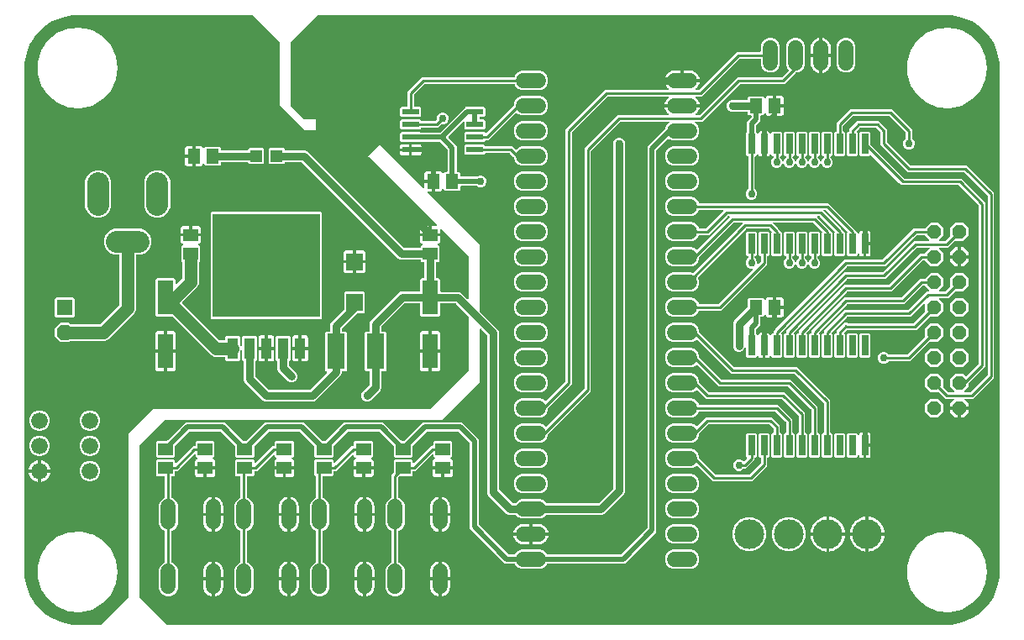
<source format=gbr>
G04 EAGLE Gerber RS-274X export*
G75*
%MOMM*%
%FSLAX34Y34*%
%LPD*%
%INTop Copper*%
%IPPOS*%
%AMOC8*
5,1,8,0,0,1.08239X$1,22.5*%
G01*
%ADD10C,2.184400*%
%ADD11R,10.800000X10.410000*%
%ADD12R,1.066800X2.159000*%
%ADD13R,1.600000X1.600000*%
%ADD14P,1.731824X8X112.500000*%
%ADD15C,3.000000*%
%ADD16R,1.600000X3.500000*%
%ADD17R,1.700000X1.800000*%
%ADD18R,1.500000X1.300000*%
%ADD19C,1.676400*%
%ADD20C,1.524000*%
%ADD21R,1.200000X1.200000*%
%ADD22R,1.300000X1.500000*%
%ADD23R,1.701800X0.609600*%
%ADD24R,0.660400X2.032000*%
%ADD25P,1.539592X8X292.500000*%
%ADD26R,1.800000X3.600000*%
%ADD27C,0.508000*%
%ADD28C,0.762000*%
%ADD29C,0.756400*%
%ADD30C,1.270000*%
%ADD31C,0.254000*%

G36*
X87212Y175275D02*
X87212Y175275D01*
X87303Y175283D01*
X87333Y175295D01*
X87365Y175300D01*
X87445Y175343D01*
X87529Y175379D01*
X87561Y175405D01*
X87582Y175416D01*
X87604Y175439D01*
X87660Y175484D01*
X114838Y202662D01*
X114891Y202736D01*
X114951Y202805D01*
X114963Y202835D01*
X114982Y202861D01*
X115009Y202948D01*
X115043Y203033D01*
X115047Y203074D01*
X115054Y203097D01*
X115053Y203129D01*
X115061Y203200D01*
X115061Y367985D01*
X140015Y392939D01*
X419100Y392939D01*
X419190Y392954D01*
X419281Y392961D01*
X419311Y392973D01*
X419343Y392979D01*
X419423Y393021D01*
X419507Y393057D01*
X419539Y393083D01*
X419560Y393094D01*
X419582Y393117D01*
X419638Y393162D01*
X457738Y431262D01*
X457786Y431328D01*
X457830Y431374D01*
X457836Y431388D01*
X457851Y431405D01*
X457863Y431435D01*
X457882Y431461D01*
X457905Y431536D01*
X457933Y431597D01*
X457935Y431614D01*
X457943Y431633D01*
X457947Y431674D01*
X457954Y431697D01*
X457953Y431729D01*
X457961Y431800D01*
X457961Y485681D01*
X457947Y485771D01*
X457939Y485862D01*
X457927Y485892D01*
X457922Y485924D01*
X457879Y486005D01*
X457843Y486088D01*
X457817Y486121D01*
X457806Y486141D01*
X457783Y486163D01*
X457738Y486219D01*
X445089Y498868D01*
X445015Y498921D01*
X444946Y498981D01*
X444916Y498993D01*
X444890Y499012D01*
X444803Y499039D01*
X444718Y499073D01*
X444677Y499077D01*
X444655Y499084D01*
X444622Y499083D01*
X444551Y499091D01*
X429912Y499091D01*
X429892Y499088D01*
X429873Y499090D01*
X429771Y499068D01*
X429669Y499052D01*
X429652Y499042D01*
X429632Y499038D01*
X429543Y498985D01*
X429452Y498936D01*
X429438Y498922D01*
X429421Y498912D01*
X429354Y498833D01*
X429282Y498758D01*
X429274Y498740D01*
X429261Y498725D01*
X429222Y498629D01*
X429179Y498535D01*
X429177Y498515D01*
X429169Y498497D01*
X429151Y498330D01*
X429151Y486679D01*
X427949Y485477D01*
X410251Y485477D01*
X409049Y486679D01*
X409049Y498406D01*
X409046Y498426D01*
X409048Y498445D01*
X409026Y498547D01*
X409010Y498649D01*
X409000Y498666D01*
X408996Y498686D01*
X408943Y498775D01*
X408894Y498866D01*
X408880Y498880D01*
X408870Y498897D01*
X408791Y498964D01*
X408716Y499036D01*
X408698Y499044D01*
X408683Y499057D01*
X408587Y499096D01*
X408493Y499139D01*
X408473Y499141D01*
X408455Y499149D01*
X408288Y499167D01*
X393541Y499167D01*
X393451Y499153D01*
X393360Y499145D01*
X393330Y499133D01*
X393298Y499128D01*
X393217Y499085D01*
X393134Y499049D01*
X393101Y499023D01*
X393081Y499012D01*
X393059Y498989D01*
X393003Y498944D01*
X370254Y476195D01*
X370201Y476121D01*
X370141Y476052D01*
X370129Y476022D01*
X370110Y475996D01*
X370083Y475909D01*
X370049Y475824D01*
X370045Y475783D01*
X370038Y475761D01*
X370039Y475728D01*
X370031Y475657D01*
X370031Y471662D01*
X370034Y471642D01*
X370032Y471623D01*
X370054Y471521D01*
X370070Y471419D01*
X370080Y471402D01*
X370084Y471382D01*
X370137Y471293D01*
X370186Y471202D01*
X370200Y471188D01*
X370210Y471171D01*
X370289Y471104D01*
X370364Y471032D01*
X370382Y471024D01*
X370397Y471011D01*
X370493Y470972D01*
X370587Y470929D01*
X370607Y470927D01*
X370625Y470919D01*
X370792Y470901D01*
X374019Y470901D01*
X375221Y469699D01*
X375221Y432001D01*
X374019Y430799D01*
X370792Y430799D01*
X370772Y430796D01*
X370753Y430798D01*
X370651Y430776D01*
X370549Y430760D01*
X370532Y430750D01*
X370512Y430746D01*
X370423Y430693D01*
X370332Y430644D01*
X370318Y430630D01*
X370301Y430620D01*
X370234Y430541D01*
X370162Y430466D01*
X370154Y430448D01*
X370141Y430433D01*
X370102Y430337D01*
X370059Y430243D01*
X370057Y430223D01*
X370049Y430205D01*
X370031Y430038D01*
X370031Y413804D01*
X369138Y411650D01*
X358920Y401432D01*
X356766Y400539D01*
X354434Y400539D01*
X352280Y401432D01*
X350632Y403080D01*
X349739Y405234D01*
X349739Y407566D01*
X350632Y409720D01*
X358086Y417175D01*
X358139Y417249D01*
X358199Y417318D01*
X358211Y417348D01*
X358230Y417374D01*
X358257Y417461D01*
X358291Y417546D01*
X358295Y417587D01*
X358302Y417609D01*
X358301Y417642D01*
X358309Y417713D01*
X358309Y430038D01*
X358306Y430058D01*
X358308Y430077D01*
X358286Y430179D01*
X358270Y430281D01*
X358260Y430298D01*
X358256Y430318D01*
X358203Y430407D01*
X358154Y430498D01*
X358140Y430512D01*
X358130Y430529D01*
X358051Y430596D01*
X357976Y430668D01*
X357958Y430676D01*
X357943Y430689D01*
X357847Y430728D01*
X357753Y430771D01*
X357733Y430773D01*
X357715Y430781D01*
X357548Y430799D01*
X354321Y430799D01*
X353119Y432001D01*
X353119Y469699D01*
X354321Y470901D01*
X357548Y470901D01*
X357568Y470904D01*
X357587Y470902D01*
X357689Y470924D01*
X357791Y470940D01*
X357808Y470950D01*
X357828Y470954D01*
X357917Y471007D01*
X358008Y471056D01*
X358022Y471070D01*
X358039Y471080D01*
X358106Y471159D01*
X358178Y471234D01*
X358186Y471252D01*
X358199Y471267D01*
X358238Y471363D01*
X358281Y471457D01*
X358283Y471477D01*
X358291Y471495D01*
X358309Y471662D01*
X358309Y479566D01*
X359202Y481720D01*
X387478Y509996D01*
X389632Y510889D01*
X408288Y510889D01*
X408308Y510892D01*
X408327Y510890D01*
X408429Y510912D01*
X408531Y510928D01*
X408548Y510938D01*
X408568Y510942D01*
X408657Y510995D01*
X408748Y511044D01*
X408762Y511058D01*
X408779Y511068D01*
X408846Y511147D01*
X408918Y511222D01*
X408926Y511240D01*
X408939Y511255D01*
X408978Y511351D01*
X409021Y511445D01*
X409023Y511465D01*
X409031Y511483D01*
X409049Y511650D01*
X409049Y523377D01*
X410251Y524579D01*
X412478Y524579D01*
X412498Y524582D01*
X412517Y524580D01*
X412619Y524602D01*
X412721Y524618D01*
X412738Y524628D01*
X412758Y524632D01*
X412847Y524685D01*
X412938Y524734D01*
X412952Y524748D01*
X412969Y524758D01*
X413036Y524837D01*
X413108Y524912D01*
X413116Y524930D01*
X413129Y524945D01*
X413168Y525041D01*
X413211Y525135D01*
X413213Y525155D01*
X413221Y525173D01*
X413239Y525340D01*
X413239Y539988D01*
X413236Y540008D01*
X413238Y540027D01*
X413216Y540129D01*
X413200Y540231D01*
X413190Y540248D01*
X413186Y540268D01*
X413133Y540357D01*
X413084Y540448D01*
X413070Y540462D01*
X413060Y540479D01*
X412981Y540546D01*
X412906Y540618D01*
X412888Y540626D01*
X412873Y540639D01*
X412777Y540678D01*
X412683Y540721D01*
X412663Y540723D01*
X412645Y540731D01*
X412478Y540749D01*
X410751Y540749D01*
X409549Y541951D01*
X409549Y542678D01*
X409546Y542698D01*
X409548Y542717D01*
X409526Y542819D01*
X409510Y542921D01*
X409500Y542938D01*
X409496Y542958D01*
X409443Y543047D01*
X409394Y543138D01*
X409380Y543152D01*
X409370Y543169D01*
X409291Y543236D01*
X409216Y543308D01*
X409198Y543316D01*
X409183Y543329D01*
X409087Y543368D01*
X408993Y543411D01*
X408973Y543413D01*
X408955Y543421D01*
X408788Y543439D01*
X389080Y543439D01*
X386926Y544332D01*
X289641Y641616D01*
X289567Y641669D01*
X289498Y641729D01*
X289468Y641741D01*
X289442Y641760D01*
X289355Y641787D01*
X289270Y641821D01*
X289229Y641825D01*
X289207Y641832D01*
X289174Y641831D01*
X289103Y641839D01*
X273312Y641839D01*
X273292Y641836D01*
X273273Y641838D01*
X273171Y641816D01*
X273069Y641800D01*
X273052Y641790D01*
X273032Y641786D01*
X272943Y641733D01*
X272852Y641684D01*
X272838Y641670D01*
X272821Y641660D01*
X272754Y641581D01*
X272682Y641506D01*
X272674Y641488D01*
X272661Y641473D01*
X272622Y641377D01*
X272579Y641283D01*
X272577Y641263D01*
X272569Y641245D01*
X272551Y641078D01*
X272551Y640851D01*
X271349Y639649D01*
X257651Y639649D01*
X256449Y640851D01*
X256449Y654549D01*
X257651Y655751D01*
X271349Y655751D01*
X272551Y654549D01*
X272551Y654322D01*
X272554Y654302D01*
X272552Y654283D01*
X272574Y654181D01*
X272590Y654079D01*
X272600Y654062D01*
X272604Y654042D01*
X272657Y653953D01*
X272706Y653862D01*
X272720Y653848D01*
X272730Y653831D01*
X272809Y653764D01*
X272884Y653692D01*
X272902Y653684D01*
X272917Y653671D01*
X273013Y653632D01*
X273107Y653589D01*
X273127Y653587D01*
X273145Y653579D01*
X273312Y653561D01*
X293012Y653561D01*
X295166Y652668D01*
X392451Y555384D01*
X392525Y555331D01*
X392594Y555271D01*
X392624Y555259D01*
X392650Y555240D01*
X392737Y555213D01*
X392822Y555179D01*
X392863Y555175D01*
X392885Y555168D01*
X392918Y555169D01*
X392989Y555161D01*
X408788Y555161D01*
X408808Y555164D01*
X408827Y555162D01*
X408929Y555184D01*
X409031Y555200D01*
X409048Y555210D01*
X409068Y555214D01*
X409157Y555267D01*
X409248Y555316D01*
X409262Y555330D01*
X409279Y555340D01*
X409346Y555419D01*
X409418Y555494D01*
X409426Y555512D01*
X409439Y555527D01*
X409478Y555623D01*
X409521Y555717D01*
X409523Y555737D01*
X409531Y555755D01*
X409549Y555922D01*
X409549Y556649D01*
X410753Y557853D01*
X410764Y557855D01*
X410788Y557852D01*
X410885Y557874D01*
X410983Y557890D01*
X411004Y557902D01*
X411028Y557907D01*
X411112Y557959D01*
X411200Y558006D01*
X411217Y558023D01*
X411237Y558036D01*
X411301Y558112D01*
X411370Y558184D01*
X411380Y558206D01*
X411395Y558224D01*
X411431Y558317D01*
X411473Y558407D01*
X411476Y558431D01*
X411485Y558453D01*
X411489Y558553D01*
X411500Y558651D01*
X411495Y558675D01*
X411496Y558699D01*
X411469Y558795D01*
X411448Y558892D01*
X411436Y558912D01*
X411429Y558936D01*
X411373Y559018D01*
X411322Y559103D01*
X411304Y559119D01*
X411290Y559138D01*
X411210Y559198D01*
X411135Y559263D01*
X411113Y559272D01*
X411093Y559286D01*
X410937Y559347D01*
X410619Y559432D01*
X410040Y559767D01*
X409567Y560240D01*
X409232Y560819D01*
X409059Y561466D01*
X409059Y566777D01*
X418338Y566777D01*
X418358Y566780D01*
X418377Y566778D01*
X418479Y566800D01*
X418581Y566817D01*
X418598Y566826D01*
X418618Y566830D01*
X418707Y566883D01*
X418798Y566932D01*
X418812Y566946D01*
X418829Y566956D01*
X418896Y567035D01*
X418967Y567110D01*
X418976Y567128D01*
X418989Y567143D01*
X419028Y567239D01*
X419071Y567333D01*
X419073Y567353D01*
X419081Y567371D01*
X419099Y567538D01*
X419099Y568301D01*
X419101Y568301D01*
X419101Y567538D01*
X419104Y567518D01*
X419102Y567499D01*
X419124Y567397D01*
X419141Y567295D01*
X419150Y567278D01*
X419154Y567258D01*
X419207Y567169D01*
X419256Y567078D01*
X419270Y567064D01*
X419280Y567047D01*
X419359Y566980D01*
X419434Y566909D01*
X419452Y566900D01*
X419467Y566887D01*
X419563Y566848D01*
X419657Y566805D01*
X419677Y566803D01*
X419695Y566795D01*
X419862Y566777D01*
X429141Y566777D01*
X429141Y561466D01*
X428968Y560819D01*
X428633Y560240D01*
X428160Y559767D01*
X427581Y559432D01*
X427263Y559347D01*
X427241Y559337D01*
X427217Y559333D01*
X427130Y559287D01*
X427039Y559246D01*
X427021Y559230D01*
X427000Y559218D01*
X426932Y559147D01*
X426859Y559079D01*
X426847Y559058D01*
X426830Y559040D01*
X426789Y558950D01*
X426741Y558863D01*
X426737Y558839D01*
X426727Y558817D01*
X426716Y558718D01*
X426699Y558620D01*
X426702Y558596D01*
X426700Y558573D01*
X426721Y558476D01*
X426736Y558377D01*
X426747Y558356D01*
X426752Y558332D01*
X426803Y558247D01*
X426849Y558158D01*
X426866Y558142D01*
X426878Y558121D01*
X426954Y558056D01*
X427025Y557987D01*
X427047Y557977D01*
X427065Y557961D01*
X427158Y557924D01*
X427247Y557881D01*
X427271Y557878D01*
X427293Y557869D01*
X427448Y557852D01*
X428651Y556649D01*
X428651Y541951D01*
X427449Y540749D01*
X425722Y540749D01*
X425702Y540746D01*
X425683Y540748D01*
X425581Y540726D01*
X425479Y540710D01*
X425462Y540700D01*
X425442Y540696D01*
X425353Y540643D01*
X425262Y540594D01*
X425248Y540580D01*
X425231Y540570D01*
X425164Y540491D01*
X425092Y540416D01*
X425084Y540398D01*
X425071Y540383D01*
X425032Y540287D01*
X424989Y540193D01*
X424987Y540173D01*
X424979Y540155D01*
X424961Y539988D01*
X424961Y525340D01*
X424964Y525320D01*
X424962Y525301D01*
X424984Y525199D01*
X425000Y525097D01*
X425010Y525080D01*
X425014Y525060D01*
X425067Y524971D01*
X425116Y524880D01*
X425130Y524866D01*
X425140Y524849D01*
X425219Y524782D01*
X425294Y524710D01*
X425312Y524702D01*
X425327Y524689D01*
X425423Y524650D01*
X425517Y524607D01*
X425537Y524605D01*
X425555Y524597D01*
X425722Y524579D01*
X427949Y524579D01*
X429151Y523377D01*
X429151Y511574D01*
X429154Y511554D01*
X429152Y511535D01*
X429174Y511433D01*
X429190Y511331D01*
X429200Y511314D01*
X429204Y511294D01*
X429257Y511205D01*
X429306Y511114D01*
X429320Y511100D01*
X429330Y511083D01*
X429409Y511016D01*
X429484Y510944D01*
X429502Y510936D01*
X429517Y510923D01*
X429613Y510884D01*
X429707Y510841D01*
X429727Y510839D01*
X429745Y510831D01*
X429912Y510813D01*
X448460Y510813D01*
X450614Y509920D01*
X456662Y503873D01*
X456720Y503831D01*
X456772Y503781D01*
X456819Y503759D01*
X456861Y503729D01*
X456930Y503708D01*
X456995Y503678D01*
X457047Y503672D01*
X457097Y503657D01*
X457168Y503659D01*
X457239Y503651D01*
X457290Y503662D01*
X457342Y503663D01*
X457410Y503688D01*
X457480Y503703D01*
X457524Y503730D01*
X457573Y503748D01*
X457629Y503792D01*
X457691Y503829D01*
X457725Y503869D01*
X457765Y503901D01*
X457804Y503962D01*
X457851Y504016D01*
X457870Y504064D01*
X457898Y504108D01*
X457916Y504178D01*
X457943Y504244D01*
X457951Y504316D01*
X457959Y504347D01*
X457957Y504370D01*
X457961Y504411D01*
X457961Y546100D01*
X457947Y546190D01*
X457939Y546281D01*
X457927Y546311D01*
X457922Y546343D01*
X457879Y546423D01*
X457843Y546507D01*
X457817Y546539D01*
X457806Y546560D01*
X457783Y546582D01*
X457738Y546638D01*
X430440Y573936D01*
X430382Y573978D01*
X430330Y574028D01*
X430311Y574036D01*
X430300Y574045D01*
X430273Y574056D01*
X430241Y574080D01*
X430172Y574101D01*
X430107Y574131D01*
X430080Y574134D01*
X430072Y574137D01*
X430044Y574140D01*
X430005Y574152D01*
X429950Y574151D01*
X429906Y574156D01*
X429902Y574156D01*
X429895Y574155D01*
X429863Y574158D01*
X429812Y574147D01*
X429760Y574146D01*
X429693Y574122D01*
X429659Y574116D01*
X429653Y574113D01*
X429622Y574106D01*
X429577Y574079D01*
X429529Y574061D01*
X429475Y574018D01*
X429442Y574001D01*
X429436Y573995D01*
X429411Y573980D01*
X429377Y573940D01*
X429337Y573908D01*
X429301Y573853D01*
X429272Y573823D01*
X429268Y573812D01*
X429251Y573793D01*
X429232Y573745D01*
X429204Y573701D01*
X429189Y573643D01*
X429169Y573599D01*
X429167Y573585D01*
X429159Y573565D01*
X429151Y573493D01*
X429143Y573462D01*
X429145Y573439D01*
X429141Y573398D01*
X429141Y569823D01*
X420623Y569823D01*
X420623Y577341D01*
X425198Y577341D01*
X425269Y577352D01*
X425340Y577354D01*
X425389Y577372D01*
X425441Y577380D01*
X425504Y577414D01*
X425571Y577439D01*
X425612Y577471D01*
X425658Y577496D01*
X425707Y577547D01*
X425763Y577592D01*
X425792Y577636D01*
X425828Y577674D01*
X425858Y577739D01*
X425896Y577799D01*
X425909Y577850D01*
X425931Y577897D01*
X425939Y577968D01*
X425957Y578038D01*
X425952Y578090D01*
X425958Y578141D01*
X425943Y578212D01*
X425937Y578283D01*
X425917Y578331D01*
X425906Y578382D01*
X425869Y578443D01*
X425841Y578509D01*
X425796Y578565D01*
X425780Y578593D01*
X425762Y578608D01*
X425736Y578640D01*
X356677Y647700D01*
X368300Y659323D01*
X411960Y615664D01*
X412018Y615622D01*
X412070Y615572D01*
X412117Y615550D01*
X412159Y615520D01*
X412228Y615499D01*
X412293Y615469D01*
X412345Y615463D01*
X412395Y615448D01*
X412466Y615450D01*
X412537Y615442D01*
X412588Y615453D01*
X412640Y615454D01*
X412708Y615479D01*
X412778Y615494D01*
X412823Y615521D01*
X412871Y615539D01*
X412927Y615583D01*
X412989Y615620D01*
X413023Y615660D01*
X413063Y615692D01*
X413102Y615753D01*
X413149Y615807D01*
X413168Y615855D01*
X413196Y615899D01*
X413214Y615969D01*
X413241Y616035D01*
X413249Y616107D01*
X413257Y616138D01*
X413255Y616161D01*
X413259Y616202D01*
X413259Y620777D01*
X420777Y620777D01*
X420777Y612259D01*
X417202Y612259D01*
X417131Y612248D01*
X417060Y612246D01*
X417011Y612228D01*
X416959Y612220D01*
X416896Y612186D01*
X416829Y612161D01*
X416788Y612129D01*
X416742Y612104D01*
X416693Y612052D01*
X416637Y612008D01*
X416608Y611964D01*
X416572Y611926D01*
X416542Y611861D01*
X416504Y611801D01*
X416491Y611750D01*
X416469Y611703D01*
X416461Y611632D01*
X416443Y611562D01*
X416448Y611510D01*
X416442Y611459D01*
X416457Y611388D01*
X416463Y611317D01*
X416483Y611269D01*
X416494Y611218D01*
X416531Y611157D01*
X416559Y611091D01*
X416604Y611035D01*
X416620Y611007D01*
X416638Y610992D01*
X416664Y610960D01*
X469139Y558485D01*
X469139Y491711D01*
X469154Y491621D01*
X469161Y491530D01*
X469173Y491500D01*
X469179Y491468D01*
X469221Y491387D01*
X469257Y491304D01*
X469283Y491271D01*
X469294Y491251D01*
X469317Y491229D01*
X469362Y491173D01*
X487822Y472712D01*
X488715Y470558D01*
X488715Y311593D01*
X488729Y311503D01*
X488737Y311412D01*
X488749Y311383D01*
X488754Y311351D01*
X488797Y311270D01*
X488833Y311186D01*
X488859Y311154D01*
X488870Y311133D01*
X488893Y311111D01*
X488938Y311055D01*
X501809Y298184D01*
X501883Y298131D01*
X501952Y298071D01*
X501983Y298059D01*
X502009Y298040D01*
X502096Y298013D01*
X502181Y297979D01*
X502222Y297975D01*
X502244Y297968D01*
X502276Y297969D01*
X502347Y297961D01*
X504949Y297961D01*
X505039Y297975D01*
X505130Y297983D01*
X505160Y297995D01*
X505192Y298000D01*
X505272Y298043D01*
X505356Y298079D01*
X505388Y298105D01*
X505409Y298116D01*
X505431Y298139D01*
X505487Y298184D01*
X507602Y300298D01*
X511156Y301771D01*
X530244Y301771D01*
X533798Y300298D01*
X535913Y298184D01*
X535987Y298131D01*
X536056Y298071D01*
X536086Y298059D01*
X536113Y298040D01*
X536199Y298013D01*
X536284Y297979D01*
X536325Y297975D01*
X536348Y297968D01*
X536380Y297969D01*
X536451Y297961D01*
X588569Y297961D01*
X588659Y297975D01*
X588750Y297983D01*
X588780Y297995D01*
X588812Y298000D01*
X588893Y298043D01*
X588976Y298079D01*
X589009Y298105D01*
X589029Y298116D01*
X589051Y298139D01*
X589107Y298184D01*
X603516Y312593D01*
X603569Y312667D01*
X603629Y312736D01*
X603641Y312766D01*
X603660Y312792D01*
X603687Y312879D01*
X603721Y312964D01*
X603725Y313005D01*
X603732Y313027D01*
X603731Y313060D01*
X603739Y313131D01*
X603739Y661566D01*
X604632Y663720D01*
X606280Y665368D01*
X608434Y666261D01*
X610766Y666261D01*
X612920Y665368D01*
X614568Y663720D01*
X615461Y661566D01*
X615461Y309222D01*
X614568Y307068D01*
X594632Y287132D01*
X592478Y286239D01*
X536451Y286239D01*
X536361Y286225D01*
X536270Y286217D01*
X536240Y286205D01*
X536208Y286200D01*
X536128Y286157D01*
X536044Y286121D01*
X536012Y286095D01*
X535991Y286084D01*
X535969Y286061D01*
X535913Y286016D01*
X533798Y283902D01*
X530244Y282429D01*
X511156Y282429D01*
X507602Y283902D01*
X505487Y286016D01*
X505413Y286069D01*
X505344Y286129D01*
X505314Y286141D01*
X505287Y286160D01*
X505201Y286187D01*
X505116Y286221D01*
X505075Y286225D01*
X505052Y286232D01*
X505020Y286231D01*
X504949Y286239D01*
X498439Y286239D01*
X496285Y287132D01*
X477886Y305531D01*
X476993Y307685D01*
X476993Y466649D01*
X476979Y466739D01*
X476971Y466830D01*
X476959Y466860D01*
X476954Y466892D01*
X476911Y466973D01*
X476875Y467056D01*
X476849Y467089D01*
X476838Y467109D01*
X476815Y467131D01*
X476770Y467187D01*
X470438Y473519D01*
X470380Y473561D01*
X470328Y473611D01*
X470281Y473633D01*
X470239Y473663D01*
X470170Y473684D01*
X470105Y473714D01*
X470053Y473720D01*
X470003Y473735D01*
X469932Y473733D01*
X469861Y473741D01*
X469810Y473730D01*
X469758Y473729D01*
X469690Y473704D01*
X469620Y473689D01*
X469576Y473662D01*
X469527Y473644D01*
X469471Y473600D01*
X469409Y473563D01*
X469375Y473523D01*
X469335Y473491D01*
X469296Y473430D01*
X469249Y473376D01*
X469230Y473328D01*
X469202Y473284D01*
X469184Y473214D01*
X469157Y473148D01*
X469149Y473076D01*
X469141Y473045D01*
X469143Y473022D01*
X469139Y472981D01*
X469139Y419415D01*
X431485Y381761D01*
X152400Y381761D01*
X152310Y381747D01*
X152219Y381739D01*
X152189Y381727D01*
X152157Y381722D01*
X152077Y381679D01*
X151993Y381643D01*
X151961Y381617D01*
X151940Y381606D01*
X151918Y381583D01*
X151862Y381538D01*
X126462Y356138D01*
X126409Y356064D01*
X126349Y355995D01*
X126337Y355965D01*
X126318Y355939D01*
X126291Y355852D01*
X126257Y355767D01*
X126253Y355726D01*
X126246Y355703D01*
X126247Y355671D01*
X126239Y355600D01*
X126239Y203200D01*
X126254Y203110D01*
X126261Y203019D01*
X126273Y202989D01*
X126279Y202957D01*
X126321Y202877D01*
X126357Y202793D01*
X126383Y202761D01*
X126394Y202740D01*
X126417Y202718D01*
X126462Y202662D01*
X153640Y175484D01*
X153714Y175431D01*
X153783Y175371D01*
X153813Y175359D01*
X153839Y175340D01*
X153926Y175313D01*
X154011Y175279D01*
X154052Y175275D01*
X154075Y175268D01*
X154107Y175269D01*
X154178Y175261D01*
X939800Y175261D01*
X939814Y175263D01*
X939837Y175262D01*
X944991Y175515D01*
X945023Y175522D01*
X945102Y175529D01*
X955211Y177539D01*
X955233Y177548D01*
X955354Y177583D01*
X964876Y181527D01*
X964897Y181540D01*
X965008Y181597D01*
X973578Y187324D01*
X973596Y187340D01*
X973693Y187418D01*
X980982Y194707D01*
X980996Y194726D01*
X981076Y194822D01*
X986803Y203392D01*
X986813Y203414D01*
X986873Y203524D01*
X990817Y213046D01*
X990823Y213069D01*
X990832Y213098D01*
X990841Y213118D01*
X990843Y213133D01*
X990861Y213189D01*
X992871Y223298D01*
X992873Y223331D01*
X992885Y223409D01*
X993138Y228563D01*
X993137Y228577D01*
X993139Y228600D01*
X993139Y736600D01*
X993137Y736614D01*
X993138Y736637D01*
X992885Y741791D01*
X992878Y741823D01*
X992871Y741902D01*
X990861Y752011D01*
X990852Y752033D01*
X990817Y752154D01*
X986873Y761676D01*
X986860Y761697D01*
X986803Y761808D01*
X981076Y770378D01*
X981060Y770396D01*
X980982Y770493D01*
X973693Y777782D01*
X973674Y777796D01*
X973578Y777876D01*
X965008Y783603D01*
X964986Y783613D01*
X964876Y783673D01*
X955354Y787617D01*
X955331Y787623D01*
X955211Y787661D01*
X945102Y789671D01*
X945069Y789673D01*
X944991Y789685D01*
X939837Y789938D01*
X939823Y789937D01*
X939800Y789939D01*
X306578Y789939D01*
X306488Y789925D01*
X306397Y789917D01*
X306367Y789905D01*
X306335Y789900D01*
X306255Y789857D01*
X306171Y789821D01*
X306139Y789795D01*
X306118Y789784D01*
X306096Y789761D01*
X306040Y789716D01*
X278862Y762538D01*
X278809Y762464D01*
X278749Y762395D01*
X278737Y762365D01*
X278718Y762339D01*
X278691Y762252D01*
X278657Y762167D01*
X278653Y762126D01*
X278646Y762103D01*
X278647Y762071D01*
X278639Y762000D01*
X278639Y698500D01*
X278654Y698410D01*
X278661Y698319D01*
X278673Y698289D01*
X278679Y698257D01*
X278721Y698177D01*
X278757Y698093D01*
X278783Y698061D01*
X278794Y698040D01*
X278817Y698018D01*
X278862Y697962D01*
X291562Y685262D01*
X291636Y685209D01*
X291705Y685149D01*
X291735Y685137D01*
X291761Y685118D01*
X291848Y685091D01*
X291933Y685057D01*
X291974Y685053D01*
X291997Y685046D01*
X292029Y685047D01*
X292100Y685039D01*
X304039Y685039D01*
X304039Y673861D01*
X292415Y673861D01*
X267461Y698815D01*
X267461Y762000D01*
X267447Y762090D01*
X267439Y762181D01*
X267427Y762211D01*
X267422Y762243D01*
X267379Y762323D01*
X267343Y762407D01*
X267317Y762439D01*
X267306Y762460D01*
X267283Y762482D01*
X267238Y762538D01*
X240060Y789716D01*
X239986Y789769D01*
X239917Y789829D01*
X239887Y789841D01*
X239861Y789860D01*
X239774Y789887D01*
X239689Y789921D01*
X239648Y789925D01*
X239625Y789932D01*
X239593Y789931D01*
X239522Y789939D01*
X63500Y789939D01*
X63486Y789937D01*
X63463Y789938D01*
X58309Y789685D01*
X58277Y789678D01*
X58198Y789671D01*
X48089Y787661D01*
X48067Y787652D01*
X47946Y787617D01*
X38424Y783673D01*
X38403Y783660D01*
X38292Y783603D01*
X29722Y777876D01*
X29704Y777860D01*
X29607Y777782D01*
X22318Y770493D01*
X22304Y770474D01*
X22224Y770378D01*
X16497Y761808D01*
X16487Y761786D01*
X16427Y761676D01*
X12483Y752154D01*
X12477Y752131D01*
X12439Y752011D01*
X10429Y741902D01*
X10427Y741869D01*
X10415Y741791D01*
X10162Y736637D01*
X10163Y736623D01*
X10161Y736600D01*
X10161Y228600D01*
X10163Y228586D01*
X10162Y228563D01*
X10415Y223409D01*
X10422Y223377D01*
X10429Y223298D01*
X12439Y213189D01*
X12448Y213167D01*
X12483Y213046D01*
X16427Y203524D01*
X16440Y203503D01*
X16497Y203392D01*
X22224Y194822D01*
X22240Y194804D01*
X22318Y194707D01*
X29607Y187418D01*
X29626Y187404D01*
X29722Y187324D01*
X38292Y181597D01*
X38314Y181587D01*
X38424Y181527D01*
X47946Y177583D01*
X47969Y177577D01*
X48089Y177539D01*
X58198Y175529D01*
X58231Y175527D01*
X58309Y175515D01*
X63463Y175262D01*
X63477Y175263D01*
X63500Y175261D01*
X87122Y175261D01*
X87212Y175275D01*
G37*
%LPC*%
G36*
X511156Y231629D02*
X511156Y231629D01*
X507602Y233102D01*
X504882Y235822D01*
X504709Y236239D01*
X504647Y236339D01*
X504587Y236439D01*
X504582Y236443D01*
X504579Y236448D01*
X504489Y236523D01*
X504400Y236599D01*
X504394Y236601D01*
X504390Y236605D01*
X504282Y236647D01*
X504172Y236691D01*
X504165Y236692D01*
X504160Y236693D01*
X504142Y236694D01*
X504005Y236709D01*
X494414Y236709D01*
X459213Y271910D01*
X459213Y358209D01*
X459199Y358299D01*
X459191Y358390D01*
X459179Y358420D01*
X459174Y358452D01*
X459131Y358533D01*
X459095Y358616D01*
X459069Y358649D01*
X459058Y358669D01*
X459035Y358691D01*
X458990Y358747D01*
X447901Y369836D01*
X447827Y369889D01*
X447758Y369949D01*
X447728Y369961D01*
X447702Y369980D01*
X447615Y370007D01*
X447530Y370041D01*
X447489Y370045D01*
X447467Y370052D01*
X447434Y370051D01*
X447363Y370059D01*
X416237Y370059D01*
X416147Y370045D01*
X416056Y370037D01*
X416026Y370025D01*
X415994Y370020D01*
X415913Y369977D01*
X415830Y369941D01*
X415797Y369915D01*
X415777Y369904D01*
X415755Y369881D01*
X415699Y369836D01*
X401659Y355797D01*
X401606Y355723D01*
X401547Y355654D01*
X401535Y355624D01*
X401516Y355597D01*
X401489Y355510D01*
X401455Y355426D01*
X401450Y355385D01*
X401443Y355362D01*
X401444Y355330D01*
X401436Y355259D01*
X401436Y345051D01*
X400235Y343849D01*
X383536Y343849D01*
X382335Y345051D01*
X382335Y355143D01*
X382320Y355233D01*
X382313Y355324D01*
X382300Y355354D01*
X382295Y355386D01*
X382252Y355467D01*
X382217Y355550D01*
X382191Y355583D01*
X382180Y355603D01*
X382157Y355625D01*
X382112Y355681D01*
X367957Y369836D01*
X367883Y369889D01*
X367814Y369949D01*
X367784Y369961D01*
X367757Y369980D01*
X367670Y370007D01*
X367586Y370041D01*
X367545Y370045D01*
X367522Y370052D01*
X367490Y370051D01*
X367419Y370059D01*
X336524Y370059D01*
X336434Y370045D01*
X336343Y370037D01*
X336313Y370025D01*
X336281Y370020D01*
X336201Y369977D01*
X336117Y369941D01*
X336085Y369915D01*
X336064Y369904D01*
X336042Y369881D01*
X335986Y369836D01*
X321831Y355681D01*
X321778Y355607D01*
X321718Y355538D01*
X321706Y355508D01*
X321687Y355482D01*
X321661Y355395D01*
X321626Y355310D01*
X321622Y355269D01*
X321615Y355247D01*
X321616Y355214D01*
X321608Y355143D01*
X321608Y345051D01*
X320407Y343849D01*
X303708Y343849D01*
X302506Y345051D01*
X302506Y355143D01*
X302492Y355233D01*
X302485Y355324D01*
X302472Y355354D01*
X302467Y355386D01*
X302424Y355467D01*
X302388Y355550D01*
X302363Y355583D01*
X302352Y355603D01*
X302328Y355625D01*
X302283Y355681D01*
X288129Y369836D01*
X288055Y369889D01*
X287985Y369949D01*
X287955Y369961D01*
X287929Y369980D01*
X287842Y370007D01*
X287757Y370041D01*
X287716Y370045D01*
X287694Y370052D01*
X287662Y370051D01*
X287590Y370059D01*
X256695Y370059D01*
X256605Y370045D01*
X256514Y370037D01*
X256485Y370025D01*
X256453Y370020D01*
X256372Y369977D01*
X256288Y369941D01*
X256256Y369915D01*
X256235Y369904D01*
X256213Y369881D01*
X256157Y369836D01*
X242002Y355681D01*
X241949Y355608D01*
X241890Y355538D01*
X241878Y355508D01*
X241859Y355482D01*
X241832Y355395D01*
X241798Y355310D01*
X241793Y355269D01*
X241786Y355247D01*
X241787Y355214D01*
X241779Y355143D01*
X241779Y345051D01*
X240578Y343849D01*
X223879Y343849D01*
X222678Y345051D01*
X222678Y355143D01*
X222663Y355233D01*
X222656Y355324D01*
X222643Y355354D01*
X222638Y355386D01*
X222595Y355467D01*
X222560Y355550D01*
X222534Y355583D01*
X222523Y355603D01*
X222500Y355625D01*
X222455Y355681D01*
X208300Y369836D01*
X208226Y369889D01*
X208157Y369949D01*
X208126Y369961D01*
X208100Y369980D01*
X208013Y370007D01*
X207928Y370041D01*
X207887Y370045D01*
X207865Y370052D01*
X207833Y370051D01*
X207762Y370059D01*
X176867Y370059D01*
X176777Y370045D01*
X176686Y370037D01*
X176656Y370025D01*
X176624Y370020D01*
X176543Y369977D01*
X176460Y369941D01*
X176427Y369915D01*
X176407Y369904D01*
X176385Y369881D01*
X176329Y369836D01*
X162174Y355681D01*
X162121Y355608D01*
X162061Y355538D01*
X162049Y355508D01*
X162030Y355482D01*
X162003Y355395D01*
X161969Y355310D01*
X161965Y355269D01*
X161958Y355247D01*
X161959Y355214D01*
X161951Y355143D01*
X161951Y345051D01*
X160749Y343849D01*
X144051Y343849D01*
X142849Y345051D01*
X142849Y359749D01*
X144051Y360951D01*
X154143Y360951D01*
X154233Y360965D01*
X154324Y360973D01*
X154354Y360985D01*
X154386Y360990D01*
X154467Y361033D01*
X154550Y361069D01*
X154583Y361095D01*
X154603Y361106D01*
X154625Y361129D01*
X154681Y361174D01*
X169836Y376329D01*
X172748Y379241D01*
X211880Y379241D01*
X214792Y376329D01*
X229947Y361174D01*
X230021Y361121D01*
X230091Y361061D01*
X230121Y361049D01*
X230147Y361030D01*
X230234Y361003D01*
X230319Y360969D01*
X230360Y360965D01*
X230382Y360958D01*
X230414Y360959D01*
X230485Y360951D01*
X233972Y360951D01*
X234062Y360965D01*
X234153Y360973D01*
X234183Y360985D01*
X234214Y360990D01*
X234295Y361033D01*
X234379Y361069D01*
X234411Y361095D01*
X234432Y361106D01*
X234454Y361129D01*
X234510Y361174D01*
X249665Y376329D01*
X252577Y379241D01*
X291709Y379241D01*
X294621Y376329D01*
X309776Y361174D01*
X309850Y361121D01*
X309919Y361061D01*
X309949Y361049D01*
X309975Y361030D01*
X310062Y361003D01*
X310147Y360969D01*
X310188Y360965D01*
X310210Y360958D01*
X310243Y360959D01*
X310314Y360951D01*
X313800Y360951D01*
X313890Y360965D01*
X313981Y360973D01*
X314011Y360985D01*
X314043Y360990D01*
X314124Y361033D01*
X314208Y361069D01*
X314240Y361095D01*
X314260Y361106D01*
X314283Y361129D01*
X314339Y361174D01*
X332406Y379241D01*
X371537Y379241D01*
X374449Y376329D01*
X389604Y361174D01*
X389678Y361121D01*
X389748Y361061D01*
X389778Y361049D01*
X389804Y361030D01*
X389891Y361003D01*
X389976Y360969D01*
X390017Y360965D01*
X390039Y360958D01*
X390071Y360959D01*
X390143Y360951D01*
X393513Y360951D01*
X393603Y360965D01*
X393694Y360973D01*
X393724Y360985D01*
X393756Y360990D01*
X393837Y361033D01*
X393920Y361069D01*
X393953Y361095D01*
X393973Y361106D01*
X393995Y361129D01*
X394051Y361174D01*
X412118Y379241D01*
X451482Y379241D01*
X468395Y362328D01*
X468395Y276029D01*
X468409Y275939D01*
X468417Y275848D01*
X468429Y275818D01*
X468434Y275786D01*
X468477Y275705D01*
X468513Y275622D01*
X468539Y275589D01*
X468550Y275569D01*
X468573Y275547D01*
X468618Y275491D01*
X497995Y246114D01*
X498069Y246061D01*
X498138Y246001D01*
X498168Y245989D01*
X498194Y245970D01*
X498281Y245943D01*
X498366Y245909D01*
X498407Y245905D01*
X498429Y245898D01*
X498462Y245899D01*
X498533Y245891D01*
X504005Y245891D01*
X504120Y245910D01*
X504236Y245927D01*
X504242Y245929D01*
X504248Y245930D01*
X504351Y245985D01*
X504456Y246038D01*
X504460Y246043D01*
X504465Y246046D01*
X504546Y246130D01*
X504628Y246214D01*
X504631Y246220D01*
X504635Y246224D01*
X504643Y246241D01*
X504709Y246361D01*
X504882Y246778D01*
X507602Y249498D01*
X511156Y250971D01*
X530244Y250971D01*
X533798Y249498D01*
X536518Y246778D01*
X536691Y246361D01*
X536753Y246262D01*
X536813Y246161D01*
X536818Y246157D01*
X536821Y246152D01*
X536910Y246078D01*
X537000Y246001D01*
X537006Y245999D01*
X537010Y245995D01*
X537118Y245953D01*
X537228Y245909D01*
X537235Y245908D01*
X537240Y245907D01*
X537258Y245906D01*
X537395Y245891D01*
X611193Y245891D01*
X611283Y245905D01*
X611374Y245913D01*
X611404Y245925D01*
X611436Y245930D01*
X611517Y245973D01*
X611600Y246009D01*
X611633Y246035D01*
X611653Y246046D01*
X611675Y246069D01*
X611731Y246114D01*
X637806Y272189D01*
X637852Y272252D01*
X637871Y272273D01*
X637875Y272281D01*
X637919Y272332D01*
X637931Y272362D01*
X637950Y272388D01*
X637977Y272475D01*
X638011Y272560D01*
X638015Y272601D01*
X638022Y272623D01*
X638021Y272656D01*
X638029Y272727D01*
X638029Y657222D01*
X655586Y674778D01*
X655686Y674879D01*
X655725Y674932D01*
X655771Y674979D01*
X655811Y675052D01*
X655830Y675078D01*
X655836Y675097D01*
X655852Y675126D01*
X657282Y678578D01*
X659883Y681180D01*
X659925Y681238D01*
X659974Y681290D01*
X659996Y681337D01*
X660027Y681379D01*
X660048Y681448D01*
X660078Y681513D01*
X660084Y681565D01*
X660099Y681615D01*
X660097Y681686D01*
X660105Y681757D01*
X660094Y681808D01*
X660093Y681860D01*
X660068Y681928D01*
X660053Y681998D01*
X660026Y682043D01*
X660008Y682091D01*
X659963Y682147D01*
X659927Y682209D01*
X659887Y682243D01*
X659855Y682283D01*
X659794Y682322D01*
X659740Y682369D01*
X659692Y682388D01*
X659648Y682416D01*
X659578Y682434D01*
X659512Y682461D01*
X659440Y682469D01*
X659409Y682477D01*
X659386Y682475D01*
X659345Y682479D01*
X611291Y682479D01*
X611201Y682465D01*
X611110Y682457D01*
X611080Y682445D01*
X611048Y682440D01*
X610967Y682397D01*
X610884Y682361D01*
X610851Y682335D01*
X610831Y682324D01*
X610809Y682301D01*
X610753Y682256D01*
X581394Y652897D01*
X581341Y652824D01*
X581281Y652754D01*
X581269Y652724D01*
X581250Y652698D01*
X581223Y652611D01*
X581189Y652526D01*
X581185Y652485D01*
X581178Y652463D01*
X581179Y652430D01*
X581171Y652359D01*
X581171Y410612D01*
X579003Y408444D01*
X538214Y367655D01*
X538161Y367582D01*
X538101Y367512D01*
X538089Y367482D01*
X538070Y367456D01*
X538043Y367369D01*
X538009Y367284D01*
X538005Y367243D01*
X537998Y367221D01*
X537999Y367188D01*
X537991Y367117D01*
X537991Y366376D01*
X536518Y362822D01*
X533798Y360102D01*
X530244Y358629D01*
X511156Y358629D01*
X507602Y360102D01*
X504882Y362822D01*
X503409Y366376D01*
X503409Y370224D01*
X504882Y373778D01*
X507602Y376498D01*
X511156Y377971D01*
X530244Y377971D01*
X533798Y376498D01*
X535193Y375104D01*
X535209Y375092D01*
X535221Y375076D01*
X535309Y375020D01*
X535393Y374960D01*
X535412Y374954D01*
X535428Y374943D01*
X535529Y374918D01*
X535628Y374888D01*
X535648Y374888D01*
X535667Y374883D01*
X535770Y374891D01*
X535874Y374894D01*
X535892Y374901D01*
X535912Y374903D01*
X536007Y374943D01*
X536105Y374979D01*
X536120Y374991D01*
X536138Y374999D01*
X536269Y375104D01*
X574306Y413141D01*
X574359Y413214D01*
X574419Y413284D01*
X574431Y413314D01*
X574450Y413340D01*
X574477Y413427D01*
X574511Y413512D01*
X574515Y413553D01*
X574522Y413575D01*
X574521Y413608D01*
X574529Y413679D01*
X574529Y655426D01*
X608224Y689121D01*
X658760Y689121D01*
X658768Y689122D01*
X658776Y689121D01*
X658890Y689142D01*
X659003Y689160D01*
X659010Y689164D01*
X659018Y689166D01*
X659119Y689222D01*
X659220Y689276D01*
X659226Y689281D01*
X659233Y689285D01*
X659310Y689370D01*
X659390Y689454D01*
X659393Y689461D01*
X659398Y689467D01*
X659445Y689572D01*
X659493Y689677D01*
X659494Y689685D01*
X659497Y689692D01*
X659508Y689807D01*
X659520Y689921D01*
X659519Y689929D01*
X659519Y689937D01*
X659492Y690050D01*
X659468Y690162D01*
X659464Y690169D01*
X659462Y690176D01*
X659401Y690274D01*
X659342Y690373D01*
X659336Y690378D01*
X659332Y690385D01*
X659208Y690498D01*
X658861Y690750D01*
X657730Y691881D01*
X656790Y693175D01*
X656064Y694600D01*
X655569Y696121D01*
X655434Y696977D01*
X672338Y696977D01*
X672358Y696980D01*
X672377Y696978D01*
X672479Y697000D01*
X672581Y697017D01*
X672598Y697026D01*
X672618Y697030D01*
X672707Y697083D01*
X672798Y697132D01*
X672812Y697146D01*
X672829Y697156D01*
X672896Y697235D01*
X672967Y697310D01*
X672976Y697328D01*
X672989Y697343D01*
X673027Y697439D01*
X673071Y697533D01*
X673073Y697553D01*
X673081Y697571D01*
X673099Y697738D01*
X673099Y699262D01*
X673096Y699282D01*
X673098Y699301D01*
X673076Y699403D01*
X673059Y699505D01*
X673050Y699522D01*
X673046Y699542D01*
X672993Y699631D01*
X672944Y699722D01*
X672930Y699736D01*
X672920Y699753D01*
X672841Y699820D01*
X672766Y699891D01*
X672748Y699900D01*
X672733Y699913D01*
X672637Y699952D01*
X672543Y699995D01*
X672523Y699997D01*
X672505Y700005D01*
X672338Y700023D01*
X655434Y700023D01*
X655569Y700879D01*
X656064Y702400D01*
X656790Y703825D01*
X657730Y705119D01*
X658861Y706250D01*
X659208Y706502D01*
X659213Y706508D01*
X659220Y706512D01*
X659299Y706595D01*
X659381Y706677D01*
X659384Y706684D01*
X659390Y706690D01*
X659438Y706794D01*
X659489Y706898D01*
X659490Y706906D01*
X659493Y706913D01*
X659506Y707027D01*
X659521Y707142D01*
X659519Y707150D01*
X659520Y707157D01*
X659496Y707270D01*
X659474Y707383D01*
X659470Y707390D01*
X659468Y707398D01*
X659409Y707497D01*
X659352Y707597D01*
X659346Y707602D01*
X659342Y707609D01*
X659255Y707683D01*
X659168Y707761D01*
X659161Y707764D01*
X659155Y707769D01*
X659048Y707812D01*
X658942Y707857D01*
X658934Y707858D01*
X658927Y707861D01*
X658760Y707879D01*
X598591Y707879D01*
X598501Y707865D01*
X598410Y707857D01*
X598380Y707845D01*
X598348Y707840D01*
X598267Y707797D01*
X598184Y707761D01*
X598151Y707735D01*
X598131Y707724D01*
X598109Y707701D01*
X598053Y707656D01*
X562344Y671947D01*
X562291Y671874D01*
X562231Y671804D01*
X562219Y671774D01*
X562200Y671748D01*
X562173Y671661D01*
X562139Y671576D01*
X562135Y671535D01*
X562128Y671513D01*
X562129Y671480D01*
X562121Y671409D01*
X562121Y417978D01*
X538214Y394071D01*
X538161Y393998D01*
X538101Y393928D01*
X538089Y393898D01*
X538070Y393872D01*
X538043Y393785D01*
X538009Y393700D01*
X538005Y393659D01*
X537998Y393637D01*
X537999Y393604D01*
X537991Y393533D01*
X537991Y391776D01*
X536518Y388222D01*
X533798Y385502D01*
X530244Y384029D01*
X511156Y384029D01*
X507602Y385502D01*
X504882Y388222D01*
X503409Y391776D01*
X503409Y395624D01*
X504882Y399178D01*
X507602Y401898D01*
X511156Y403371D01*
X530244Y403371D01*
X533798Y401898D01*
X534685Y401012D01*
X534701Y401000D01*
X534713Y400984D01*
X534801Y400928D01*
X534885Y400868D01*
X534904Y400862D01*
X534920Y400851D01*
X535021Y400826D01*
X535120Y400796D01*
X535140Y400796D01*
X535159Y400791D01*
X535262Y400799D01*
X535366Y400802D01*
X535384Y400809D01*
X535404Y400811D01*
X535499Y400851D01*
X535597Y400887D01*
X535612Y400899D01*
X535630Y400907D01*
X535761Y401012D01*
X555256Y420507D01*
X555309Y420580D01*
X555369Y420650D01*
X555381Y420680D01*
X555400Y420706D01*
X555427Y420793D01*
X555461Y420878D01*
X555465Y420919D01*
X555472Y420941D01*
X555471Y420974D01*
X555479Y421045D01*
X555479Y674476D01*
X595524Y714521D01*
X658760Y714521D01*
X658768Y714522D01*
X658776Y714521D01*
X658890Y714542D01*
X659003Y714560D01*
X659010Y714564D01*
X659018Y714566D01*
X659119Y714622D01*
X659220Y714676D01*
X659226Y714681D01*
X659233Y714685D01*
X659310Y714770D01*
X659390Y714854D01*
X659393Y714861D01*
X659398Y714867D01*
X659445Y714972D01*
X659493Y715077D01*
X659494Y715085D01*
X659497Y715092D01*
X659508Y715207D01*
X659520Y715321D01*
X659519Y715329D01*
X659519Y715337D01*
X659492Y715450D01*
X659468Y715562D01*
X659464Y715569D01*
X659462Y715576D01*
X659401Y715674D01*
X659342Y715773D01*
X659336Y715778D01*
X659332Y715785D01*
X659208Y715898D01*
X658861Y716150D01*
X657730Y717281D01*
X656790Y718575D01*
X656064Y720000D01*
X655569Y721521D01*
X655434Y722377D01*
X672338Y722377D01*
X672358Y722380D01*
X672377Y722378D01*
X672479Y722400D01*
X672581Y722417D01*
X672598Y722426D01*
X672618Y722430D01*
X672707Y722483D01*
X672798Y722532D01*
X672812Y722546D01*
X672829Y722556D01*
X672896Y722635D01*
X672967Y722710D01*
X672976Y722728D01*
X672989Y722743D01*
X673027Y722839D01*
X673071Y722933D01*
X673073Y722953D01*
X673081Y722971D01*
X673099Y723138D01*
X673099Y723901D01*
X673101Y723901D01*
X673101Y723138D01*
X673104Y723118D01*
X673102Y723099D01*
X673124Y722997D01*
X673141Y722895D01*
X673150Y722878D01*
X673154Y722858D01*
X673207Y722769D01*
X673256Y722678D01*
X673270Y722664D01*
X673280Y722647D01*
X673359Y722580D01*
X673434Y722509D01*
X673452Y722500D01*
X673467Y722487D01*
X673563Y722448D01*
X673657Y722405D01*
X673677Y722403D01*
X673695Y722395D01*
X673862Y722377D01*
X690766Y722377D01*
X690631Y721521D01*
X690136Y720000D01*
X689410Y718575D01*
X688470Y717281D01*
X687339Y716150D01*
X686992Y715898D01*
X686987Y715892D01*
X686980Y715888D01*
X686901Y715805D01*
X686819Y715723D01*
X686816Y715716D01*
X686810Y715710D01*
X686762Y715606D01*
X686711Y715502D01*
X686710Y715494D01*
X686707Y715487D01*
X686694Y715373D01*
X686679Y715258D01*
X686681Y715250D01*
X686680Y715243D01*
X686704Y715130D01*
X686726Y715017D01*
X686730Y715010D01*
X686732Y715002D01*
X686791Y714903D01*
X686848Y714803D01*
X686854Y714798D01*
X686858Y714791D01*
X686946Y714716D01*
X687032Y714639D01*
X687039Y714636D01*
X687045Y714631D01*
X687152Y714588D01*
X687258Y714543D01*
X687266Y714542D01*
X687273Y714539D01*
X687440Y714521D01*
X689697Y714521D01*
X689787Y714535D01*
X689878Y714543D01*
X689908Y714555D01*
X689940Y714560D01*
X690021Y714603D01*
X690104Y714639D01*
X690137Y714665D01*
X690157Y714676D01*
X690179Y714699D01*
X690235Y714744D01*
X728112Y752621D01*
X751568Y752621D01*
X751588Y752624D01*
X751607Y752622D01*
X751709Y752644D01*
X751811Y752660D01*
X751828Y752670D01*
X751848Y752674D01*
X751937Y752727D01*
X752028Y752776D01*
X752042Y752790D01*
X752059Y752800D01*
X752126Y752879D01*
X752198Y752954D01*
X752206Y752972D01*
X752219Y752987D01*
X752258Y753083D01*
X752301Y753177D01*
X752303Y753197D01*
X752311Y753215D01*
X752329Y753382D01*
X752329Y758844D01*
X753802Y762398D01*
X756522Y765118D01*
X760076Y766591D01*
X763924Y766591D01*
X767478Y765118D01*
X770198Y762398D01*
X771671Y758844D01*
X771671Y739756D01*
X770198Y736202D01*
X767478Y733482D01*
X763924Y732009D01*
X760076Y732009D01*
X756522Y733482D01*
X753802Y736202D01*
X752329Y739756D01*
X752329Y745218D01*
X752326Y745238D01*
X752328Y745257D01*
X752306Y745359D01*
X752290Y745461D01*
X752280Y745478D01*
X752276Y745498D01*
X752223Y745587D01*
X752174Y745678D01*
X752160Y745692D01*
X752150Y745709D01*
X752071Y745776D01*
X751996Y745848D01*
X751978Y745856D01*
X751963Y745869D01*
X751867Y745908D01*
X751773Y745951D01*
X751753Y745953D01*
X751735Y745961D01*
X751568Y745979D01*
X731179Y745979D01*
X731089Y745965D01*
X730998Y745957D01*
X730968Y745945D01*
X730936Y745940D01*
X730855Y745897D01*
X730772Y745861D01*
X730739Y745835D01*
X730719Y745824D01*
X730697Y745801D01*
X730641Y745756D01*
X692764Y707879D01*
X687440Y707879D01*
X687432Y707878D01*
X687424Y707879D01*
X687310Y707858D01*
X687197Y707840D01*
X687190Y707836D01*
X687182Y707834D01*
X687081Y707778D01*
X686980Y707724D01*
X686974Y707719D01*
X686967Y707715D01*
X686890Y707630D01*
X686810Y707546D01*
X686807Y707539D01*
X686802Y707533D01*
X686755Y707428D01*
X686707Y707323D01*
X686706Y707315D01*
X686703Y707308D01*
X686692Y707193D01*
X686680Y707079D01*
X686681Y707071D01*
X686681Y707063D01*
X686708Y706950D01*
X686732Y706838D01*
X686736Y706831D01*
X686738Y706824D01*
X686799Y706726D01*
X686858Y706627D01*
X686864Y706622D01*
X686868Y706615D01*
X686992Y706502D01*
X687339Y706250D01*
X688470Y705119D01*
X689410Y703825D01*
X690136Y702400D01*
X690631Y700879D01*
X690766Y700023D01*
X673862Y700023D01*
X673842Y700020D01*
X673823Y700022D01*
X673721Y700000D01*
X673619Y699983D01*
X673602Y699974D01*
X673582Y699970D01*
X673493Y699917D01*
X673402Y699868D01*
X673388Y699854D01*
X673371Y699844D01*
X673304Y699765D01*
X673233Y699690D01*
X673224Y699672D01*
X673211Y699657D01*
X673173Y699561D01*
X673129Y699467D01*
X673127Y699447D01*
X673119Y699429D01*
X673101Y699262D01*
X673101Y697738D01*
X673104Y697718D01*
X673102Y697699D01*
X673124Y697597D01*
X673141Y697495D01*
X673150Y697478D01*
X673154Y697458D01*
X673207Y697369D01*
X673256Y697278D01*
X673270Y697264D01*
X673280Y697247D01*
X673359Y697180D01*
X673434Y697109D01*
X673452Y697100D01*
X673467Y697087D01*
X673563Y697048D01*
X673657Y697005D01*
X673677Y697003D01*
X673695Y696995D01*
X673862Y696977D01*
X690766Y696977D01*
X690631Y696121D01*
X690136Y694600D01*
X689410Y693175D01*
X688470Y691881D01*
X687339Y690750D01*
X686992Y690498D01*
X686987Y690492D01*
X686980Y690488D01*
X686901Y690405D01*
X686819Y690323D01*
X686816Y690316D01*
X686810Y690310D01*
X686762Y690206D01*
X686711Y690102D01*
X686710Y690094D01*
X686707Y690087D01*
X686694Y689973D01*
X686679Y689858D01*
X686681Y689850D01*
X686680Y689843D01*
X686704Y689730D01*
X686726Y689617D01*
X686730Y689610D01*
X686732Y689602D01*
X686791Y689503D01*
X686848Y689403D01*
X686854Y689398D01*
X686858Y689391D01*
X686946Y689316D01*
X687032Y689239D01*
X687039Y689236D01*
X687045Y689231D01*
X687152Y689188D01*
X687258Y689143D01*
X687266Y689142D01*
X687273Y689139D01*
X687440Y689121D01*
X690205Y689121D01*
X690295Y689135D01*
X690386Y689143D01*
X690416Y689155D01*
X690448Y689160D01*
X690529Y689203D01*
X690612Y689239D01*
X690645Y689265D01*
X690665Y689276D01*
X690687Y689299D01*
X690743Y689344D01*
X728620Y727221D01*
X773009Y727221D01*
X773099Y727235D01*
X773190Y727243D01*
X773220Y727255D01*
X773252Y727260D01*
X773333Y727303D01*
X773416Y727339D01*
X773449Y727365D01*
X773469Y727376D01*
X773491Y727399D01*
X773547Y727444D01*
X780215Y734112D01*
X780227Y734128D01*
X780243Y734140D01*
X780299Y734227D01*
X780359Y734311D01*
X780365Y734330D01*
X780376Y734347D01*
X780401Y734448D01*
X780431Y734546D01*
X780431Y734566D01*
X780436Y734586D01*
X780428Y734689D01*
X780425Y734792D01*
X780418Y734811D01*
X780416Y734831D01*
X780376Y734926D01*
X780340Y735023D01*
X780328Y735039D01*
X780320Y735057D01*
X780215Y735188D01*
X779202Y736202D01*
X777729Y739756D01*
X777729Y758844D01*
X779202Y762398D01*
X781922Y765118D01*
X785476Y766591D01*
X789324Y766591D01*
X792878Y765118D01*
X795598Y762398D01*
X797071Y758844D01*
X797071Y739756D01*
X795598Y736202D01*
X792878Y733482D01*
X789324Y732009D01*
X787821Y732009D01*
X787731Y731995D01*
X787640Y731987D01*
X787610Y731975D01*
X787578Y731970D01*
X787497Y731927D01*
X787413Y731891D01*
X787381Y731865D01*
X787361Y731854D01*
X787338Y731831D01*
X787283Y731786D01*
X776076Y720579D01*
X731687Y720579D01*
X731597Y720565D01*
X731506Y720557D01*
X731476Y720545D01*
X731444Y720540D01*
X731363Y720497D01*
X731280Y720461D01*
X731247Y720435D01*
X731227Y720424D01*
X731205Y720401D01*
X731149Y720356D01*
X693272Y682479D01*
X686855Y682479D01*
X686784Y682468D01*
X686713Y682466D01*
X686664Y682448D01*
X686612Y682440D01*
X686549Y682406D01*
X686482Y682381D01*
X686441Y682349D01*
X686395Y682324D01*
X686346Y682272D01*
X686290Y682228D01*
X686261Y682184D01*
X686226Y682146D01*
X686195Y682081D01*
X686157Y682021D01*
X686144Y681970D01*
X686122Y681923D01*
X686114Y681852D01*
X686096Y681782D01*
X686101Y681730D01*
X686095Y681679D01*
X686110Y681608D01*
X686116Y681537D01*
X686136Y681489D01*
X686147Y681438D01*
X686184Y681377D01*
X686212Y681311D01*
X686257Y681255D01*
X686273Y681227D01*
X686291Y681212D01*
X686317Y681180D01*
X688918Y678578D01*
X690391Y675024D01*
X690391Y671176D01*
X688918Y667622D01*
X686198Y664902D01*
X682644Y663429D01*
X663556Y663429D01*
X660002Y664902D01*
X659886Y665017D01*
X659870Y665029D01*
X659858Y665045D01*
X659770Y665101D01*
X659686Y665161D01*
X659667Y665167D01*
X659651Y665178D01*
X659550Y665203D01*
X659451Y665233D01*
X659431Y665233D01*
X659412Y665238D01*
X659309Y665230D01*
X659206Y665227D01*
X659187Y665220D01*
X659167Y665218D01*
X659072Y665178D01*
X658974Y665142D01*
X658959Y665130D01*
X658941Y665122D01*
X658810Y665017D01*
X647434Y653641D01*
X647381Y653567D01*
X647321Y653498D01*
X647309Y653468D01*
X647290Y653442D01*
X647263Y653355D01*
X647229Y653270D01*
X647225Y653229D01*
X647218Y653207D01*
X647219Y653174D01*
X647211Y653103D01*
X647211Y268608D01*
X644299Y265696D01*
X618224Y239621D01*
X615312Y236709D01*
X537395Y236709D01*
X537280Y236691D01*
X537164Y236673D01*
X537158Y236671D01*
X537152Y236670D01*
X537049Y236615D01*
X536944Y236562D01*
X536940Y236557D01*
X536934Y236554D01*
X536854Y236470D01*
X536772Y236386D01*
X536769Y236380D01*
X536765Y236376D01*
X536757Y236359D01*
X536691Y236239D01*
X536518Y235822D01*
X533798Y233102D01*
X530244Y231629D01*
X511156Y231629D01*
G37*
%LPD*%
%LPC*%
G36*
X199151Y483109D02*
X199151Y483109D01*
X197949Y484311D01*
X197949Y590109D01*
X199151Y591311D01*
X308849Y591311D01*
X310051Y590109D01*
X310051Y484311D01*
X308849Y483109D01*
X199151Y483109D01*
G37*
%LPD*%
%LPC*%
G36*
X663556Y511029D02*
X663556Y511029D01*
X660002Y512502D01*
X657282Y515222D01*
X655809Y518776D01*
X655809Y522624D01*
X657282Y526178D01*
X660002Y528898D01*
X663556Y530371D01*
X682644Y530371D01*
X683433Y530044D01*
X683499Y530028D01*
X683516Y530022D01*
X683537Y530019D01*
X683546Y530017D01*
X683660Y529989D01*
X683666Y529989D01*
X683672Y529988D01*
X683789Y529999D01*
X683905Y530008D01*
X683911Y530010D01*
X683917Y530011D01*
X684025Y530059D01*
X684132Y530104D01*
X684137Y530109D01*
X684142Y530111D01*
X684156Y530124D01*
X684194Y530154D01*
X684202Y530158D01*
X684210Y530167D01*
X684263Y530209D01*
X733056Y579002D01*
X733056Y579003D01*
X733634Y579580D01*
X733675Y579638D01*
X733725Y579690D01*
X733747Y579737D01*
X733777Y579779D01*
X733798Y579848D01*
X733828Y579913D01*
X733834Y579965D01*
X733849Y580015D01*
X733848Y580086D01*
X733855Y580157D01*
X733844Y580208D01*
X733843Y580260D01*
X733818Y580328D01*
X733803Y580398D01*
X733776Y580443D01*
X733759Y580491D01*
X733714Y580547D01*
X733677Y580609D01*
X733637Y580643D01*
X733605Y580683D01*
X733545Y580722D01*
X733490Y580769D01*
X733442Y580788D01*
X733398Y580816D01*
X733329Y580834D01*
X733262Y580861D01*
X733191Y580869D01*
X733159Y580877D01*
X733136Y580875D01*
X733095Y580879D01*
X725591Y580879D01*
X725501Y580865D01*
X725410Y580857D01*
X725380Y580845D01*
X725348Y580840D01*
X725267Y580797D01*
X725184Y580761D01*
X725151Y580735D01*
X725131Y580724D01*
X725109Y580701D01*
X725053Y580656D01*
X690614Y546217D01*
X690561Y546144D01*
X690501Y546074D01*
X690489Y546044D01*
X690470Y546018D01*
X690443Y545931D01*
X690409Y545846D01*
X690405Y545805D01*
X690398Y545783D01*
X690399Y545750D01*
X690391Y545679D01*
X690391Y544176D01*
X688918Y540622D01*
X686198Y537902D01*
X682644Y536429D01*
X663556Y536429D01*
X660002Y537902D01*
X657282Y540622D01*
X655809Y544176D01*
X655809Y548024D01*
X657282Y551578D01*
X660002Y554298D01*
X663556Y555771D01*
X682644Y555771D01*
X686198Y554298D01*
X687212Y553285D01*
X687228Y553273D01*
X687240Y553257D01*
X687328Y553201D01*
X687412Y553141D01*
X687431Y553135D01*
X687447Y553124D01*
X687548Y553099D01*
X687647Y553069D01*
X687667Y553069D01*
X687686Y553064D01*
X687789Y553072D01*
X687893Y553075D01*
X687911Y553082D01*
X687931Y553084D01*
X688026Y553124D01*
X688124Y553160D01*
X688139Y553172D01*
X688157Y553180D01*
X688288Y553285D01*
X720356Y585352D01*
X720356Y585353D01*
X720934Y585930D01*
X720975Y585988D01*
X721025Y586040D01*
X721047Y586087D01*
X721077Y586129D01*
X721098Y586198D01*
X721128Y586263D01*
X721134Y586315D01*
X721149Y586365D01*
X721148Y586436D01*
X721155Y586507D01*
X721144Y586558D01*
X721143Y586610D01*
X721118Y586678D01*
X721103Y586748D01*
X721076Y586793D01*
X721059Y586841D01*
X721014Y586897D01*
X720977Y586959D01*
X720937Y586993D01*
X720905Y587033D01*
X720845Y587072D01*
X720790Y587119D01*
X720742Y587138D01*
X720698Y587166D01*
X720629Y587184D01*
X720562Y587211D01*
X720491Y587219D01*
X720459Y587227D01*
X720436Y587225D01*
X720395Y587229D01*
X719241Y587229D01*
X719151Y587215D01*
X719060Y587207D01*
X719030Y587195D01*
X718998Y587190D01*
X718917Y587147D01*
X718834Y587111D01*
X718801Y587085D01*
X718781Y587074D01*
X718759Y587051D01*
X718703Y587006D01*
X699876Y568179D01*
X690321Y568179D01*
X690206Y568160D01*
X690090Y568143D01*
X690084Y568141D01*
X690078Y568140D01*
X689975Y568085D01*
X689870Y568032D01*
X689866Y568027D01*
X689861Y568024D01*
X689781Y567940D01*
X689698Y567856D01*
X689695Y567850D01*
X689691Y567846D01*
X689683Y567829D01*
X689617Y567709D01*
X688918Y566022D01*
X686198Y563302D01*
X682644Y561829D01*
X663556Y561829D01*
X660002Y563302D01*
X657282Y566022D01*
X655809Y569576D01*
X655809Y573424D01*
X657282Y576978D01*
X660002Y579698D01*
X663556Y581171D01*
X682644Y581171D01*
X686198Y579698D01*
X688918Y576978D01*
X689617Y575291D01*
X689679Y575191D01*
X689739Y575091D01*
X689744Y575087D01*
X689747Y575082D01*
X689837Y575007D01*
X689926Y574931D01*
X689932Y574929D01*
X689936Y574925D01*
X690045Y574883D01*
X690154Y574839D01*
X690162Y574838D01*
X690166Y574837D01*
X690184Y574836D01*
X690321Y574821D01*
X696809Y574821D01*
X696899Y574835D01*
X696990Y574843D01*
X697020Y574855D01*
X697052Y574860D01*
X697133Y574903D01*
X697216Y574939D01*
X697249Y574965D01*
X697269Y574976D01*
X697291Y574999D01*
X697347Y575044D01*
X714006Y591702D01*
X714006Y591703D01*
X714584Y592280D01*
X714625Y592338D01*
X714675Y592390D01*
X714697Y592437D01*
X714727Y592479D01*
X714748Y592548D01*
X714778Y592613D01*
X714784Y592665D01*
X714799Y592715D01*
X714798Y592786D01*
X714805Y592857D01*
X714794Y592908D01*
X714793Y592960D01*
X714768Y593028D01*
X714753Y593098D01*
X714726Y593143D01*
X714709Y593191D01*
X714664Y593247D01*
X714627Y593309D01*
X714587Y593343D01*
X714555Y593383D01*
X714495Y593422D01*
X714440Y593469D01*
X714392Y593488D01*
X714348Y593516D01*
X714279Y593534D01*
X714212Y593561D01*
X714141Y593569D01*
X714109Y593577D01*
X714086Y593575D01*
X714045Y593579D01*
X690321Y593579D01*
X690206Y593560D01*
X690090Y593543D01*
X690084Y593541D01*
X690078Y593540D01*
X689975Y593485D01*
X689870Y593432D01*
X689866Y593427D01*
X689861Y593424D01*
X689781Y593340D01*
X689698Y593256D01*
X689695Y593250D01*
X689691Y593246D01*
X689683Y593229D01*
X689617Y593109D01*
X688918Y591422D01*
X686198Y588702D01*
X682644Y587229D01*
X663556Y587229D01*
X660002Y588702D01*
X657282Y591422D01*
X655809Y594976D01*
X655809Y598824D01*
X657282Y602378D01*
X660002Y605098D01*
X663556Y606571D01*
X682644Y606571D01*
X686198Y605098D01*
X688918Y602378D01*
X689617Y600691D01*
X689679Y600591D01*
X689739Y600491D01*
X689744Y600487D01*
X689747Y600482D01*
X689837Y600407D01*
X689926Y600331D01*
X689932Y600329D01*
X689936Y600325D01*
X690045Y600283D01*
X690154Y600239D01*
X690162Y600238D01*
X690166Y600237D01*
X690184Y600236D01*
X690321Y600221D01*
X820526Y600221D01*
X847871Y572876D01*
X847871Y572280D01*
X847874Y572260D01*
X847872Y572241D01*
X847894Y572139D01*
X847910Y572037D01*
X847920Y572020D01*
X847924Y572000D01*
X847977Y571911D01*
X848026Y571820D01*
X848040Y571806D01*
X848050Y571789D01*
X848129Y571722D01*
X848204Y571650D01*
X848222Y571642D01*
X848237Y571629D01*
X848333Y571590D01*
X848427Y571547D01*
X848447Y571545D01*
X848465Y571537D01*
X848632Y571519D01*
X848701Y571519D01*
X849903Y570317D01*
X849903Y569970D01*
X849907Y569946D01*
X849904Y569922D01*
X849926Y569825D01*
X849942Y569727D01*
X849954Y569706D01*
X849959Y569682D01*
X850011Y569597D01*
X850058Y569510D01*
X850075Y569493D01*
X850088Y569472D01*
X850164Y569409D01*
X850236Y569340D01*
X850258Y569330D01*
X850276Y569315D01*
X850369Y569278D01*
X850459Y569237D01*
X850483Y569234D01*
X850505Y569225D01*
X850605Y569220D01*
X850703Y569209D01*
X850727Y569215D01*
X850751Y569213D01*
X850847Y569241D01*
X850944Y569262D01*
X850964Y569274D01*
X850988Y569281D01*
X851070Y569337D01*
X851155Y569388D01*
X851171Y569406D01*
X851190Y569420D01*
X851250Y569499D01*
X851315Y569575D01*
X851324Y569597D01*
X851338Y569616D01*
X851399Y569773D01*
X851580Y570449D01*
X851915Y571028D01*
X852388Y571501D01*
X852967Y571836D01*
X853614Y572009D01*
X855727Y572009D01*
X855727Y560070D01*
X855730Y560050D01*
X855728Y560031D01*
X855750Y559929D01*
X855767Y559827D01*
X855776Y559810D01*
X855780Y559790D01*
X855833Y559701D01*
X855882Y559610D01*
X855896Y559596D01*
X855906Y559579D01*
X855985Y559512D01*
X856060Y559441D01*
X856078Y559432D01*
X856093Y559419D01*
X856189Y559380D01*
X856283Y559337D01*
X856303Y559335D01*
X856321Y559327D01*
X856488Y559309D01*
X857251Y559309D01*
X857251Y559307D01*
X856488Y559307D01*
X856468Y559304D01*
X856449Y559306D01*
X856347Y559284D01*
X856245Y559267D01*
X856228Y559258D01*
X856208Y559254D01*
X856119Y559201D01*
X856028Y559152D01*
X856014Y559138D01*
X855997Y559128D01*
X855930Y559049D01*
X855859Y558974D01*
X855850Y558956D01*
X855837Y558941D01*
X855798Y558845D01*
X855755Y558751D01*
X855753Y558731D01*
X855745Y558713D01*
X855727Y558546D01*
X855727Y546607D01*
X853614Y546607D01*
X852967Y546780D01*
X852388Y547115D01*
X851915Y547588D01*
X851580Y548167D01*
X851399Y548843D01*
X851389Y548865D01*
X851385Y548889D01*
X851339Y548977D01*
X851298Y549067D01*
X851282Y549085D01*
X851270Y549106D01*
X851198Y549175D01*
X851131Y549248D01*
X851110Y549259D01*
X851092Y549276D01*
X851002Y549318D01*
X850915Y549365D01*
X850891Y549369D01*
X850869Y549379D01*
X850770Y549390D01*
X850672Y549408D01*
X850648Y549404D01*
X850625Y549407D01*
X850528Y549385D01*
X850429Y549370D01*
X850408Y549359D01*
X850384Y549354D01*
X850299Y549303D01*
X850210Y549258D01*
X850194Y549240D01*
X850173Y549228D01*
X850108Y549152D01*
X850039Y549081D01*
X850029Y549060D01*
X850013Y549041D01*
X849976Y548949D01*
X849933Y548859D01*
X849930Y548835D01*
X849921Y548813D01*
X849903Y548646D01*
X849903Y548299D01*
X848701Y547097D01*
X840399Y547097D01*
X839197Y548299D01*
X839197Y570317D01*
X839579Y570699D01*
X839590Y570715D01*
X839606Y570727D01*
X839662Y570814D01*
X839722Y570898D01*
X839728Y570917D01*
X839739Y570934D01*
X839764Y571035D01*
X839794Y571133D01*
X839794Y571153D01*
X839799Y571173D01*
X839791Y571276D01*
X839788Y571379D01*
X839781Y571398D01*
X839780Y571418D01*
X839739Y571513D01*
X839704Y571610D01*
X839691Y571626D01*
X839683Y571644D01*
X839579Y571775D01*
X817997Y593356D01*
X817924Y593409D01*
X817854Y593469D01*
X817824Y593481D01*
X817798Y593500D01*
X817711Y593527D01*
X817626Y593561D01*
X817585Y593565D01*
X817563Y593572D01*
X817530Y593571D01*
X817459Y593579D01*
X816305Y593579D01*
X816234Y593568D01*
X816162Y593566D01*
X816113Y593548D01*
X816062Y593540D01*
X815999Y593506D01*
X815931Y593481D01*
X815891Y593449D01*
X815845Y593424D01*
X815795Y593372D01*
X815739Y593328D01*
X815711Y593284D01*
X815675Y593246D01*
X815645Y593181D01*
X815606Y593121D01*
X815594Y593070D01*
X815572Y593023D01*
X815564Y592952D01*
X815546Y592882D01*
X815550Y592830D01*
X815545Y592779D01*
X815560Y592708D01*
X815565Y592637D01*
X815586Y592589D01*
X815597Y592538D01*
X815634Y592477D01*
X815662Y592411D01*
X815706Y592355D01*
X815723Y592327D01*
X815741Y592312D01*
X815766Y592280D01*
X833003Y575044D01*
X835171Y572876D01*
X835171Y572280D01*
X835174Y572260D01*
X835172Y572241D01*
X835194Y572139D01*
X835210Y572037D01*
X835220Y572020D01*
X835224Y572000D01*
X835277Y571911D01*
X835326Y571820D01*
X835340Y571806D01*
X835350Y571789D01*
X835429Y571722D01*
X835504Y571650D01*
X835522Y571642D01*
X835537Y571629D01*
X835633Y571590D01*
X835727Y571547D01*
X835747Y571545D01*
X835765Y571537D01*
X835932Y571519D01*
X836001Y571519D01*
X837203Y570317D01*
X837203Y548299D01*
X836001Y547097D01*
X827699Y547097D01*
X826497Y548299D01*
X826497Y570317D01*
X826879Y570699D01*
X826890Y570715D01*
X826906Y570727D01*
X826962Y570814D01*
X827022Y570898D01*
X827028Y570917D01*
X827039Y570934D01*
X827064Y571035D01*
X827094Y571133D01*
X827094Y571153D01*
X827099Y571173D01*
X827091Y571276D01*
X827088Y571379D01*
X827081Y571398D01*
X827080Y571418D01*
X827039Y571513D01*
X827004Y571610D01*
X826991Y571626D01*
X826983Y571644D01*
X826879Y571775D01*
X811647Y587006D01*
X811574Y587059D01*
X811504Y587119D01*
X811474Y587131D01*
X811448Y587150D01*
X811361Y587177D01*
X811276Y587211D01*
X811235Y587215D01*
X811213Y587222D01*
X811180Y587221D01*
X811109Y587229D01*
X809955Y587229D01*
X809884Y587218D01*
X809812Y587216D01*
X809763Y587198D01*
X809712Y587190D01*
X809649Y587156D01*
X809581Y587131D01*
X809541Y587099D01*
X809495Y587074D01*
X809445Y587022D01*
X809389Y586978D01*
X809361Y586934D01*
X809325Y586896D01*
X809295Y586831D01*
X809256Y586771D01*
X809244Y586720D01*
X809222Y586673D01*
X809214Y586602D01*
X809196Y586532D01*
X809200Y586480D01*
X809195Y586429D01*
X809210Y586358D01*
X809215Y586287D01*
X809236Y586239D01*
X809247Y586188D01*
X809284Y586127D01*
X809312Y586061D01*
X809356Y586005D01*
X809373Y585977D01*
X809391Y585962D01*
X809416Y585930D01*
X820303Y575044D01*
X822471Y572876D01*
X822471Y572280D01*
X822474Y572260D01*
X822472Y572241D01*
X822494Y572139D01*
X822510Y572037D01*
X822520Y572020D01*
X822524Y572000D01*
X822577Y571911D01*
X822626Y571820D01*
X822640Y571806D01*
X822650Y571789D01*
X822729Y571722D01*
X822804Y571650D01*
X822822Y571642D01*
X822837Y571629D01*
X822933Y571590D01*
X823027Y571547D01*
X823047Y571545D01*
X823065Y571537D01*
X823232Y571519D01*
X823301Y571519D01*
X824503Y570317D01*
X824503Y548299D01*
X823301Y547097D01*
X814999Y547097D01*
X813797Y548299D01*
X813797Y570317D01*
X814179Y570699D01*
X814190Y570715D01*
X814206Y570727D01*
X814262Y570814D01*
X814322Y570898D01*
X814328Y570917D01*
X814339Y570934D01*
X814364Y571035D01*
X814394Y571133D01*
X814394Y571153D01*
X814399Y571173D01*
X814391Y571276D01*
X814388Y571379D01*
X814381Y571398D01*
X814380Y571418D01*
X814339Y571513D01*
X814304Y571610D01*
X814291Y571626D01*
X814283Y571644D01*
X814179Y571775D01*
X805297Y580656D01*
X805224Y580709D01*
X805154Y580769D01*
X805124Y580781D01*
X805098Y580800D01*
X805011Y580827D01*
X804926Y580861D01*
X804885Y580865D01*
X804863Y580872D01*
X804830Y580871D01*
X804759Y580879D01*
X765505Y580879D01*
X765434Y580868D01*
X765362Y580866D01*
X765313Y580848D01*
X765262Y580840D01*
X765199Y580806D01*
X765131Y580781D01*
X765091Y580749D01*
X765045Y580724D01*
X764995Y580672D01*
X764939Y580628D01*
X764911Y580584D01*
X764875Y580546D01*
X764845Y580481D01*
X764806Y580421D01*
X764794Y580370D01*
X764772Y580323D01*
X764764Y580252D01*
X764746Y580182D01*
X764750Y580130D01*
X764745Y580079D01*
X764760Y580008D01*
X764765Y579937D01*
X764786Y579889D01*
X764797Y579838D01*
X764834Y579777D01*
X764862Y579711D01*
X764906Y579655D01*
X764923Y579627D01*
X764941Y579612D01*
X764966Y579580D01*
X769503Y575044D01*
X771671Y572876D01*
X771671Y572280D01*
X771674Y572260D01*
X771672Y572241D01*
X771694Y572139D01*
X771710Y572037D01*
X771720Y572020D01*
X771724Y572000D01*
X771777Y571911D01*
X771826Y571820D01*
X771840Y571806D01*
X771850Y571789D01*
X771929Y571722D01*
X772004Y571650D01*
X772022Y571642D01*
X772037Y571629D01*
X772133Y571590D01*
X772227Y571547D01*
X772247Y571545D01*
X772265Y571537D01*
X772432Y571519D01*
X772501Y571519D01*
X773703Y570317D01*
X773703Y548299D01*
X772501Y547097D01*
X764199Y547097D01*
X762997Y548299D01*
X762997Y570317D01*
X763379Y570699D01*
X763390Y570715D01*
X763406Y570727D01*
X763462Y570814D01*
X763522Y570898D01*
X763528Y570917D01*
X763539Y570934D01*
X763564Y571035D01*
X763594Y571133D01*
X763594Y571153D01*
X763599Y571173D01*
X763591Y571276D01*
X763588Y571379D01*
X763581Y571398D01*
X763580Y571418D01*
X763539Y571513D01*
X763504Y571610D01*
X763491Y571626D01*
X763483Y571644D01*
X763379Y571775D01*
X760847Y574306D01*
X760774Y574359D01*
X760704Y574419D01*
X760674Y574431D01*
X760648Y574450D01*
X760561Y574477D01*
X760476Y574511D01*
X760435Y574515D01*
X760413Y574522D01*
X760380Y574521D01*
X760309Y574529D01*
X738291Y574529D01*
X738201Y574515D01*
X738110Y574507D01*
X738080Y574495D01*
X738048Y574490D01*
X737967Y574447D01*
X737884Y574411D01*
X737851Y574385D01*
X737831Y574374D01*
X737809Y574351D01*
X737753Y574306D01*
X689485Y526039D01*
X689417Y525944D01*
X689347Y525850D01*
X689345Y525844D01*
X689341Y525839D01*
X689307Y525727D01*
X689271Y525616D01*
X689271Y525610D01*
X689269Y525604D01*
X689272Y525487D01*
X689273Y525370D01*
X689275Y525363D01*
X689275Y525358D01*
X689282Y525340D01*
X689320Y525209D01*
X690391Y522624D01*
X690391Y518776D01*
X688918Y515222D01*
X686198Y512502D01*
X682644Y511029D01*
X663556Y511029D01*
G37*
%LPD*%
%LPC*%
G36*
X752014Y443991D02*
X752014Y443991D01*
X751367Y444164D01*
X750788Y444499D01*
X750315Y444972D01*
X749980Y445551D01*
X749799Y446227D01*
X749789Y446249D01*
X749785Y446273D01*
X749739Y446361D01*
X749698Y446451D01*
X749682Y446469D01*
X749670Y446490D01*
X749598Y446559D01*
X749531Y446632D01*
X749510Y446643D01*
X749492Y446660D01*
X749402Y446702D01*
X749315Y446749D01*
X749291Y446753D01*
X749269Y446763D01*
X749170Y446774D01*
X749072Y446791D01*
X749048Y446788D01*
X749025Y446790D01*
X748927Y446769D01*
X748829Y446754D01*
X748808Y446743D01*
X748784Y446738D01*
X748699Y446687D01*
X748610Y446642D01*
X748594Y446624D01*
X748573Y446612D01*
X748508Y446536D01*
X748439Y446465D01*
X748429Y446443D01*
X748413Y446425D01*
X748376Y446333D01*
X748333Y446243D01*
X748330Y446219D01*
X748321Y446197D01*
X748303Y446030D01*
X748303Y445683D01*
X747101Y444481D01*
X738799Y444481D01*
X737597Y445683D01*
X737597Y454526D01*
X737582Y454622D01*
X737572Y454719D01*
X737562Y454743D01*
X737558Y454769D01*
X737512Y454855D01*
X737472Y454944D01*
X737455Y454963D01*
X737442Y454986D01*
X737372Y455053D01*
X737306Y455125D01*
X737283Y455137D01*
X737264Y455156D01*
X737176Y455197D01*
X737090Y455243D01*
X737065Y455248D01*
X737041Y455259D01*
X736944Y455270D01*
X736848Y455287D01*
X736822Y455283D01*
X736797Y455286D01*
X736701Y455266D01*
X736605Y455251D01*
X736582Y455240D01*
X736556Y455234D01*
X736473Y455184D01*
X736386Y455140D01*
X736367Y455121D01*
X736345Y455108D01*
X736282Y455034D01*
X736214Y454964D01*
X736198Y454936D01*
X736185Y454921D01*
X736173Y454890D01*
X736133Y454817D01*
X735218Y452610D01*
X733570Y450962D01*
X731416Y450069D01*
X729084Y450069D01*
X726930Y450962D01*
X725282Y452610D01*
X724389Y454764D01*
X724389Y479296D01*
X725282Y481450D01*
X738646Y494815D01*
X738699Y494889D01*
X738759Y494958D01*
X738771Y494988D01*
X738790Y495014D01*
X738817Y495101D01*
X738851Y495186D01*
X738855Y495227D01*
X738862Y495249D01*
X738861Y495282D01*
X738869Y495353D01*
X738869Y503649D01*
X740071Y504851D01*
X754769Y504851D01*
X755973Y503647D01*
X755975Y503636D01*
X755972Y503612D01*
X755994Y503515D01*
X756010Y503417D01*
X756022Y503396D01*
X756027Y503372D01*
X756079Y503288D01*
X756126Y503200D01*
X756143Y503183D01*
X756156Y503163D01*
X756232Y503099D01*
X756304Y503030D01*
X756326Y503020D01*
X756344Y503005D01*
X756437Y502969D01*
X756527Y502927D01*
X756551Y502924D01*
X756573Y502915D01*
X756673Y502911D01*
X756771Y502900D01*
X756795Y502905D01*
X756819Y502904D01*
X756915Y502931D01*
X757012Y502952D01*
X757033Y502964D01*
X757056Y502971D01*
X757138Y503027D01*
X757223Y503078D01*
X757239Y503096D01*
X757258Y503110D01*
X757318Y503190D01*
X757383Y503265D01*
X757392Y503287D01*
X757406Y503307D01*
X757467Y503463D01*
X757552Y503781D01*
X757887Y504360D01*
X758360Y504833D01*
X758939Y505168D01*
X759586Y505341D01*
X764897Y505341D01*
X764897Y496062D01*
X764900Y496042D01*
X764898Y496023D01*
X764920Y495921D01*
X764937Y495819D01*
X764946Y495802D01*
X764950Y495782D01*
X765003Y495693D01*
X765052Y495602D01*
X765066Y495588D01*
X765076Y495571D01*
X765155Y495504D01*
X765230Y495433D01*
X765248Y495424D01*
X765263Y495411D01*
X765359Y495372D01*
X765453Y495329D01*
X765473Y495327D01*
X765491Y495319D01*
X765658Y495301D01*
X766421Y495301D01*
X766421Y495299D01*
X765658Y495299D01*
X765638Y495296D01*
X765619Y495298D01*
X765517Y495276D01*
X765415Y495259D01*
X765398Y495250D01*
X765378Y495246D01*
X765289Y495193D01*
X765198Y495144D01*
X765184Y495130D01*
X765167Y495120D01*
X765100Y495041D01*
X765029Y494966D01*
X765020Y494948D01*
X765007Y494933D01*
X764968Y494837D01*
X764925Y494743D01*
X764923Y494723D01*
X764915Y494705D01*
X764897Y494538D01*
X764897Y485259D01*
X759586Y485259D01*
X758939Y485432D01*
X758360Y485767D01*
X757887Y486240D01*
X757552Y486819D01*
X757467Y487137D01*
X757457Y487159D01*
X757453Y487183D01*
X757407Y487271D01*
X757366Y487361D01*
X757350Y487379D01*
X757338Y487400D01*
X757266Y487469D01*
X757199Y487541D01*
X757178Y487553D01*
X757160Y487570D01*
X757070Y487612D01*
X756983Y487659D01*
X756959Y487663D01*
X756937Y487673D01*
X756838Y487684D01*
X756740Y487701D01*
X756716Y487698D01*
X756693Y487700D01*
X756596Y487679D01*
X756497Y487664D01*
X756476Y487653D01*
X756452Y487648D01*
X756367Y487597D01*
X756279Y487552D01*
X756262Y487534D01*
X756241Y487522D01*
X756176Y487446D01*
X756107Y487375D01*
X756097Y487353D01*
X756081Y487335D01*
X756044Y487243D01*
X756001Y487153D01*
X755998Y487129D01*
X755989Y487107D01*
X755972Y486952D01*
X754769Y485749D01*
X752772Y485749D01*
X752752Y485746D01*
X752733Y485748D01*
X752631Y485726D01*
X752529Y485710D01*
X752512Y485700D01*
X752492Y485696D01*
X752403Y485643D01*
X752312Y485594D01*
X752298Y485580D01*
X752281Y485570D01*
X752214Y485491D01*
X752142Y485416D01*
X752134Y485398D01*
X752121Y485383D01*
X752082Y485287D01*
X752039Y485193D01*
X752037Y485173D01*
X752029Y485155D01*
X752011Y484988D01*
X752011Y477548D01*
X747764Y473301D01*
X747711Y473227D01*
X747651Y473158D01*
X747639Y473128D01*
X747620Y473102D01*
X747593Y473015D01*
X747559Y472930D01*
X747555Y472889D01*
X747548Y472867D01*
X747549Y472834D01*
X747541Y472763D01*
X747541Y468779D01*
X747555Y468689D01*
X747563Y468598D01*
X747575Y468568D01*
X747580Y468536D01*
X747623Y468455D01*
X747659Y468371D01*
X747685Y468339D01*
X747696Y468319D01*
X747719Y468296D01*
X747764Y468240D01*
X748303Y467701D01*
X748303Y467354D01*
X748307Y467330D01*
X748304Y467306D01*
X748326Y467209D01*
X748342Y467111D01*
X748354Y467090D01*
X748359Y467066D01*
X748411Y466981D01*
X748458Y466894D01*
X748475Y466877D01*
X748488Y466856D01*
X748564Y466793D01*
X748636Y466724D01*
X748658Y466714D01*
X748676Y466699D01*
X748769Y466663D01*
X748859Y466621D01*
X748883Y466618D01*
X748905Y466609D01*
X749005Y466604D01*
X749103Y466594D01*
X749127Y466599D01*
X749151Y466597D01*
X749247Y466625D01*
X749344Y466646D01*
X749364Y466658D01*
X749388Y466665D01*
X749470Y466721D01*
X749555Y466772D01*
X749571Y466790D01*
X749590Y466804D01*
X749650Y466883D01*
X749715Y466959D01*
X749724Y466981D01*
X749738Y467000D01*
X749799Y467157D01*
X749980Y467833D01*
X750315Y468412D01*
X750788Y468885D01*
X751367Y469220D01*
X752014Y469393D01*
X754127Y469393D01*
X754127Y457454D01*
X754130Y457434D01*
X754128Y457415D01*
X754150Y457313D01*
X754167Y457211D01*
X754176Y457194D01*
X754180Y457174D01*
X754233Y457085D01*
X754282Y456994D01*
X754296Y456980D01*
X754306Y456963D01*
X754385Y456896D01*
X754460Y456825D01*
X754478Y456816D01*
X754493Y456803D01*
X754589Y456764D01*
X754683Y456721D01*
X754703Y456719D01*
X754721Y456711D01*
X754888Y456693D01*
X756412Y456693D01*
X756432Y456696D01*
X756451Y456694D01*
X756553Y456716D01*
X756655Y456733D01*
X756672Y456742D01*
X756692Y456746D01*
X756781Y456799D01*
X756872Y456848D01*
X756886Y456862D01*
X756903Y456872D01*
X756970Y456951D01*
X757041Y457026D01*
X757050Y457044D01*
X757063Y457059D01*
X757102Y457155D01*
X757145Y457249D01*
X757147Y457269D01*
X757155Y457287D01*
X757173Y457454D01*
X757173Y469393D01*
X759286Y469393D01*
X759933Y469220D01*
X760512Y468885D01*
X760985Y468412D01*
X761320Y467833D01*
X761501Y467157D01*
X761511Y467135D01*
X761515Y467111D01*
X761561Y467023D01*
X761602Y466933D01*
X761618Y466915D01*
X761630Y466894D01*
X761702Y466825D01*
X761769Y466752D01*
X761790Y466741D01*
X761808Y466724D01*
X761898Y466682D01*
X761985Y466635D01*
X762009Y466631D01*
X762031Y466621D01*
X762130Y466610D01*
X762228Y466593D01*
X762252Y466596D01*
X762275Y466594D01*
X762373Y466615D01*
X762471Y466630D01*
X762492Y466641D01*
X762516Y466646D01*
X762601Y466697D01*
X762690Y466742D01*
X762706Y466760D01*
X762727Y466772D01*
X762792Y466848D01*
X762861Y466919D01*
X762871Y466941D01*
X762887Y466959D01*
X762924Y467051D01*
X762967Y467141D01*
X762970Y467165D01*
X762979Y467187D01*
X762997Y467354D01*
X762997Y467701D01*
X764199Y468903D01*
X764268Y468903D01*
X764288Y468906D01*
X764307Y468904D01*
X764409Y468926D01*
X764511Y468942D01*
X764528Y468952D01*
X764548Y468956D01*
X764637Y469009D01*
X764728Y469058D01*
X764742Y469072D01*
X764759Y469082D01*
X764826Y469161D01*
X764898Y469236D01*
X764906Y469254D01*
X764919Y469269D01*
X764958Y469365D01*
X765001Y469459D01*
X765003Y469479D01*
X765011Y469497D01*
X765029Y469664D01*
X765029Y471276D01*
X767197Y473444D01*
X836824Y543071D01*
X874609Y543071D01*
X874699Y543085D01*
X874790Y543093D01*
X874820Y543105D01*
X874852Y543110D01*
X874933Y543153D01*
X875017Y543189D01*
X875049Y543215D01*
X875069Y543226D01*
X875092Y543249D01*
X875147Y543294D01*
X904506Y572653D01*
X906674Y574821D01*
X917176Y574821D01*
X917196Y574824D01*
X917215Y574822D01*
X917317Y574844D01*
X917419Y574860D01*
X917436Y574870D01*
X917456Y574874D01*
X917545Y574927D01*
X917636Y574976D01*
X917650Y574990D01*
X917667Y575000D01*
X917734Y575079D01*
X917806Y575154D01*
X917814Y575172D01*
X923305Y580663D01*
X930895Y580663D01*
X936263Y575295D01*
X936263Y567705D01*
X931978Y563420D01*
X931936Y563362D01*
X931887Y563310D01*
X931865Y563263D01*
X931835Y563221D01*
X931814Y563152D01*
X931783Y563087D01*
X931778Y563035D01*
X931762Y562985D01*
X931764Y562914D01*
X931756Y562843D01*
X931767Y562792D01*
X931769Y562740D01*
X931793Y562672D01*
X931809Y562602D01*
X931835Y562557D01*
X931853Y562509D01*
X931898Y562453D01*
X931935Y562391D01*
X931974Y562357D01*
X932007Y562317D01*
X932067Y562278D01*
X932122Y562231D01*
X932170Y562212D01*
X932214Y562184D01*
X932283Y562166D01*
X932350Y562139D01*
X932421Y562131D01*
X932452Y562123D01*
X932476Y562125D01*
X932517Y562121D01*
X938109Y562121D01*
X938199Y562135D01*
X938290Y562143D01*
X938320Y562155D01*
X938352Y562160D01*
X938433Y562203D01*
X938516Y562239D01*
X938549Y562265D01*
X938569Y562276D01*
X938591Y562299D01*
X938647Y562344D01*
X943135Y566831D01*
X943146Y566847D01*
X943162Y566859D01*
X943218Y566947D01*
X943278Y567031D01*
X943284Y567050D01*
X943295Y567066D01*
X943320Y567167D01*
X943350Y567266D01*
X943350Y567286D01*
X943355Y567305D01*
X943347Y567408D01*
X943344Y567511D01*
X943337Y567530D01*
X943337Y575295D01*
X948705Y580663D01*
X956295Y580663D01*
X961663Y575295D01*
X961663Y567705D01*
X956295Y562337D01*
X948515Y562337D01*
X948473Y562350D01*
X948453Y562350D01*
X948433Y562355D01*
X948330Y562347D01*
X948227Y562344D01*
X948208Y562337D01*
X948188Y562336D01*
X948093Y562295D01*
X947996Y562260D01*
X947980Y562247D01*
X947962Y562239D01*
X947831Y562135D01*
X943344Y557647D01*
X941176Y555479D01*
X932517Y555479D01*
X932446Y555468D01*
X932374Y555466D01*
X932325Y555448D01*
X932274Y555440D01*
X932210Y555406D01*
X932143Y555381D01*
X932102Y555349D01*
X932056Y555324D01*
X932007Y555272D01*
X931951Y555228D01*
X931923Y555184D01*
X931887Y555146D01*
X931857Y555081D01*
X931818Y555021D01*
X931805Y554970D01*
X931783Y554923D01*
X931776Y554852D01*
X931758Y554782D01*
X931762Y554730D01*
X931756Y554679D01*
X931772Y554608D01*
X931777Y554537D01*
X931798Y554489D01*
X931809Y554438D01*
X931845Y554377D01*
X931873Y554311D01*
X931918Y554255D01*
X931935Y554227D01*
X931953Y554212D01*
X931978Y554180D01*
X936263Y549895D01*
X936263Y542305D01*
X930895Y536937D01*
X923305Y536937D01*
X917803Y542439D01*
X917782Y542478D01*
X917768Y542492D01*
X917758Y542509D01*
X917679Y542576D01*
X917604Y542648D01*
X917586Y542656D01*
X917571Y542669D01*
X917475Y542708D01*
X917381Y542751D01*
X917361Y542753D01*
X917343Y542761D01*
X917176Y542779D01*
X916091Y542779D01*
X916001Y542765D01*
X915910Y542757D01*
X915880Y542745D01*
X915848Y542740D01*
X915767Y542697D01*
X915684Y542661D01*
X915651Y542635D01*
X915631Y542624D01*
X915609Y542601D01*
X915553Y542556D01*
X884026Y511029D01*
X839891Y511029D01*
X839801Y511015D01*
X839710Y511007D01*
X839680Y510995D01*
X839648Y510990D01*
X839567Y510947D01*
X839484Y510911D01*
X839451Y510885D01*
X839431Y510874D01*
X839409Y510851D01*
X839353Y510806D01*
X798213Y469667D01*
X798202Y469651D01*
X798186Y469639D01*
X798130Y469551D01*
X798070Y469468D01*
X798064Y469449D01*
X798053Y469432D01*
X798028Y469331D01*
X797998Y469232D01*
X797998Y469213D01*
X797993Y469193D01*
X798001Y469090D01*
X798004Y468987D01*
X798011Y468968D01*
X798012Y468948D01*
X798053Y468853D01*
X798088Y468756D01*
X798101Y468740D01*
X798109Y468722D01*
X798194Y468615D01*
X798196Y468612D01*
X798197Y468611D01*
X798213Y468591D01*
X799103Y467701D01*
X799103Y445683D01*
X797901Y444481D01*
X789599Y444481D01*
X788397Y445683D01*
X788397Y467701D01*
X789599Y468903D01*
X789668Y468903D01*
X789688Y468906D01*
X789707Y468904D01*
X789809Y468926D01*
X789911Y468942D01*
X789928Y468952D01*
X789948Y468956D01*
X790037Y469009D01*
X790128Y469058D01*
X790142Y469072D01*
X790159Y469082D01*
X790226Y469161D01*
X790298Y469236D01*
X790306Y469254D01*
X790319Y469269D01*
X790358Y469365D01*
X790401Y469459D01*
X790403Y469479D01*
X790411Y469497D01*
X790429Y469664D01*
X790429Y471276D01*
X836824Y517671D01*
X880959Y517671D01*
X881049Y517685D01*
X881140Y517693D01*
X881170Y517705D01*
X881202Y517710D01*
X881283Y517753D01*
X881366Y517789D01*
X881399Y517815D01*
X881419Y517826D01*
X881441Y517849D01*
X881497Y517894D01*
X913024Y549421D01*
X917176Y549421D01*
X917196Y549424D01*
X917215Y549422D01*
X917317Y549444D01*
X917419Y549460D01*
X917436Y549470D01*
X917456Y549474D01*
X917545Y549527D01*
X917636Y549576D01*
X917650Y549590D01*
X917667Y549600D01*
X917734Y549679D01*
X917806Y549754D01*
X917814Y549772D01*
X922222Y554180D01*
X922264Y554238D01*
X922313Y554290D01*
X922335Y554337D01*
X922365Y554379D01*
X922386Y554448D01*
X922417Y554513D01*
X922422Y554565D01*
X922438Y554615D01*
X922436Y554686D01*
X922444Y554757D01*
X922433Y554808D01*
X922431Y554860D01*
X922407Y554928D01*
X922391Y554998D01*
X922365Y555043D01*
X922347Y555091D01*
X922302Y555147D01*
X922265Y555209D01*
X922226Y555243D01*
X922193Y555283D01*
X922133Y555322D01*
X922078Y555369D01*
X922030Y555388D01*
X921986Y555416D01*
X921917Y555434D01*
X921850Y555461D01*
X921779Y555469D01*
X921748Y555477D01*
X921724Y555475D01*
X921683Y555479D01*
X909741Y555479D01*
X909651Y555465D01*
X909560Y555457D01*
X909530Y555445D01*
X909498Y555440D01*
X909417Y555397D01*
X909334Y555361D01*
X909301Y555335D01*
X909281Y555324D01*
X909259Y555301D01*
X909203Y555256D01*
X877676Y523729D01*
X839891Y523729D01*
X839801Y523715D01*
X839710Y523707D01*
X839680Y523695D01*
X839648Y523690D01*
X839567Y523647D01*
X839484Y523611D01*
X839451Y523585D01*
X839431Y523574D01*
X839409Y523551D01*
X839353Y523506D01*
X785513Y469667D01*
X785502Y469651D01*
X785486Y469639D01*
X785430Y469551D01*
X785370Y469468D01*
X785364Y469449D01*
X785353Y469432D01*
X785328Y469331D01*
X785298Y469232D01*
X785298Y469213D01*
X785293Y469193D01*
X785301Y469090D01*
X785304Y468987D01*
X785311Y468968D01*
X785312Y468948D01*
X785353Y468853D01*
X785388Y468756D01*
X785401Y468740D01*
X785409Y468722D01*
X785494Y468615D01*
X785496Y468612D01*
X785497Y468611D01*
X785513Y468591D01*
X786403Y467701D01*
X786403Y445683D01*
X785201Y444481D01*
X776899Y444481D01*
X775697Y445683D01*
X775697Y467701D01*
X776899Y468903D01*
X776968Y468903D01*
X776988Y468906D01*
X777007Y468904D01*
X777109Y468926D01*
X777211Y468942D01*
X777228Y468952D01*
X777248Y468956D01*
X777337Y469009D01*
X777428Y469058D01*
X777442Y469072D01*
X777459Y469082D01*
X777526Y469161D01*
X777598Y469236D01*
X777606Y469254D01*
X777619Y469269D01*
X777658Y469365D01*
X777701Y469459D01*
X777703Y469479D01*
X777711Y469497D01*
X777729Y469664D01*
X777729Y471276D01*
X836824Y530371D01*
X874609Y530371D01*
X874699Y530385D01*
X874790Y530393D01*
X874820Y530405D01*
X874852Y530410D01*
X874933Y530453D01*
X875016Y530489D01*
X875049Y530515D01*
X875069Y530526D01*
X875091Y530549D01*
X875147Y530594D01*
X906674Y562121D01*
X921683Y562121D01*
X921754Y562132D01*
X921826Y562134D01*
X921875Y562152D01*
X921926Y562160D01*
X921990Y562194D01*
X922057Y562219D01*
X922098Y562251D01*
X922144Y562276D01*
X922193Y562328D01*
X922249Y562372D01*
X922277Y562416D01*
X922313Y562454D01*
X922343Y562519D01*
X922382Y562579D01*
X922395Y562630D01*
X922417Y562677D01*
X922424Y562748D01*
X922442Y562818D01*
X922438Y562870D01*
X922444Y562921D01*
X922428Y562992D01*
X922423Y563063D01*
X922402Y563111D01*
X922391Y563162D01*
X922355Y563223D01*
X922327Y563289D01*
X922282Y563345D01*
X922265Y563373D01*
X922247Y563388D01*
X922222Y563420D01*
X917803Y567839D01*
X917782Y567878D01*
X917768Y567892D01*
X917758Y567909D01*
X917679Y567976D01*
X917604Y568048D01*
X917586Y568056D01*
X917571Y568069D01*
X917475Y568108D01*
X917381Y568151D01*
X917361Y568153D01*
X917343Y568161D01*
X917176Y568179D01*
X909741Y568179D01*
X909651Y568165D01*
X909560Y568157D01*
X909530Y568145D01*
X909498Y568140D01*
X909417Y568097D01*
X909333Y568061D01*
X909301Y568035D01*
X909281Y568024D01*
X909258Y568001D01*
X909203Y567956D01*
X879844Y538597D01*
X877676Y536429D01*
X839891Y536429D01*
X839801Y536415D01*
X839710Y536407D01*
X839680Y536395D01*
X839648Y536390D01*
X839567Y536347D01*
X839484Y536311D01*
X839451Y536285D01*
X839431Y536274D01*
X839409Y536251D01*
X839353Y536206D01*
X772813Y469667D01*
X772802Y469651D01*
X772786Y469639D01*
X772730Y469551D01*
X772670Y469468D01*
X772664Y469449D01*
X772653Y469432D01*
X772628Y469331D01*
X772598Y469232D01*
X772598Y469213D01*
X772593Y469193D01*
X772601Y469090D01*
X772604Y468987D01*
X772611Y468968D01*
X772612Y468948D01*
X772653Y468853D01*
X772688Y468756D01*
X772701Y468740D01*
X772709Y468722D01*
X772794Y468615D01*
X772796Y468612D01*
X772797Y468611D01*
X772813Y468591D01*
X773703Y467701D01*
X773703Y445683D01*
X772501Y444481D01*
X764199Y444481D01*
X762997Y445683D01*
X762997Y446030D01*
X762993Y446054D01*
X762996Y446078D01*
X762974Y446175D01*
X762958Y446273D01*
X762946Y446294D01*
X762941Y446318D01*
X762889Y446403D01*
X762842Y446490D01*
X762825Y446507D01*
X762812Y446528D01*
X762736Y446591D01*
X762664Y446660D01*
X762642Y446670D01*
X762624Y446685D01*
X762531Y446721D01*
X762441Y446763D01*
X762417Y446766D01*
X762395Y446775D01*
X762295Y446780D01*
X762197Y446790D01*
X762173Y446785D01*
X762149Y446787D01*
X762053Y446759D01*
X761956Y446738D01*
X761936Y446726D01*
X761912Y446719D01*
X761830Y446663D01*
X761745Y446612D01*
X761729Y446594D01*
X761710Y446580D01*
X761650Y446501D01*
X761585Y446425D01*
X761576Y446403D01*
X761562Y446384D01*
X761501Y446227D01*
X761320Y445551D01*
X760985Y444972D01*
X760512Y444499D01*
X759933Y444164D01*
X759286Y443991D01*
X757173Y443991D01*
X757173Y455930D01*
X757170Y455950D01*
X757172Y455969D01*
X757150Y456071D01*
X757133Y456173D01*
X757124Y456190D01*
X757120Y456210D01*
X757067Y456299D01*
X757018Y456390D01*
X757004Y456404D01*
X756994Y456421D01*
X756915Y456488D01*
X756840Y456559D01*
X756822Y456568D01*
X756807Y456581D01*
X756711Y456620D01*
X756617Y456663D01*
X756597Y456665D01*
X756579Y456673D01*
X756412Y456691D01*
X754888Y456691D01*
X754868Y456688D01*
X754849Y456690D01*
X754747Y456668D01*
X754645Y456651D01*
X754628Y456642D01*
X754608Y456638D01*
X754519Y456585D01*
X754428Y456536D01*
X754414Y456522D01*
X754397Y456512D01*
X754330Y456433D01*
X754259Y456358D01*
X754250Y456340D01*
X754237Y456325D01*
X754198Y456229D01*
X754155Y456135D01*
X754153Y456115D01*
X754145Y456097D01*
X754127Y455930D01*
X754127Y443991D01*
X752014Y443991D01*
G37*
%LPD*%
%LPC*%
G36*
X252834Y400539D02*
X252834Y400539D01*
X250680Y401432D01*
X232014Y420098D01*
X231121Y422252D01*
X231121Y440414D01*
X231107Y440504D01*
X231099Y440595D01*
X231087Y440625D01*
X231082Y440657D01*
X231039Y440738D01*
X231003Y440822D01*
X230977Y440854D01*
X230966Y440874D01*
X230943Y440897D01*
X230898Y440953D01*
X229597Y442254D01*
X229597Y451376D01*
X229582Y451472D01*
X229572Y451569D01*
X229562Y451593D01*
X229558Y451618D01*
X229512Y451704D01*
X229472Y451793D01*
X229455Y451813D01*
X229442Y451836D01*
X229372Y451903D01*
X229306Y451974D01*
X229283Y451987D01*
X229264Y452005D01*
X229176Y452046D01*
X229090Y452093D01*
X229065Y452098D01*
X229041Y452109D01*
X228944Y452119D01*
X228848Y452137D01*
X228822Y452133D01*
X228797Y452136D01*
X228701Y452115D01*
X228605Y452101D01*
X228582Y452089D01*
X228556Y452084D01*
X228473Y452034D01*
X228386Y451989D01*
X228367Y451971D01*
X228345Y451957D01*
X228282Y451883D01*
X228214Y451814D01*
X228198Y451785D01*
X228185Y451770D01*
X228173Y451740D01*
X228133Y451667D01*
X227407Y449914D01*
X227392Y449850D01*
X227367Y449789D01*
X227358Y449707D01*
X227351Y449675D01*
X227352Y449655D01*
X227349Y449623D01*
X227349Y442254D01*
X226147Y441052D01*
X213781Y441052D01*
X212579Y442254D01*
X212579Y444736D01*
X212576Y444756D01*
X212578Y444775D01*
X212556Y444877D01*
X212540Y444979D01*
X212530Y444996D01*
X212526Y445016D01*
X212473Y445105D01*
X212424Y445196D01*
X212410Y445210D01*
X212400Y445227D01*
X212321Y445294D01*
X212246Y445366D01*
X212228Y445374D01*
X212213Y445387D01*
X212117Y445426D01*
X212023Y445469D01*
X212003Y445471D01*
X211985Y445479D01*
X211818Y445497D01*
X201710Y445497D01*
X198622Y446776D01*
X160144Y485254D01*
X160070Y485307D01*
X160000Y485367D01*
X159970Y485379D01*
X159944Y485398D01*
X159857Y485425D01*
X159772Y485459D01*
X159731Y485463D01*
X159709Y485470D01*
X159677Y485469D01*
X159606Y485477D01*
X143551Y485477D01*
X142349Y486679D01*
X142349Y523377D01*
X143551Y524579D01*
X161249Y524579D01*
X162451Y523377D01*
X162451Y519069D01*
X162462Y518998D01*
X162464Y518927D01*
X162482Y518878D01*
X162490Y518826D01*
X162524Y518763D01*
X162549Y518696D01*
X162581Y518655D01*
X162606Y518609D01*
X162658Y518560D01*
X162702Y518504D01*
X162746Y518475D01*
X162784Y518439D01*
X162849Y518409D01*
X162909Y518371D01*
X162960Y518358D01*
X163007Y518336D01*
X163078Y518328D01*
X163148Y518310D01*
X163200Y518315D01*
X163251Y518309D01*
X163322Y518324D01*
X163393Y518330D01*
X163441Y518350D01*
X163492Y518361D01*
X163553Y518398D01*
X163619Y518426D01*
X163675Y518471D01*
X163703Y518487D01*
X163718Y518505D01*
X163750Y518531D01*
X169176Y523957D01*
X169229Y524031D01*
X169289Y524100D01*
X169301Y524130D01*
X169320Y524157D01*
X169347Y524243D01*
X169381Y524328D01*
X169385Y524369D01*
X169392Y524392D01*
X169391Y524424D01*
X169399Y524495D01*
X169399Y540485D01*
X169385Y540575D01*
X169377Y540666D01*
X169365Y540696D01*
X169360Y540728D01*
X169317Y540809D01*
X169281Y540893D01*
X169255Y540925D01*
X169244Y540945D01*
X169221Y540968D01*
X169176Y541024D01*
X168249Y541951D01*
X168249Y556649D01*
X169453Y557853D01*
X169464Y557855D01*
X169488Y557852D01*
X169585Y557874D01*
X169683Y557890D01*
X169704Y557902D01*
X169728Y557907D01*
X169813Y557959D01*
X169900Y558006D01*
X169917Y558023D01*
X169937Y558036D01*
X170001Y558112D01*
X170070Y558184D01*
X170080Y558206D01*
X170095Y558224D01*
X170131Y558317D01*
X170173Y558407D01*
X170176Y558431D01*
X170185Y558453D01*
X170189Y558553D01*
X170200Y558651D01*
X170195Y558675D01*
X170196Y558699D01*
X170169Y558795D01*
X170148Y558892D01*
X170136Y558913D01*
X170129Y558936D01*
X170073Y559018D01*
X170022Y559103D01*
X170004Y559119D01*
X169990Y559138D01*
X169911Y559198D01*
X169835Y559263D01*
X169812Y559272D01*
X169793Y559286D01*
X169637Y559347D01*
X169319Y559432D01*
X168740Y559767D01*
X168267Y560240D01*
X167932Y560819D01*
X167759Y561466D01*
X167759Y566777D01*
X177038Y566777D01*
X177058Y566780D01*
X177077Y566778D01*
X177179Y566800D01*
X177281Y566817D01*
X177298Y566826D01*
X177318Y566830D01*
X177407Y566883D01*
X177498Y566932D01*
X177512Y566946D01*
X177529Y566956D01*
X177596Y567035D01*
X177667Y567110D01*
X177676Y567128D01*
X177689Y567143D01*
X177728Y567239D01*
X177771Y567333D01*
X177773Y567353D01*
X177781Y567371D01*
X177799Y567538D01*
X177799Y568301D01*
X177801Y568301D01*
X177801Y567538D01*
X177804Y567518D01*
X177802Y567499D01*
X177824Y567397D01*
X177841Y567295D01*
X177850Y567278D01*
X177854Y567258D01*
X177907Y567169D01*
X177956Y567078D01*
X177970Y567064D01*
X177980Y567047D01*
X178059Y566980D01*
X178134Y566909D01*
X178152Y566900D01*
X178167Y566887D01*
X178263Y566848D01*
X178357Y566805D01*
X178377Y566803D01*
X178395Y566795D01*
X178562Y566777D01*
X187841Y566777D01*
X187841Y561466D01*
X187668Y560819D01*
X187333Y560240D01*
X186860Y559767D01*
X186281Y559432D01*
X185963Y559347D01*
X185941Y559337D01*
X185917Y559333D01*
X185830Y559287D01*
X185739Y559246D01*
X185721Y559230D01*
X185700Y559218D01*
X185632Y559147D01*
X185559Y559079D01*
X185547Y559058D01*
X185530Y559040D01*
X185489Y558950D01*
X185441Y558863D01*
X185437Y558839D01*
X185427Y558817D01*
X185416Y558718D01*
X185399Y558620D01*
X185402Y558596D01*
X185400Y558573D01*
X185421Y558476D01*
X185436Y558377D01*
X185447Y558356D01*
X185452Y558332D01*
X185503Y558247D01*
X185549Y558158D01*
X185566Y558142D01*
X185578Y558121D01*
X185654Y558056D01*
X185725Y557987D01*
X185747Y557977D01*
X185765Y557961D01*
X185857Y557924D01*
X185947Y557881D01*
X185971Y557878D01*
X185993Y557869D01*
X186148Y557852D01*
X187351Y556649D01*
X187351Y541951D01*
X186424Y541024D01*
X186371Y540950D01*
X186311Y540880D01*
X186299Y540850D01*
X186280Y540824D01*
X186253Y540737D01*
X186219Y540652D01*
X186215Y540611D01*
X186208Y540589D01*
X186209Y540557D01*
X186201Y540485D01*
X186201Y519029D01*
X184922Y515941D01*
X169608Y500628D01*
X169596Y500611D01*
X169581Y500599D01*
X169525Y500512D01*
X169465Y500428D01*
X169459Y500409D01*
X169448Y500392D01*
X169423Y500292D01*
X169392Y500193D01*
X169393Y500173D01*
X169388Y500154D01*
X169396Y500051D01*
X169399Y499947D01*
X169405Y499928D01*
X169407Y499908D01*
X169447Y499814D01*
X169483Y499716D01*
X169495Y499700D01*
X169503Y499682D01*
X169608Y499551D01*
X206637Y462522D01*
X206711Y462469D01*
X206781Y462409D01*
X206811Y462397D01*
X206837Y462378D01*
X206924Y462351D01*
X207009Y462317D01*
X207050Y462313D01*
X207072Y462306D01*
X207104Y462307D01*
X207176Y462299D01*
X211818Y462299D01*
X211838Y462302D01*
X211857Y462300D01*
X211959Y462322D01*
X212061Y462338D01*
X212078Y462348D01*
X212098Y462352D01*
X212187Y462405D01*
X212278Y462454D01*
X212292Y462468D01*
X212309Y462478D01*
X212376Y462557D01*
X212448Y462632D01*
X212456Y462650D01*
X212469Y462665D01*
X212508Y462761D01*
X212551Y462855D01*
X212553Y462875D01*
X212561Y462893D01*
X212579Y463060D01*
X212579Y465542D01*
X213781Y466744D01*
X226147Y466744D01*
X227349Y465542D01*
X227349Y458173D01*
X227359Y458109D01*
X227360Y458043D01*
X227383Y457963D01*
X227388Y457931D01*
X227398Y457913D01*
X227407Y457882D01*
X228133Y456129D01*
X228184Y456046D01*
X228230Y455960D01*
X228248Y455942D01*
X228262Y455920D01*
X228338Y455858D01*
X228408Y455791D01*
X228432Y455780D01*
X228452Y455763D01*
X228543Y455728D01*
X228631Y455687D01*
X228657Y455684D01*
X228681Y455675D01*
X228779Y455671D01*
X228875Y455660D01*
X228901Y455666D01*
X228927Y455665D01*
X229021Y455692D01*
X229116Y455712D01*
X229138Y455726D01*
X229163Y455733D01*
X229243Y455789D01*
X229327Y455839D01*
X229344Y455858D01*
X229365Y455873D01*
X229424Y455952D01*
X229487Y456026D01*
X229497Y456050D01*
X229512Y456071D01*
X229542Y456163D01*
X229579Y456254D01*
X229582Y456286D01*
X229588Y456305D01*
X229588Y456338D01*
X229597Y456420D01*
X229597Y465542D01*
X230799Y466744D01*
X243165Y466744D01*
X244367Y465542D01*
X244367Y442254D01*
X243066Y440953D01*
X243013Y440879D01*
X242953Y440809D01*
X242941Y440779D01*
X242922Y440753D01*
X242895Y440666D01*
X242861Y440581D01*
X242857Y440540D01*
X242850Y440518D01*
X242851Y440486D01*
X242843Y440414D01*
X242843Y426161D01*
X242857Y426071D01*
X242865Y425980D01*
X242877Y425950D01*
X242882Y425918D01*
X242925Y425837D01*
X242961Y425754D01*
X242987Y425721D01*
X242998Y425701D01*
X243021Y425679D01*
X243066Y425623D01*
X256205Y412484D01*
X256279Y412431D01*
X256348Y412371D01*
X256378Y412359D01*
X256404Y412340D01*
X256491Y412313D01*
X256576Y412279D01*
X256617Y412275D01*
X256639Y412268D01*
X256672Y412269D01*
X256743Y412261D01*
X297485Y412261D01*
X297575Y412275D01*
X297666Y412283D01*
X297696Y412295D01*
X297728Y412300D01*
X297809Y412343D01*
X297892Y412379D01*
X297925Y412405D01*
X297945Y412416D01*
X297967Y412439D01*
X298023Y412484D01*
X315039Y429500D01*
X315081Y429558D01*
X315131Y429610D01*
X315153Y429657D01*
X315183Y429699D01*
X315204Y429768D01*
X315234Y429833D01*
X315240Y429885D01*
X315255Y429935D01*
X315253Y430006D01*
X315261Y430077D01*
X315250Y430128D01*
X315249Y430180D01*
X315224Y430248D01*
X315209Y430318D01*
X315182Y430363D01*
X315165Y430411D01*
X315120Y430467D01*
X315083Y430529D01*
X315043Y430563D01*
X315011Y430603D01*
X314951Y430642D01*
X314896Y430689D01*
X314848Y430708D01*
X314804Y430736D01*
X314734Y430754D01*
X314668Y430781D01*
X314597Y430789D01*
X314565Y430797D01*
X314542Y430795D01*
X314501Y430799D01*
X314321Y430799D01*
X313119Y432001D01*
X313119Y469699D01*
X314321Y470901D01*
X317482Y470901D01*
X317502Y470904D01*
X317521Y470902D01*
X317623Y470924D01*
X317725Y470940D01*
X317742Y470950D01*
X317762Y470954D01*
X317851Y471007D01*
X317942Y471056D01*
X317956Y471070D01*
X317973Y471080D01*
X318040Y471159D01*
X318112Y471234D01*
X318120Y471252D01*
X318133Y471267D01*
X318172Y471363D01*
X318215Y471457D01*
X318217Y471477D01*
X318225Y471495D01*
X318243Y471662D01*
X318243Y477416D01*
X319136Y479570D01*
X332126Y492561D01*
X332179Y492635D01*
X332239Y492704D01*
X332251Y492734D01*
X332270Y492760D01*
X332297Y492847D01*
X332331Y492932D01*
X332335Y492973D01*
X332342Y492995D01*
X332341Y493028D01*
X332349Y493099D01*
X332349Y510049D01*
X333551Y511251D01*
X352249Y511251D01*
X353451Y510049D01*
X353451Y490351D01*
X352249Y489149D01*
X345607Y489149D01*
X345517Y489135D01*
X345426Y489127D01*
X345396Y489115D01*
X345364Y489110D01*
X345283Y489067D01*
X345200Y489031D01*
X345167Y489005D01*
X345147Y488994D01*
X345125Y488971D01*
X345069Y488926D01*
X330188Y474045D01*
X330135Y473971D01*
X330075Y473902D01*
X330063Y473872D01*
X330044Y473846D01*
X330017Y473759D01*
X329983Y473674D01*
X329979Y473633D01*
X329972Y473611D01*
X329973Y473578D01*
X329965Y473507D01*
X329965Y471662D01*
X329968Y471642D01*
X329966Y471623D01*
X329988Y471521D01*
X330004Y471419D01*
X330014Y471402D01*
X330018Y471382D01*
X330071Y471293D01*
X330120Y471202D01*
X330134Y471188D01*
X330144Y471171D01*
X330223Y471104D01*
X330298Y471032D01*
X330316Y471024D01*
X330331Y471011D01*
X330427Y470972D01*
X330521Y470929D01*
X330541Y470927D01*
X330559Y470919D01*
X330726Y470901D01*
X334019Y470901D01*
X335221Y469699D01*
X335221Y432001D01*
X334019Y430799D01*
X330792Y430799D01*
X330772Y430796D01*
X330753Y430798D01*
X330651Y430776D01*
X330549Y430760D01*
X330532Y430750D01*
X330512Y430746D01*
X330423Y430693D01*
X330332Y430644D01*
X330318Y430630D01*
X330301Y430620D01*
X330234Y430541D01*
X330162Y430466D01*
X330154Y430448D01*
X330141Y430433D01*
X330102Y430337D01*
X330059Y430243D01*
X330057Y430223D01*
X330049Y430205D01*
X330031Y430038D01*
X330031Y429176D01*
X329138Y427022D01*
X303548Y401432D01*
X301394Y400539D01*
X252834Y400539D01*
G37*
%LPD*%
%LPC*%
G36*
X952499Y393699D02*
X952499Y393699D01*
X952499Y394462D01*
X952496Y394482D01*
X952498Y394501D01*
X952476Y394603D01*
X952459Y394705D01*
X952450Y394722D01*
X952446Y394742D01*
X952393Y394831D01*
X952344Y394922D01*
X952330Y394936D01*
X952320Y394953D01*
X952241Y395020D01*
X952166Y395091D01*
X952148Y395100D01*
X952133Y395113D01*
X952037Y395152D01*
X951943Y395195D01*
X951923Y395197D01*
X951905Y395205D01*
X951738Y395223D01*
X942847Y395223D01*
X942847Y397698D01*
X946929Y401780D01*
X946971Y401838D01*
X947020Y401890D01*
X947042Y401937D01*
X947072Y401979D01*
X947093Y402048D01*
X947124Y402113D01*
X947129Y402165D01*
X947145Y402215D01*
X947143Y402286D01*
X947151Y402357D01*
X947140Y402408D01*
X947138Y402460D01*
X947114Y402528D01*
X947098Y402598D01*
X947072Y402643D01*
X947054Y402691D01*
X947009Y402747D01*
X946972Y402809D01*
X946933Y402843D01*
X946900Y402883D01*
X946840Y402922D01*
X946785Y402969D01*
X946737Y402988D01*
X946693Y403016D01*
X946624Y403034D01*
X946557Y403061D01*
X946486Y403069D01*
X946455Y403077D01*
X946431Y403075D01*
X946390Y403079D01*
X938424Y403079D01*
X931769Y409735D01*
X931753Y409746D01*
X931740Y409762D01*
X931653Y409818D01*
X931569Y409878D01*
X931550Y409884D01*
X931533Y409895D01*
X931433Y409920D01*
X931334Y409950D01*
X931314Y409950D01*
X931295Y409955D01*
X931192Y409947D01*
X931088Y409944D01*
X931070Y409937D01*
X923305Y409937D01*
X917937Y415305D01*
X917937Y422895D01*
X923305Y428263D01*
X930895Y428263D01*
X936263Y422895D01*
X936263Y415116D01*
X936250Y415073D01*
X936250Y415053D01*
X936245Y415033D01*
X936253Y414930D01*
X936256Y414827D01*
X936263Y414808D01*
X936264Y414788D01*
X936305Y414693D01*
X936340Y414596D01*
X936353Y414580D01*
X936361Y414562D01*
X936465Y414431D01*
X940953Y409944D01*
X941026Y409891D01*
X941096Y409831D01*
X941126Y409819D01*
X941152Y409800D01*
X941239Y409773D01*
X941324Y409739D01*
X941365Y409735D01*
X941387Y409728D01*
X941420Y409729D01*
X941491Y409721D01*
X947083Y409721D01*
X947154Y409732D01*
X947226Y409734D01*
X947275Y409752D01*
X947326Y409760D01*
X947390Y409794D01*
X947457Y409819D01*
X947498Y409851D01*
X947544Y409876D01*
X947593Y409928D01*
X947649Y409972D01*
X947677Y410016D01*
X947713Y410054D01*
X947743Y410119D01*
X947782Y410179D01*
X947795Y410230D01*
X947817Y410277D01*
X947824Y410348D01*
X947842Y410418D01*
X947838Y410470D01*
X947844Y410521D01*
X947828Y410592D01*
X947823Y410663D01*
X947802Y410711D01*
X947791Y410762D01*
X947755Y410823D01*
X947727Y410889D01*
X947682Y410945D01*
X947665Y410973D01*
X947661Y410976D01*
X947660Y410978D01*
X947646Y410990D01*
X947622Y411020D01*
X943337Y415305D01*
X943337Y422895D01*
X948705Y428263D01*
X956295Y428263D01*
X958633Y425925D01*
X958649Y425914D01*
X958661Y425898D01*
X958728Y425855D01*
X958767Y425822D01*
X958788Y425814D01*
X958832Y425782D01*
X958851Y425776D01*
X958868Y425765D01*
X958969Y425740D01*
X958979Y425737D01*
X958995Y425730D01*
X959002Y425730D01*
X959067Y425710D01*
X959087Y425710D01*
X959107Y425705D01*
X959210Y425713D01*
X959313Y425716D01*
X959332Y425723D01*
X959352Y425724D01*
X959412Y425750D01*
X959423Y425752D01*
X959450Y425766D01*
X959544Y425800D01*
X959560Y425813D01*
X959578Y425821D01*
X959627Y425860D01*
X959641Y425867D01*
X959655Y425882D01*
X959709Y425925D01*
X971816Y438033D01*
X971869Y438106D01*
X971929Y438176D01*
X971941Y438206D01*
X971960Y438232D01*
X971987Y438319D01*
X972021Y438404D01*
X972025Y438445D01*
X972032Y438467D01*
X972031Y438500D01*
X972039Y438571D01*
X972039Y597749D01*
X972033Y597790D01*
X972033Y597794D01*
X972029Y597812D01*
X972025Y597839D01*
X972017Y597930D01*
X972005Y597960D01*
X972000Y597992D01*
X971983Y598023D01*
X971981Y598034D01*
X971954Y598078D01*
X971921Y598156D01*
X971895Y598189D01*
X971884Y598209D01*
X971865Y598228D01*
X971854Y598245D01*
X971840Y598258D01*
X971816Y598287D01*
X951855Y618248D01*
X951782Y618301D01*
X951712Y618361D01*
X951682Y618373D01*
X951656Y618392D01*
X951569Y618419D01*
X951484Y618453D01*
X951443Y618457D01*
X951421Y618464D01*
X951388Y618463D01*
X951317Y618471D01*
X893974Y618471D01*
X891806Y620639D01*
X863621Y648825D01*
X863605Y648836D01*
X863593Y648852D01*
X863505Y648908D01*
X863422Y648968D01*
X863403Y648974D01*
X863386Y648985D01*
X863285Y649010D01*
X863186Y649040D01*
X863167Y649040D01*
X863147Y649045D01*
X863044Y649037D01*
X862941Y649034D01*
X862922Y649027D01*
X862902Y649026D01*
X862807Y648985D01*
X862710Y648950D01*
X862694Y648937D01*
X862676Y648929D01*
X862545Y648825D01*
X861401Y647681D01*
X853099Y647681D01*
X851897Y648883D01*
X851897Y670901D01*
X853099Y672103D01*
X861401Y672103D01*
X862603Y670901D01*
X862603Y659551D01*
X862617Y659461D01*
X862625Y659370D01*
X862637Y659340D01*
X862642Y659308D01*
X862685Y659227D01*
X862721Y659143D01*
X862747Y659111D01*
X862758Y659091D01*
X862781Y659068D01*
X862826Y659013D01*
X896503Y625336D01*
X896576Y625283D01*
X896646Y625223D01*
X896676Y625211D01*
X896702Y625192D01*
X896789Y625165D01*
X896874Y625131D01*
X896915Y625127D01*
X896937Y625120D01*
X896970Y625121D01*
X897041Y625113D01*
X954384Y625113D01*
X978681Y600816D01*
X978681Y435504D01*
X961886Y418709D01*
X961833Y418636D01*
X961773Y418566D01*
X961761Y418536D01*
X961742Y418510D01*
X961715Y418423D01*
X961681Y418338D01*
X961677Y418297D01*
X961670Y418275D01*
X961671Y418242D01*
X961663Y418171D01*
X961663Y415305D01*
X957378Y411020D01*
X957336Y410962D01*
X957287Y410910D01*
X957265Y410863D01*
X957235Y410821D01*
X957214Y410752D01*
X957183Y410687D01*
X957178Y410635D01*
X957162Y410585D01*
X957164Y410514D01*
X957156Y410443D01*
X957167Y410392D01*
X957169Y410340D01*
X957193Y410272D01*
X957209Y410202D01*
X957235Y410157D01*
X957253Y410109D01*
X957298Y410053D01*
X957335Y409991D01*
X957374Y409957D01*
X957407Y409917D01*
X957467Y409878D01*
X957522Y409831D01*
X957570Y409812D01*
X957614Y409784D01*
X957683Y409766D01*
X957750Y409739D01*
X957821Y409731D01*
X957852Y409723D01*
X957876Y409725D01*
X957917Y409721D01*
X963509Y409721D01*
X963599Y409735D01*
X963690Y409743D01*
X963720Y409755D01*
X963752Y409760D01*
X963833Y409803D01*
X963916Y409839D01*
X963949Y409865D01*
X963969Y409876D01*
X963974Y409880D01*
X963974Y409881D01*
X963993Y409900D01*
X964047Y409944D01*
X980706Y426603D01*
X980759Y426676D01*
X980819Y426746D01*
X980831Y426776D01*
X980850Y426802D01*
X980877Y426889D01*
X980911Y426974D01*
X980915Y427015D01*
X980922Y427037D01*
X980921Y427070D01*
X980929Y427141D01*
X980929Y607655D01*
X980926Y607673D01*
X980928Y607690D01*
X980914Y607758D01*
X980907Y607836D01*
X980895Y607866D01*
X980890Y607898D01*
X980879Y607919D01*
X980876Y607931D01*
X980846Y607981D01*
X980811Y608062D01*
X980785Y608095D01*
X980774Y608115D01*
X980754Y608135D01*
X980750Y608142D01*
X980743Y608147D01*
X980706Y608193D01*
X957443Y631456D01*
X957370Y631509D01*
X957300Y631569D01*
X957270Y631581D01*
X957244Y631600D01*
X957157Y631627D01*
X957072Y631661D01*
X957031Y631665D01*
X957009Y631672D01*
X956976Y631671D01*
X956905Y631679D01*
X900324Y631679D01*
X898156Y633847D01*
X875147Y656856D01*
X872979Y659024D01*
X872979Y671409D01*
X872965Y671499D01*
X872957Y671590D01*
X872945Y671620D01*
X872940Y671652D01*
X872897Y671733D01*
X872861Y671816D01*
X872835Y671849D01*
X872824Y671869D01*
X872801Y671891D01*
X872756Y671947D01*
X868797Y675906D01*
X868724Y675959D01*
X868654Y676019D01*
X868624Y676031D01*
X868598Y676050D01*
X868511Y676077D01*
X868426Y676111D01*
X868385Y676115D01*
X868363Y676122D01*
X868330Y676121D01*
X868259Y676129D01*
X852591Y676129D01*
X852501Y676115D01*
X852410Y676107D01*
X852380Y676095D01*
X852348Y676090D01*
X852267Y676047D01*
X852184Y676011D01*
X852151Y675985D01*
X852131Y675974D01*
X852109Y675951D01*
X852053Y675906D01*
X849013Y672867D01*
X849002Y672851D01*
X848986Y672839D01*
X848955Y672790D01*
X848950Y672785D01*
X848946Y672776D01*
X848930Y672751D01*
X848870Y672667D01*
X848864Y672648D01*
X848853Y672632D01*
X848828Y672531D01*
X848798Y672432D01*
X848798Y672412D01*
X848793Y672393D01*
X848801Y672290D01*
X848804Y672187D01*
X848811Y672168D01*
X848812Y672148D01*
X848853Y672053D01*
X848888Y671956D01*
X848901Y671940D01*
X848909Y671922D01*
X849013Y671791D01*
X849903Y670901D01*
X849903Y648883D01*
X848701Y647681D01*
X840399Y647681D01*
X839197Y648883D01*
X839197Y670901D01*
X840399Y672103D01*
X840468Y672103D01*
X840488Y672106D01*
X840507Y672104D01*
X840609Y672126D01*
X840711Y672142D01*
X840728Y672152D01*
X840748Y672156D01*
X840837Y672209D01*
X840928Y672258D01*
X840942Y672272D01*
X840959Y672282D01*
X841026Y672361D01*
X841098Y672436D01*
X841106Y672454D01*
X841119Y672469D01*
X841158Y672565D01*
X841201Y672659D01*
X841203Y672679D01*
X841211Y672697D01*
X841229Y672864D01*
X841229Y674476D01*
X849524Y682771D01*
X871326Y682771D01*
X879621Y674476D01*
X879621Y662091D01*
X879635Y662001D01*
X879643Y661910D01*
X879655Y661880D01*
X879660Y661848D01*
X879703Y661767D01*
X879739Y661683D01*
X879765Y661651D01*
X879776Y661631D01*
X879799Y661608D01*
X879844Y661553D01*
X902853Y638544D01*
X902926Y638491D01*
X902996Y638431D01*
X903026Y638419D01*
X903052Y638400D01*
X903139Y638373D01*
X903224Y638339D01*
X903265Y638335D01*
X903287Y638328D01*
X903320Y638329D01*
X903391Y638321D01*
X959972Y638321D01*
X987571Y610722D01*
X987571Y424074D01*
X966576Y403079D01*
X958610Y403079D01*
X958539Y403068D01*
X958467Y403066D01*
X958418Y403048D01*
X958367Y403040D01*
X958303Y403006D01*
X958236Y402981D01*
X958195Y402949D01*
X958149Y402924D01*
X958100Y402872D01*
X958044Y402828D01*
X958016Y402784D01*
X957980Y402746D01*
X957950Y402681D01*
X957911Y402621D01*
X957898Y402570D01*
X957876Y402523D01*
X957869Y402452D01*
X957851Y402382D01*
X957855Y402330D01*
X957849Y402279D01*
X957865Y402208D01*
X957870Y402137D01*
X957890Y402089D01*
X957902Y402038D01*
X957938Y401977D01*
X957966Y401911D01*
X958011Y401855D01*
X958028Y401827D01*
X958046Y401812D01*
X958071Y401780D01*
X962153Y397698D01*
X962153Y395223D01*
X953262Y395223D01*
X953242Y395220D01*
X953223Y395222D01*
X953121Y395200D01*
X953019Y395183D01*
X953002Y395174D01*
X952982Y395170D01*
X952893Y395117D01*
X952802Y395068D01*
X952788Y395054D01*
X952771Y395044D01*
X952704Y394965D01*
X952633Y394890D01*
X952624Y394872D01*
X952611Y394857D01*
X952573Y394761D01*
X952529Y394667D01*
X952527Y394647D01*
X952519Y394629D01*
X952501Y394462D01*
X952501Y393699D01*
X952499Y393699D01*
G37*
%LPD*%
%LPC*%
G36*
X930758Y188987D02*
X930758Y188987D01*
X919484Y193412D01*
X910015Y200963D01*
X903192Y210970D01*
X899622Y222544D01*
X899622Y234656D01*
X903192Y246230D01*
X903301Y246390D01*
X903820Y247151D01*
X903820Y247152D01*
X904339Y247913D01*
X904858Y248674D01*
X905377Y249435D01*
X905896Y250196D01*
X905896Y250197D01*
X906415Y250958D01*
X906934Y251719D01*
X907453Y252480D01*
X907972Y253241D01*
X907972Y253242D01*
X908491Y254003D01*
X909010Y254764D01*
X909529Y255525D01*
X910015Y256237D01*
X919484Y263788D01*
X930758Y268213D01*
X942836Y269119D01*
X943737Y268913D01*
X947072Y268152D01*
X950408Y267390D01*
X953743Y266629D01*
X954645Y266423D01*
X965134Y260367D01*
X973372Y251489D01*
X978627Y240577D01*
X980432Y228600D01*
X978627Y216623D01*
X973372Y205711D01*
X965134Y196833D01*
X954645Y190777D01*
X942836Y188081D01*
X930758Y188987D01*
G37*
%LPD*%
%LPC*%
G36*
X930758Y696987D02*
X930758Y696987D01*
X919484Y701412D01*
X910015Y708963D01*
X903192Y718970D01*
X899622Y730544D01*
X899622Y742656D01*
X903192Y754230D01*
X904171Y755666D01*
X904171Y755667D01*
X905209Y757189D01*
X906766Y759473D01*
X907804Y760995D01*
X908842Y762518D01*
X908843Y762518D01*
X910015Y764237D01*
X919484Y771788D01*
X930758Y776213D01*
X942836Y777119D01*
X944816Y776667D01*
X948151Y775905D01*
X951486Y775144D01*
X954645Y774423D01*
X965134Y768367D01*
X973372Y759489D01*
X978627Y748577D01*
X980432Y736600D01*
X978627Y724623D01*
X973372Y713711D01*
X965134Y704832D01*
X954645Y698777D01*
X942836Y696081D01*
X930758Y696987D01*
G37*
%LPD*%
%LPC*%
G36*
X54458Y696987D02*
X54458Y696987D01*
X43184Y701412D01*
X33715Y708963D01*
X26892Y718970D01*
X23322Y730544D01*
X23322Y742656D01*
X26892Y754230D01*
X27871Y755666D01*
X27871Y755667D01*
X28909Y757189D01*
X30466Y759473D01*
X31504Y760995D01*
X32542Y762518D01*
X32543Y762518D01*
X33715Y764237D01*
X43184Y771788D01*
X54458Y776213D01*
X66536Y777119D01*
X68516Y776667D01*
X71851Y775905D01*
X75186Y775144D01*
X78345Y774423D01*
X88834Y768367D01*
X97072Y759489D01*
X102327Y748576D01*
X104132Y736600D01*
X102327Y724623D01*
X97072Y713711D01*
X88834Y704833D01*
X78345Y698777D01*
X66536Y696081D01*
X54458Y696987D01*
G37*
%LPD*%
%LPC*%
G36*
X54458Y188987D02*
X54458Y188987D01*
X43184Y193412D01*
X33715Y200963D01*
X26892Y210970D01*
X23322Y222544D01*
X23322Y234656D01*
X26892Y246230D01*
X27520Y247151D01*
X27520Y247152D01*
X28558Y248674D01*
X30115Y250958D01*
X31153Y252480D01*
X32191Y254003D01*
X33715Y256237D01*
X43184Y263788D01*
X54458Y268213D01*
X66536Y269119D01*
X67437Y268913D01*
X70772Y268152D01*
X74108Y267390D01*
X77443Y266629D01*
X78345Y266423D01*
X88834Y260367D01*
X97072Y251489D01*
X102327Y240577D01*
X104132Y228600D01*
X102327Y216624D01*
X97072Y205711D01*
X88834Y196832D01*
X78345Y190777D01*
X66536Y188081D01*
X54458Y188987D01*
G37*
%LPD*%
%LPC*%
G36*
X802299Y444481D02*
X802299Y444481D01*
X801097Y445683D01*
X801097Y467701D01*
X802299Y468903D01*
X802368Y468903D01*
X802388Y468906D01*
X802407Y468904D01*
X802509Y468926D01*
X802611Y468942D01*
X802628Y468952D01*
X802648Y468956D01*
X802737Y469009D01*
X802828Y469058D01*
X802842Y469072D01*
X802859Y469082D01*
X802926Y469161D01*
X802998Y469236D01*
X803006Y469254D01*
X803019Y469269D01*
X803058Y469365D01*
X803101Y469459D01*
X803103Y469479D01*
X803111Y469497D01*
X803129Y469664D01*
X803129Y471276D01*
X836824Y504971D01*
X893659Y504971D01*
X893749Y504985D01*
X893840Y504993D01*
X893870Y505005D01*
X893902Y505010D01*
X893983Y505053D01*
X894066Y505089D01*
X894099Y505115D01*
X894119Y505126D01*
X894141Y505149D01*
X894197Y505194D01*
X913024Y524021D01*
X917176Y524021D01*
X917196Y524024D01*
X917215Y524022D01*
X917317Y524044D01*
X917419Y524060D01*
X917436Y524070D01*
X917456Y524074D01*
X917545Y524127D01*
X917636Y524176D01*
X917650Y524190D01*
X917667Y524200D01*
X917734Y524279D01*
X917806Y524354D01*
X917814Y524372D01*
X923305Y529863D01*
X930895Y529863D01*
X936263Y524495D01*
X936263Y516905D01*
X931960Y512602D01*
X931918Y512544D01*
X931869Y512492D01*
X931847Y512445D01*
X931817Y512403D01*
X931796Y512334D01*
X931765Y512269D01*
X931760Y512217D01*
X931744Y512167D01*
X931746Y512096D01*
X931738Y512025D01*
X931749Y511974D01*
X931751Y511922D01*
X931775Y511854D01*
X931791Y511784D01*
X931817Y511739D01*
X931835Y511691D01*
X931880Y511635D01*
X931917Y511573D01*
X931956Y511539D01*
X931989Y511499D01*
X932049Y511460D01*
X932104Y511413D01*
X932152Y511394D01*
X932196Y511366D01*
X932265Y511348D01*
X932332Y511321D01*
X932403Y511313D01*
X932434Y511305D01*
X932458Y511307D01*
X932499Y511303D01*
X938091Y511303D01*
X938181Y511317D01*
X938272Y511325D01*
X938302Y511337D01*
X938334Y511342D01*
X938415Y511385D01*
X938498Y511421D01*
X938531Y511447D01*
X938551Y511458D01*
X938573Y511481D01*
X938629Y511526D01*
X943135Y516031D01*
X943146Y516047D01*
X943162Y516060D01*
X943218Y516147D01*
X943278Y516231D01*
X943284Y516250D01*
X943295Y516267D01*
X943320Y516367D01*
X943350Y516466D01*
X943350Y516486D01*
X943355Y516505D01*
X943347Y516608D01*
X943344Y516712D01*
X943337Y516730D01*
X943337Y524495D01*
X948705Y529863D01*
X956295Y529863D01*
X961663Y524495D01*
X961663Y516905D01*
X956295Y511537D01*
X948516Y511537D01*
X948473Y511550D01*
X948453Y511550D01*
X948433Y511555D01*
X948330Y511547D01*
X948227Y511544D01*
X948208Y511537D01*
X948188Y511536D01*
X948093Y511495D01*
X947996Y511460D01*
X947980Y511447D01*
X947962Y511439D01*
X947831Y511335D01*
X941158Y504661D01*
X932535Y504661D01*
X932464Y504650D01*
X932392Y504648D01*
X932343Y504630D01*
X932292Y504622D01*
X932228Y504588D01*
X932161Y504563D01*
X932120Y504531D01*
X932074Y504506D01*
X932025Y504454D01*
X931969Y504410D01*
X931941Y504366D01*
X931905Y504328D01*
X931875Y504263D01*
X931836Y504203D01*
X931823Y504152D01*
X931801Y504105D01*
X931794Y504034D01*
X931776Y503964D01*
X931780Y503912D01*
X931774Y503861D01*
X931790Y503790D01*
X931795Y503719D01*
X931816Y503671D01*
X931827Y503620D01*
X931863Y503559D01*
X931891Y503493D01*
X931936Y503437D01*
X931953Y503409D01*
X931971Y503394D01*
X931996Y503362D01*
X936263Y499095D01*
X936263Y491505D01*
X930895Y486137D01*
X923116Y486137D01*
X923073Y486150D01*
X923053Y486150D01*
X923033Y486155D01*
X922930Y486147D01*
X922827Y486144D01*
X922808Y486137D01*
X922788Y486136D01*
X922693Y486095D01*
X922596Y486060D01*
X922580Y486047D01*
X922562Y486039D01*
X922431Y485935D01*
X909172Y472675D01*
X839637Y472675D01*
X839547Y472661D01*
X839456Y472653D01*
X839426Y472641D01*
X839394Y472636D01*
X839313Y472593D01*
X839230Y472557D01*
X839197Y472531D01*
X839177Y472520D01*
X839155Y472497D01*
X839099Y472452D01*
X836313Y469667D01*
X836302Y469651D01*
X836286Y469639D01*
X836230Y469551D01*
X836170Y469467D01*
X836164Y469448D01*
X836153Y469432D01*
X836128Y469331D01*
X836098Y469232D01*
X836098Y469212D01*
X836093Y469193D01*
X836101Y469090D01*
X836104Y468987D01*
X836111Y468968D01*
X836112Y468948D01*
X836153Y468853D01*
X836188Y468756D01*
X836201Y468740D01*
X836209Y468722D01*
X836294Y468614D01*
X836296Y468612D01*
X836297Y468611D01*
X836313Y468591D01*
X837203Y467701D01*
X837203Y445683D01*
X836001Y444481D01*
X827699Y444481D01*
X826497Y445683D01*
X826497Y467701D01*
X827699Y468903D01*
X827768Y468903D01*
X827788Y468906D01*
X827807Y468904D01*
X827909Y468926D01*
X828011Y468942D01*
X828028Y468952D01*
X828048Y468956D01*
X828137Y469009D01*
X828228Y469058D01*
X828242Y469072D01*
X828259Y469082D01*
X828326Y469161D01*
X828398Y469236D01*
X828406Y469254D01*
X828419Y469269D01*
X828458Y469365D01*
X828501Y469459D01*
X828503Y469479D01*
X828511Y469497D01*
X828529Y469664D01*
X828529Y471276D01*
X836824Y479571D01*
X839576Y479571D01*
X839607Y479540D01*
X839680Y479487D01*
X839750Y479427D01*
X839780Y479415D01*
X839806Y479396D01*
X839893Y479369D01*
X839978Y479335D01*
X840019Y479331D01*
X840041Y479324D01*
X840074Y479325D01*
X840145Y479317D01*
X906105Y479317D01*
X906195Y479331D01*
X906286Y479339D01*
X906316Y479351D01*
X906348Y479356D01*
X906429Y479399D01*
X906512Y479435D01*
X906545Y479461D01*
X906565Y479472D01*
X906587Y479495D01*
X906643Y479540D01*
X917735Y490631D01*
X917746Y490647D01*
X917762Y490660D01*
X917818Y490747D01*
X917878Y490831D01*
X917884Y490850D01*
X917895Y490867D01*
X917920Y490967D01*
X917950Y491066D01*
X917950Y491086D01*
X917955Y491105D01*
X917947Y491208D01*
X917944Y491312D01*
X917937Y491330D01*
X917937Y498653D01*
X917926Y498724D01*
X917924Y498796D01*
X917906Y498845D01*
X917898Y498896D01*
X917864Y498959D01*
X917839Y499027D01*
X917807Y499067D01*
X917782Y499113D01*
X917730Y499163D01*
X917686Y499219D01*
X917642Y499247D01*
X917604Y499283D01*
X917539Y499313D01*
X917479Y499352D01*
X917428Y499364D01*
X917381Y499386D01*
X917310Y499394D01*
X917240Y499412D01*
X917188Y499408D01*
X917137Y499413D01*
X917066Y499398D01*
X916995Y499393D01*
X916947Y499372D01*
X916896Y499361D01*
X916835Y499324D01*
X916769Y499296D01*
X916713Y499252D01*
X916685Y499235D01*
X916670Y499217D01*
X916638Y499192D01*
X903076Y485629D01*
X839891Y485629D01*
X839801Y485615D01*
X839710Y485607D01*
X839680Y485595D01*
X839648Y485590D01*
X839567Y485547D01*
X839484Y485511D01*
X839451Y485485D01*
X839431Y485474D01*
X839409Y485451D01*
X839353Y485406D01*
X823613Y469667D01*
X823602Y469651D01*
X823586Y469639D01*
X823530Y469551D01*
X823470Y469468D01*
X823464Y469449D01*
X823453Y469432D01*
X823428Y469331D01*
X823398Y469232D01*
X823398Y469213D01*
X823393Y469193D01*
X823401Y469090D01*
X823404Y468987D01*
X823411Y468968D01*
X823412Y468948D01*
X823453Y468853D01*
X823488Y468756D01*
X823501Y468740D01*
X823509Y468722D01*
X823594Y468615D01*
X823596Y468612D01*
X823597Y468611D01*
X823613Y468591D01*
X824503Y467701D01*
X824503Y445683D01*
X823301Y444481D01*
X814999Y444481D01*
X813797Y445683D01*
X813797Y467701D01*
X814999Y468903D01*
X815068Y468903D01*
X815088Y468906D01*
X815107Y468904D01*
X815209Y468926D01*
X815311Y468942D01*
X815328Y468952D01*
X815348Y468956D01*
X815437Y469009D01*
X815528Y469058D01*
X815542Y469072D01*
X815559Y469082D01*
X815626Y469161D01*
X815698Y469236D01*
X815706Y469254D01*
X815719Y469269D01*
X815758Y469365D01*
X815801Y469459D01*
X815803Y469479D01*
X815811Y469497D01*
X815829Y469664D01*
X815829Y471276D01*
X836824Y492271D01*
X900009Y492271D01*
X900099Y492285D01*
X900190Y492293D01*
X900220Y492305D01*
X900252Y492310D01*
X900333Y492353D01*
X900416Y492389D01*
X900449Y492415D01*
X900469Y492426D01*
X900491Y492449D01*
X900547Y492494D01*
X919356Y511303D01*
X921701Y511303D01*
X921772Y511314D01*
X921844Y511316D01*
X921893Y511334D01*
X921944Y511342D01*
X922008Y511376D01*
X922075Y511401D01*
X922116Y511433D01*
X922162Y511458D01*
X922211Y511510D01*
X922267Y511554D01*
X922295Y511598D01*
X922331Y511636D01*
X922361Y511701D01*
X922400Y511761D01*
X922413Y511812D01*
X922435Y511859D01*
X922442Y511930D01*
X922460Y512000D01*
X922456Y512052D01*
X922462Y512103D01*
X922446Y512174D01*
X922441Y512245D01*
X922420Y512293D01*
X922409Y512344D01*
X922373Y512405D01*
X922345Y512471D01*
X922300Y512527D01*
X922283Y512555D01*
X922265Y512570D01*
X922240Y512602D01*
X917803Y517039D01*
X917782Y517078D01*
X917768Y517092D01*
X917758Y517109D01*
X917679Y517176D01*
X917604Y517248D01*
X917586Y517256D01*
X917571Y517269D01*
X917475Y517308D01*
X917381Y517351D01*
X917361Y517353D01*
X917343Y517361D01*
X917176Y517379D01*
X916091Y517379D01*
X916001Y517365D01*
X915910Y517357D01*
X915880Y517345D01*
X915848Y517340D01*
X915767Y517297D01*
X915684Y517261D01*
X915651Y517235D01*
X915631Y517224D01*
X915609Y517201D01*
X915553Y517156D01*
X896726Y498329D01*
X839891Y498329D01*
X839801Y498315D01*
X839710Y498307D01*
X839680Y498295D01*
X839648Y498290D01*
X839567Y498247D01*
X839484Y498211D01*
X839451Y498185D01*
X839431Y498174D01*
X839409Y498151D01*
X839353Y498106D01*
X810913Y469667D01*
X810902Y469651D01*
X810886Y469639D01*
X810830Y469551D01*
X810770Y469468D01*
X810764Y469449D01*
X810753Y469432D01*
X810728Y469331D01*
X810698Y469232D01*
X810698Y469213D01*
X810693Y469193D01*
X810701Y469090D01*
X810704Y468987D01*
X810711Y468968D01*
X810712Y468948D01*
X810753Y468853D01*
X810788Y468756D01*
X810801Y468740D01*
X810809Y468722D01*
X810894Y468615D01*
X810896Y468612D01*
X810897Y468611D01*
X810913Y468591D01*
X811803Y467701D01*
X811803Y445683D01*
X810601Y444481D01*
X802299Y444481D01*
G37*
%LPD*%
%LPC*%
G36*
X741790Y603767D02*
X741790Y603767D01*
X739646Y604655D01*
X738005Y606296D01*
X737117Y608440D01*
X737117Y610760D01*
X738005Y612904D01*
X739406Y614305D01*
X739459Y614379D01*
X739519Y614448D01*
X739531Y614479D01*
X739550Y614505D01*
X739577Y614592D01*
X739611Y614677D01*
X739615Y614718D01*
X739622Y614740D01*
X739621Y614772D01*
X739629Y614843D01*
X739629Y646920D01*
X739626Y646940D01*
X739628Y646959D01*
X739606Y647061D01*
X739590Y647163D01*
X739580Y647180D01*
X739576Y647200D01*
X739523Y647289D01*
X739474Y647380D01*
X739460Y647394D01*
X739450Y647411D01*
X739371Y647478D01*
X739296Y647550D01*
X739278Y647558D01*
X739263Y647571D01*
X739167Y647610D01*
X739073Y647653D01*
X739053Y647655D01*
X739035Y647663D01*
X738868Y647681D01*
X738799Y647681D01*
X737597Y648883D01*
X737597Y670901D01*
X738136Y671440D01*
X738189Y671514D01*
X738249Y671584D01*
X738261Y671614D01*
X738280Y671640D01*
X738307Y671727D01*
X738341Y671812D01*
X738345Y671853D01*
X738352Y671875D01*
X738351Y671907D01*
X738359Y671979D01*
X738359Y682114D01*
X742708Y686463D01*
X742761Y686537D01*
X742821Y686606D01*
X742833Y686636D01*
X742852Y686662D01*
X742879Y686749D01*
X742913Y686834D01*
X742917Y686875D01*
X742924Y686897D01*
X742923Y686930D01*
X742931Y687001D01*
X742931Y688188D01*
X742928Y688208D01*
X742930Y688227D01*
X742908Y688329D01*
X742892Y688431D01*
X742882Y688448D01*
X742878Y688468D01*
X742825Y688557D01*
X742776Y688648D01*
X742762Y688662D01*
X742752Y688679D01*
X742673Y688746D01*
X742598Y688818D01*
X742580Y688826D01*
X742565Y688839D01*
X742469Y688878D01*
X742375Y688921D01*
X742355Y688923D01*
X742337Y688931D01*
X742170Y688949D01*
X740071Y688949D01*
X738869Y690151D01*
X738869Y691878D01*
X738866Y691898D01*
X738868Y691917D01*
X738846Y692019D01*
X738830Y692121D01*
X738820Y692138D01*
X738816Y692158D01*
X738763Y692247D01*
X738714Y692338D01*
X738700Y692352D01*
X738690Y692369D01*
X738611Y692436D01*
X738536Y692508D01*
X738518Y692516D01*
X738503Y692529D01*
X738407Y692568D01*
X738313Y692611D01*
X738293Y692613D01*
X738275Y692621D01*
X738108Y692639D01*
X722734Y692639D01*
X720580Y693532D01*
X718932Y695180D01*
X718039Y697334D01*
X718039Y699666D01*
X718932Y701820D01*
X720580Y703468D01*
X722734Y704361D01*
X738108Y704361D01*
X738128Y704364D01*
X738147Y704362D01*
X738249Y704384D01*
X738351Y704400D01*
X738368Y704410D01*
X738388Y704414D01*
X738477Y704467D01*
X738568Y704516D01*
X738582Y704530D01*
X738599Y704540D01*
X738666Y704619D01*
X738738Y704694D01*
X738746Y704712D01*
X738759Y704727D01*
X738798Y704823D01*
X738841Y704917D01*
X738843Y704937D01*
X738851Y704955D01*
X738869Y705122D01*
X738869Y706849D01*
X740071Y708051D01*
X754769Y708051D01*
X755973Y706847D01*
X755975Y706836D01*
X755972Y706812D01*
X755994Y706715D01*
X756010Y706617D01*
X756022Y706596D01*
X756027Y706573D01*
X756079Y706488D01*
X756126Y706400D01*
X756143Y706383D01*
X756156Y706363D01*
X756232Y706299D01*
X756304Y706231D01*
X756326Y706220D01*
X756344Y706205D01*
X756437Y706169D01*
X756527Y706127D01*
X756551Y706124D01*
X756573Y706115D01*
X756673Y706111D01*
X756771Y706100D01*
X756795Y706105D01*
X756819Y706104D01*
X756915Y706131D01*
X757012Y706152D01*
X757032Y706164D01*
X757056Y706171D01*
X757138Y706227D01*
X757223Y706278D01*
X757239Y706297D01*
X757258Y706310D01*
X757318Y706390D01*
X757383Y706465D01*
X757392Y706488D01*
X757406Y706507D01*
X757467Y706663D01*
X757552Y706981D01*
X757887Y707560D01*
X758360Y708033D01*
X758939Y708368D01*
X759586Y708541D01*
X764897Y708541D01*
X764897Y699262D01*
X764900Y699242D01*
X764898Y699223D01*
X764920Y699121D01*
X764937Y699019D01*
X764946Y699002D01*
X764950Y698982D01*
X765003Y698893D01*
X765052Y698802D01*
X765066Y698788D01*
X765076Y698771D01*
X765155Y698704D01*
X765230Y698633D01*
X765248Y698624D01*
X765263Y698611D01*
X765359Y698572D01*
X765453Y698529D01*
X765473Y698527D01*
X765491Y698519D01*
X765658Y698501D01*
X766421Y698501D01*
X766421Y698499D01*
X765658Y698499D01*
X765638Y698496D01*
X765619Y698498D01*
X765517Y698476D01*
X765415Y698459D01*
X765398Y698450D01*
X765378Y698446D01*
X765289Y698393D01*
X765198Y698344D01*
X765184Y698330D01*
X765167Y698320D01*
X765100Y698241D01*
X765029Y698166D01*
X765020Y698148D01*
X765007Y698133D01*
X764968Y698037D01*
X764925Y697943D01*
X764923Y697923D01*
X764915Y697905D01*
X764897Y697738D01*
X764897Y688459D01*
X759586Y688459D01*
X758939Y688632D01*
X758360Y688967D01*
X757887Y689440D01*
X757552Y690019D01*
X757467Y690337D01*
X757457Y690359D01*
X757453Y690383D01*
X757407Y690471D01*
X757366Y690561D01*
X757350Y690579D01*
X757338Y690600D01*
X757266Y690669D01*
X757199Y690741D01*
X757178Y690753D01*
X757160Y690769D01*
X757070Y690811D01*
X756983Y690859D01*
X756959Y690863D01*
X756937Y690873D01*
X756838Y690884D01*
X756740Y690901D01*
X756716Y690898D01*
X756693Y690900D01*
X756595Y690879D01*
X756497Y690864D01*
X756476Y690853D01*
X756452Y690848D01*
X756367Y690797D01*
X756278Y690751D01*
X756262Y690734D01*
X756241Y690722D01*
X756176Y690646D01*
X756107Y690575D01*
X756097Y690553D01*
X756081Y690535D01*
X756044Y690442D01*
X756001Y690353D01*
X755998Y690329D01*
X755989Y690307D01*
X755972Y690152D01*
X754769Y688949D01*
X752874Y688949D01*
X752854Y688946D01*
X752835Y688948D01*
X752733Y688926D01*
X752631Y688910D01*
X752614Y688900D01*
X752594Y688896D01*
X752505Y688843D01*
X752414Y688794D01*
X752400Y688780D01*
X752383Y688770D01*
X752316Y688691D01*
X752244Y688616D01*
X752236Y688598D01*
X752223Y688583D01*
X752184Y688487D01*
X752141Y688393D01*
X752139Y688373D01*
X752131Y688355D01*
X752113Y688188D01*
X752113Y682882D01*
X747764Y678533D01*
X747711Y678459D01*
X747651Y678390D01*
X747639Y678360D01*
X747620Y678334D01*
X747593Y678247D01*
X747559Y678162D01*
X747555Y678121D01*
X747548Y678099D01*
X747549Y678066D01*
X747541Y677995D01*
X747541Y671979D01*
X747556Y671888D01*
X747563Y671798D01*
X747575Y671768D01*
X747580Y671736D01*
X747623Y671655D01*
X747659Y671571D01*
X747685Y671539D01*
X747696Y671519D01*
X747719Y671496D01*
X747764Y671440D01*
X748303Y670901D01*
X748303Y670554D01*
X748307Y670530D01*
X748304Y670506D01*
X748326Y670409D01*
X748342Y670311D01*
X748354Y670290D01*
X748359Y670266D01*
X748411Y670181D01*
X748458Y670094D01*
X748475Y670077D01*
X748488Y670056D01*
X748564Y669993D01*
X748636Y669924D01*
X748658Y669914D01*
X748676Y669899D01*
X748769Y669862D01*
X748859Y669821D01*
X748883Y669818D01*
X748905Y669809D01*
X749005Y669804D01*
X749103Y669793D01*
X749127Y669799D01*
X749151Y669797D01*
X749247Y669825D01*
X749344Y669846D01*
X749364Y669858D01*
X749388Y669865D01*
X749470Y669921D01*
X749555Y669972D01*
X749571Y669990D01*
X749590Y670004D01*
X749650Y670083D01*
X749715Y670159D01*
X749724Y670181D01*
X749738Y670200D01*
X749799Y670357D01*
X749980Y671033D01*
X750315Y671612D01*
X750788Y672085D01*
X751367Y672420D01*
X752014Y672593D01*
X754127Y672593D01*
X754127Y660654D01*
X754130Y660634D01*
X754128Y660615D01*
X754150Y660513D01*
X754167Y660411D01*
X754176Y660394D01*
X754180Y660374D01*
X754233Y660285D01*
X754282Y660194D01*
X754296Y660180D01*
X754306Y660163D01*
X754385Y660096D01*
X754460Y660025D01*
X754478Y660016D01*
X754493Y660003D01*
X754589Y659964D01*
X754683Y659921D01*
X754703Y659919D01*
X754721Y659911D01*
X754888Y659893D01*
X756412Y659893D01*
X756432Y659896D01*
X756451Y659894D01*
X756553Y659916D01*
X756655Y659933D01*
X756672Y659942D01*
X756692Y659946D01*
X756781Y659999D01*
X756872Y660048D01*
X756886Y660062D01*
X756903Y660072D01*
X756970Y660151D01*
X757041Y660226D01*
X757050Y660244D01*
X757063Y660259D01*
X757102Y660355D01*
X757145Y660449D01*
X757147Y660469D01*
X757155Y660487D01*
X757173Y660654D01*
X757173Y672593D01*
X759286Y672593D01*
X759933Y672420D01*
X760512Y672085D01*
X760985Y671612D01*
X761320Y671033D01*
X761501Y670357D01*
X761511Y670335D01*
X761515Y670311D01*
X761561Y670223D01*
X761602Y670132D01*
X761618Y670115D01*
X761630Y670094D01*
X761701Y670025D01*
X761769Y669952D01*
X761790Y669941D01*
X761808Y669924D01*
X761898Y669882D01*
X761985Y669835D01*
X762009Y669831D01*
X762031Y669821D01*
X762130Y669810D01*
X762228Y669792D01*
X762252Y669796D01*
X762275Y669793D01*
X762372Y669815D01*
X762471Y669830D01*
X762492Y669841D01*
X762516Y669846D01*
X762601Y669897D01*
X762690Y669942D01*
X762706Y669960D01*
X762727Y669972D01*
X762792Y670047D01*
X762861Y670119D01*
X762871Y670140D01*
X762887Y670159D01*
X762924Y670251D01*
X762967Y670341D01*
X762970Y670365D01*
X762979Y670387D01*
X762997Y670554D01*
X762997Y670901D01*
X764199Y672103D01*
X772501Y672103D01*
X773703Y670901D01*
X773703Y648883D01*
X772501Y647681D01*
X772432Y647681D01*
X772412Y647678D01*
X772393Y647680D01*
X772291Y647658D01*
X772189Y647642D01*
X772172Y647632D01*
X772152Y647628D01*
X772063Y647575D01*
X771972Y647526D01*
X771958Y647512D01*
X771941Y647502D01*
X771874Y647423D01*
X771802Y647348D01*
X771794Y647330D01*
X771781Y647315D01*
X771742Y647219D01*
X771699Y647125D01*
X771697Y647105D01*
X771689Y647087D01*
X771671Y646920D01*
X771671Y646593D01*
X771685Y646503D01*
X771693Y646412D01*
X771705Y646383D01*
X771710Y646351D01*
X771753Y646270D01*
X771789Y646186D01*
X771815Y646154D01*
X771826Y646133D01*
X771849Y646111D01*
X771894Y646055D01*
X773295Y644654D01*
X773997Y642959D01*
X774035Y642898D01*
X774064Y642833D01*
X774099Y642795D01*
X774126Y642750D01*
X774182Y642705D01*
X774230Y642652D01*
X774276Y642627D01*
X774316Y642593D01*
X774383Y642568D01*
X774446Y642533D01*
X774497Y642524D01*
X774545Y642505D01*
X774617Y642502D01*
X774688Y642489D01*
X774739Y642497D01*
X774791Y642495D01*
X774860Y642515D01*
X774931Y642525D01*
X774977Y642549D01*
X775027Y642563D01*
X775086Y642604D01*
X775150Y642637D01*
X775187Y642674D01*
X775229Y642704D01*
X775272Y642761D01*
X775322Y642812D01*
X775357Y642875D01*
X775376Y642901D01*
X775383Y642923D01*
X775403Y642959D01*
X776105Y644654D01*
X777506Y646055D01*
X777559Y646129D01*
X777619Y646198D01*
X777631Y646229D01*
X777650Y646255D01*
X777677Y646342D01*
X777711Y646427D01*
X777715Y646468D01*
X777722Y646490D01*
X777721Y646522D01*
X777729Y646593D01*
X777729Y646920D01*
X777726Y646940D01*
X777728Y646959D01*
X777706Y647061D01*
X777690Y647163D01*
X777680Y647180D01*
X777676Y647200D01*
X777623Y647289D01*
X777574Y647380D01*
X777560Y647394D01*
X777550Y647411D01*
X777471Y647478D01*
X777396Y647550D01*
X777378Y647558D01*
X777363Y647571D01*
X777267Y647610D01*
X777173Y647653D01*
X777153Y647655D01*
X777135Y647663D01*
X776968Y647681D01*
X776899Y647681D01*
X775697Y648883D01*
X775697Y670901D01*
X776899Y672103D01*
X785201Y672103D01*
X786403Y670901D01*
X786403Y648883D01*
X785201Y647681D01*
X785132Y647681D01*
X785112Y647678D01*
X785093Y647680D01*
X784991Y647658D01*
X784889Y647642D01*
X784872Y647632D01*
X784852Y647628D01*
X784763Y647575D01*
X784672Y647526D01*
X784658Y647512D01*
X784641Y647502D01*
X784574Y647423D01*
X784502Y647348D01*
X784494Y647330D01*
X784481Y647315D01*
X784442Y647219D01*
X784399Y647125D01*
X784397Y647105D01*
X784389Y647087D01*
X784371Y646920D01*
X784371Y646593D01*
X784385Y646503D01*
X784393Y646412D01*
X784405Y646383D01*
X784410Y646351D01*
X784453Y646270D01*
X784489Y646186D01*
X784515Y646154D01*
X784526Y646133D01*
X784549Y646111D01*
X784594Y646055D01*
X785995Y644654D01*
X786697Y642959D01*
X786735Y642898D01*
X786764Y642833D01*
X786799Y642795D01*
X786826Y642750D01*
X786882Y642705D01*
X786930Y642652D01*
X786976Y642627D01*
X787016Y642593D01*
X787083Y642568D01*
X787146Y642533D01*
X787197Y642524D01*
X787245Y642505D01*
X787317Y642502D01*
X787388Y642489D01*
X787439Y642497D01*
X787491Y642495D01*
X787560Y642515D01*
X787631Y642525D01*
X787677Y642549D01*
X787727Y642563D01*
X787786Y642604D01*
X787850Y642637D01*
X787887Y642674D01*
X787929Y642704D01*
X787972Y642761D01*
X788022Y642812D01*
X788057Y642875D01*
X788076Y642901D01*
X788083Y642923D01*
X788103Y642959D01*
X788805Y644654D01*
X790206Y646055D01*
X790259Y646129D01*
X790319Y646198D01*
X790331Y646229D01*
X790350Y646255D01*
X790377Y646342D01*
X790411Y646427D01*
X790415Y646468D01*
X790422Y646490D01*
X790421Y646522D01*
X790429Y646593D01*
X790429Y646920D01*
X790426Y646940D01*
X790428Y646959D01*
X790406Y647061D01*
X790390Y647163D01*
X790380Y647180D01*
X790376Y647200D01*
X790323Y647289D01*
X790274Y647380D01*
X790260Y647394D01*
X790250Y647411D01*
X790171Y647478D01*
X790096Y647550D01*
X790078Y647558D01*
X790063Y647571D01*
X789967Y647610D01*
X789873Y647653D01*
X789853Y647655D01*
X789835Y647663D01*
X789668Y647681D01*
X789599Y647681D01*
X788397Y648883D01*
X788397Y670901D01*
X789599Y672103D01*
X797901Y672103D01*
X799103Y670901D01*
X799103Y648883D01*
X797901Y647681D01*
X797832Y647681D01*
X797812Y647678D01*
X797793Y647680D01*
X797691Y647658D01*
X797589Y647642D01*
X797572Y647632D01*
X797552Y647628D01*
X797463Y647575D01*
X797372Y647526D01*
X797358Y647512D01*
X797341Y647502D01*
X797274Y647423D01*
X797202Y647348D01*
X797194Y647330D01*
X797181Y647315D01*
X797142Y647219D01*
X797099Y647125D01*
X797097Y647105D01*
X797089Y647087D01*
X797071Y646920D01*
X797071Y646593D01*
X797085Y646503D01*
X797093Y646412D01*
X797105Y646383D01*
X797110Y646351D01*
X797153Y646270D01*
X797189Y646186D01*
X797215Y646154D01*
X797226Y646133D01*
X797249Y646111D01*
X797294Y646055D01*
X798695Y644654D01*
X799397Y642959D01*
X799435Y642898D01*
X799464Y642833D01*
X799499Y642795D01*
X799526Y642750D01*
X799582Y642705D01*
X799630Y642652D01*
X799676Y642627D01*
X799716Y642593D01*
X799783Y642568D01*
X799846Y642533D01*
X799897Y642524D01*
X799945Y642505D01*
X800017Y642502D01*
X800088Y642489D01*
X800139Y642497D01*
X800191Y642495D01*
X800260Y642515D01*
X800331Y642525D01*
X800377Y642549D01*
X800427Y642563D01*
X800486Y642604D01*
X800550Y642637D01*
X800587Y642674D01*
X800629Y642704D01*
X800672Y642761D01*
X800722Y642812D01*
X800757Y642875D01*
X800776Y642901D01*
X800783Y642923D01*
X800803Y642959D01*
X801505Y644654D01*
X802906Y646055D01*
X802959Y646129D01*
X803019Y646198D01*
X803031Y646229D01*
X803050Y646255D01*
X803077Y646342D01*
X803111Y646427D01*
X803115Y646468D01*
X803122Y646490D01*
X803121Y646522D01*
X803129Y646593D01*
X803129Y646920D01*
X803126Y646940D01*
X803128Y646959D01*
X803106Y647061D01*
X803090Y647163D01*
X803080Y647180D01*
X803076Y647200D01*
X803023Y647289D01*
X802974Y647380D01*
X802960Y647394D01*
X802950Y647411D01*
X802871Y647478D01*
X802796Y647550D01*
X802778Y647558D01*
X802763Y647571D01*
X802667Y647610D01*
X802573Y647653D01*
X802553Y647655D01*
X802535Y647663D01*
X802368Y647681D01*
X802299Y647681D01*
X801097Y648883D01*
X801097Y670901D01*
X802299Y672103D01*
X810601Y672103D01*
X811803Y670901D01*
X811803Y648883D01*
X810601Y647681D01*
X810532Y647681D01*
X810512Y647678D01*
X810493Y647680D01*
X810391Y647658D01*
X810289Y647642D01*
X810272Y647632D01*
X810252Y647628D01*
X810163Y647575D01*
X810072Y647526D01*
X810058Y647512D01*
X810041Y647502D01*
X809974Y647423D01*
X809902Y647348D01*
X809894Y647330D01*
X809881Y647315D01*
X809842Y647219D01*
X809799Y647125D01*
X809797Y647105D01*
X809789Y647087D01*
X809771Y646920D01*
X809771Y646593D01*
X809785Y646503D01*
X809793Y646412D01*
X809805Y646383D01*
X809810Y646351D01*
X809853Y646270D01*
X809889Y646186D01*
X809915Y646154D01*
X809926Y646133D01*
X809949Y646111D01*
X809994Y646055D01*
X811395Y644654D01*
X812097Y642959D01*
X812135Y642898D01*
X812164Y642833D01*
X812199Y642795D01*
X812226Y642750D01*
X812282Y642705D01*
X812330Y642652D01*
X812376Y642627D01*
X812416Y642593D01*
X812483Y642568D01*
X812546Y642533D01*
X812597Y642524D01*
X812645Y642505D01*
X812717Y642502D01*
X812788Y642489D01*
X812839Y642497D01*
X812891Y642495D01*
X812960Y642515D01*
X813031Y642525D01*
X813077Y642549D01*
X813127Y642563D01*
X813186Y642604D01*
X813250Y642637D01*
X813287Y642674D01*
X813329Y642704D01*
X813372Y642761D01*
X813422Y642812D01*
X813457Y642875D01*
X813476Y642901D01*
X813483Y642923D01*
X813503Y642959D01*
X814205Y644654D01*
X815606Y646055D01*
X815659Y646129D01*
X815719Y646198D01*
X815731Y646229D01*
X815750Y646255D01*
X815777Y646342D01*
X815811Y646427D01*
X815815Y646468D01*
X815822Y646490D01*
X815821Y646522D01*
X815829Y646593D01*
X815829Y646920D01*
X815826Y646940D01*
X815828Y646959D01*
X815806Y647061D01*
X815790Y647163D01*
X815780Y647180D01*
X815776Y647200D01*
X815723Y647289D01*
X815674Y647380D01*
X815660Y647394D01*
X815650Y647411D01*
X815571Y647478D01*
X815496Y647550D01*
X815478Y647558D01*
X815463Y647571D01*
X815367Y647610D01*
X815273Y647653D01*
X815253Y647655D01*
X815235Y647663D01*
X815068Y647681D01*
X814999Y647681D01*
X813797Y648883D01*
X813797Y670901D01*
X814999Y672103D01*
X823301Y672103D01*
X824503Y670901D01*
X824503Y648883D01*
X823301Y647681D01*
X823232Y647681D01*
X823212Y647678D01*
X823193Y647680D01*
X823091Y647658D01*
X822989Y647642D01*
X822972Y647632D01*
X822952Y647628D01*
X822863Y647575D01*
X822772Y647526D01*
X822758Y647512D01*
X822741Y647502D01*
X822674Y647423D01*
X822602Y647348D01*
X822594Y647330D01*
X822581Y647315D01*
X822542Y647219D01*
X822499Y647125D01*
X822497Y647105D01*
X822489Y647087D01*
X822471Y646920D01*
X822471Y646593D01*
X822485Y646503D01*
X822493Y646412D01*
X822505Y646383D01*
X822510Y646351D01*
X822553Y646270D01*
X822589Y646186D01*
X822615Y646154D01*
X822626Y646133D01*
X822649Y646111D01*
X822694Y646055D01*
X824095Y644654D01*
X824983Y642510D01*
X824983Y640190D01*
X824095Y638046D01*
X822454Y636405D01*
X820310Y635517D01*
X817990Y635517D01*
X815846Y636405D01*
X814205Y638046D01*
X813503Y639741D01*
X813465Y639802D01*
X813436Y639867D01*
X813401Y639905D01*
X813374Y639950D01*
X813318Y639995D01*
X813270Y640048D01*
X813224Y640073D01*
X813184Y640107D01*
X813117Y640132D01*
X813054Y640167D01*
X813003Y640176D01*
X812955Y640195D01*
X812883Y640198D01*
X812812Y640211D01*
X812761Y640203D01*
X812709Y640205D01*
X812640Y640185D01*
X812569Y640175D01*
X812523Y640151D01*
X812473Y640137D01*
X812414Y640096D01*
X812350Y640063D01*
X812313Y640026D01*
X812271Y639996D01*
X812228Y639939D01*
X812178Y639888D01*
X812143Y639825D01*
X812124Y639799D01*
X812117Y639777D01*
X812097Y639741D01*
X811395Y638046D01*
X809754Y636405D01*
X807610Y635517D01*
X805290Y635517D01*
X803146Y636405D01*
X801505Y638046D01*
X800803Y639741D01*
X800765Y639802D01*
X800736Y639867D01*
X800701Y639905D01*
X800674Y639950D01*
X800618Y639995D01*
X800570Y640048D01*
X800524Y640073D01*
X800484Y640107D01*
X800417Y640132D01*
X800354Y640167D01*
X800303Y640176D01*
X800255Y640195D01*
X800183Y640198D01*
X800112Y640211D01*
X800061Y640203D01*
X800009Y640205D01*
X799940Y640185D01*
X799869Y640175D01*
X799823Y640151D01*
X799773Y640137D01*
X799714Y640096D01*
X799650Y640063D01*
X799613Y640026D01*
X799571Y639996D01*
X799528Y639939D01*
X799478Y639888D01*
X799443Y639825D01*
X799424Y639799D01*
X799417Y639777D01*
X799397Y639741D01*
X798695Y638046D01*
X797054Y636405D01*
X794910Y635517D01*
X792590Y635517D01*
X790446Y636405D01*
X788805Y638046D01*
X788103Y639741D01*
X788065Y639802D01*
X788036Y639867D01*
X788001Y639905D01*
X787974Y639950D01*
X787918Y639995D01*
X787870Y640048D01*
X787824Y640073D01*
X787784Y640107D01*
X787717Y640132D01*
X787654Y640167D01*
X787603Y640176D01*
X787555Y640195D01*
X787483Y640198D01*
X787412Y640211D01*
X787361Y640203D01*
X787309Y640205D01*
X787240Y640185D01*
X787169Y640175D01*
X787123Y640151D01*
X787073Y640137D01*
X787014Y640096D01*
X786950Y640063D01*
X786913Y640026D01*
X786871Y639996D01*
X786828Y639939D01*
X786778Y639888D01*
X786743Y639825D01*
X786724Y639799D01*
X786717Y639777D01*
X786697Y639741D01*
X785995Y638046D01*
X784354Y636405D01*
X782210Y635517D01*
X779890Y635517D01*
X777746Y636405D01*
X776105Y638046D01*
X775403Y639741D01*
X775365Y639802D01*
X775336Y639867D01*
X775301Y639905D01*
X775274Y639950D01*
X775218Y639995D01*
X775170Y640048D01*
X775124Y640073D01*
X775084Y640107D01*
X775017Y640132D01*
X774954Y640167D01*
X774903Y640176D01*
X774855Y640195D01*
X774783Y640198D01*
X774712Y640211D01*
X774661Y640203D01*
X774609Y640205D01*
X774540Y640185D01*
X774469Y640175D01*
X774423Y640151D01*
X774373Y640137D01*
X774314Y640096D01*
X774250Y640063D01*
X774213Y640026D01*
X774171Y639996D01*
X774128Y639939D01*
X774078Y639888D01*
X774043Y639825D01*
X774024Y639799D01*
X774017Y639777D01*
X773997Y639741D01*
X773295Y638046D01*
X771654Y636405D01*
X769510Y635517D01*
X767190Y635517D01*
X765046Y636405D01*
X763405Y638046D01*
X762517Y640190D01*
X762517Y642510D01*
X763405Y644654D01*
X764806Y646055D01*
X764859Y646129D01*
X764919Y646198D01*
X764931Y646229D01*
X764950Y646255D01*
X764977Y646342D01*
X765011Y646427D01*
X765015Y646468D01*
X765022Y646490D01*
X765021Y646522D01*
X765029Y646593D01*
X765029Y646920D01*
X765026Y646940D01*
X765028Y646959D01*
X765006Y647061D01*
X764990Y647163D01*
X764980Y647180D01*
X764976Y647200D01*
X764923Y647289D01*
X764874Y647380D01*
X764860Y647394D01*
X764850Y647411D01*
X764771Y647478D01*
X764696Y647550D01*
X764678Y647558D01*
X764663Y647571D01*
X764567Y647610D01*
X764473Y647653D01*
X764453Y647655D01*
X764435Y647663D01*
X764268Y647681D01*
X764199Y647681D01*
X762997Y648883D01*
X762997Y649230D01*
X762993Y649254D01*
X762996Y649278D01*
X762974Y649375D01*
X762958Y649473D01*
X762946Y649494D01*
X762941Y649518D01*
X762889Y649603D01*
X762842Y649690D01*
X762825Y649707D01*
X762812Y649728D01*
X762736Y649791D01*
X762664Y649860D01*
X762642Y649870D01*
X762624Y649885D01*
X762531Y649922D01*
X762441Y649963D01*
X762417Y649966D01*
X762395Y649975D01*
X762295Y649980D01*
X762197Y649991D01*
X762173Y649985D01*
X762149Y649987D01*
X762053Y649959D01*
X761956Y649938D01*
X761936Y649926D01*
X761912Y649919D01*
X761830Y649863D01*
X761745Y649812D01*
X761729Y649794D01*
X761710Y649780D01*
X761650Y649701D01*
X761585Y649625D01*
X761576Y649603D01*
X761562Y649584D01*
X761501Y649427D01*
X761320Y648751D01*
X760985Y648172D01*
X760512Y647699D01*
X759933Y647364D01*
X759286Y647191D01*
X757173Y647191D01*
X757173Y659130D01*
X757170Y659150D01*
X757172Y659169D01*
X757150Y659271D01*
X757133Y659373D01*
X757124Y659390D01*
X757120Y659410D01*
X757067Y659499D01*
X757018Y659590D01*
X757004Y659604D01*
X756994Y659621D01*
X756915Y659688D01*
X756840Y659759D01*
X756822Y659768D01*
X756807Y659781D01*
X756711Y659820D01*
X756617Y659863D01*
X756597Y659865D01*
X756579Y659873D01*
X756412Y659891D01*
X754888Y659891D01*
X754868Y659888D01*
X754849Y659890D01*
X754747Y659868D01*
X754645Y659851D01*
X754628Y659842D01*
X754608Y659838D01*
X754519Y659785D01*
X754428Y659736D01*
X754414Y659722D01*
X754397Y659712D01*
X754330Y659633D01*
X754259Y659558D01*
X754250Y659540D01*
X754237Y659525D01*
X754198Y659429D01*
X754155Y659335D01*
X754153Y659315D01*
X754145Y659297D01*
X754127Y659130D01*
X754127Y647191D01*
X752014Y647191D01*
X751367Y647364D01*
X750788Y647699D01*
X750315Y648172D01*
X749980Y648751D01*
X749799Y649427D01*
X749789Y649449D01*
X749785Y649473D01*
X749739Y649561D01*
X749698Y649652D01*
X749682Y649669D01*
X749670Y649690D01*
X749599Y649759D01*
X749531Y649832D01*
X749510Y649843D01*
X749492Y649860D01*
X749402Y649902D01*
X749315Y649949D01*
X749291Y649953D01*
X749269Y649963D01*
X749170Y649974D01*
X749072Y649992D01*
X749048Y649988D01*
X749025Y649991D01*
X748928Y649969D01*
X748829Y649954D01*
X748808Y649943D01*
X748784Y649938D01*
X748699Y649887D01*
X748610Y649842D01*
X748594Y649824D01*
X748573Y649812D01*
X748508Y649737D01*
X748439Y649665D01*
X748429Y649644D01*
X748413Y649625D01*
X748376Y649533D01*
X748333Y649443D01*
X748330Y649419D01*
X748321Y649397D01*
X748303Y649230D01*
X748303Y648883D01*
X747101Y647681D01*
X747032Y647681D01*
X747012Y647678D01*
X746993Y647680D01*
X746891Y647658D01*
X746789Y647642D01*
X746772Y647632D01*
X746752Y647628D01*
X746663Y647575D01*
X746572Y647526D01*
X746558Y647512D01*
X746541Y647502D01*
X746474Y647423D01*
X746402Y647348D01*
X746394Y647330D01*
X746381Y647315D01*
X746342Y647219D01*
X746299Y647125D01*
X746297Y647105D01*
X746289Y647087D01*
X746271Y646920D01*
X746271Y614843D01*
X746285Y614753D01*
X746293Y614662D01*
X746305Y614633D01*
X746310Y614601D01*
X746353Y614520D01*
X746389Y614436D01*
X746415Y614404D01*
X746426Y614383D01*
X746449Y614361D01*
X746494Y614305D01*
X747895Y612904D01*
X748783Y610760D01*
X748783Y608440D01*
X747895Y606296D01*
X746254Y604655D01*
X744110Y603767D01*
X741790Y603767D01*
G37*
%LPD*%
%LPC*%
G36*
X46637Y460049D02*
X46637Y460049D01*
X40749Y465937D01*
X40749Y474263D01*
X46637Y480151D01*
X54963Y480151D01*
X56680Y478434D01*
X56754Y478381D01*
X56824Y478321D01*
X56854Y478309D01*
X56880Y478290D01*
X56967Y478263D01*
X57052Y478229D01*
X57093Y478225D01*
X57115Y478218D01*
X57147Y478219D01*
X57218Y478211D01*
X86170Y478211D01*
X86260Y478225D01*
X86351Y478233D01*
X86381Y478245D01*
X86413Y478250D01*
X86494Y478293D01*
X86578Y478329D01*
X86610Y478355D01*
X86630Y478366D01*
X86653Y478389D01*
X86658Y478393D01*
X86658Y478394D01*
X86709Y478434D01*
X105676Y497401D01*
X105729Y497475D01*
X105789Y497545D01*
X105801Y497575D01*
X105820Y497601D01*
X105847Y497688D01*
X105881Y497773D01*
X105885Y497814D01*
X105892Y497836D01*
X105891Y497868D01*
X105899Y497940D01*
X105899Y547866D01*
X105896Y547886D01*
X105898Y547905D01*
X105876Y548007D01*
X105860Y548109D01*
X105850Y548126D01*
X105846Y548146D01*
X105793Y548235D01*
X105744Y548326D01*
X105730Y548340D01*
X105720Y548357D01*
X105641Y548424D01*
X105566Y548496D01*
X105548Y548504D01*
X105533Y548517D01*
X105437Y548556D01*
X105343Y548599D01*
X105323Y548601D01*
X105305Y548609D01*
X105138Y548627D01*
X100798Y548627D01*
X96030Y550602D01*
X92380Y554252D01*
X90405Y559020D01*
X90405Y564180D01*
X92380Y568948D01*
X96030Y572598D01*
X100798Y574573D01*
X127802Y574573D01*
X132570Y572598D01*
X136220Y568948D01*
X138195Y564180D01*
X138195Y559020D01*
X136220Y554252D01*
X132570Y550602D01*
X127802Y548627D01*
X123462Y548627D01*
X123442Y548624D01*
X123423Y548626D01*
X123321Y548604D01*
X123219Y548588D01*
X123202Y548578D01*
X123182Y548574D01*
X123093Y548521D01*
X123002Y548472D01*
X122988Y548458D01*
X122971Y548448D01*
X122904Y548369D01*
X122832Y548294D01*
X122824Y548276D01*
X122811Y548261D01*
X122772Y548165D01*
X122729Y548071D01*
X122727Y548051D01*
X122719Y548033D01*
X122701Y547866D01*
X122701Y492474D01*
X121422Y489386D01*
X94724Y462688D01*
X91636Y461409D01*
X56638Y461409D01*
X56548Y461395D01*
X56457Y461387D01*
X56428Y461375D01*
X56396Y461370D01*
X56315Y461327D01*
X56231Y461291D01*
X56199Y461265D01*
X56178Y461254D01*
X56156Y461231D01*
X56100Y461186D01*
X54963Y460049D01*
X46637Y460049D01*
G37*
%LPD*%
%LPC*%
G36*
X381870Y204197D02*
X381870Y204197D01*
X378316Y205670D01*
X375596Y208390D01*
X374123Y211944D01*
X374123Y231032D01*
X375596Y234586D01*
X378316Y237306D01*
X380003Y238005D01*
X380103Y238067D01*
X380203Y238127D01*
X380207Y238132D01*
X380212Y238135D01*
X380287Y238225D01*
X380363Y238314D01*
X380365Y238320D01*
X380369Y238324D01*
X380411Y238433D01*
X380455Y238542D01*
X380456Y238550D01*
X380457Y238554D01*
X380458Y238572D01*
X380473Y238709D01*
X380473Y269291D01*
X380454Y269406D01*
X380437Y269522D01*
X380435Y269528D01*
X380434Y269534D01*
X380379Y269637D01*
X380326Y269742D01*
X380321Y269746D01*
X380318Y269751D01*
X380234Y269831D01*
X380150Y269914D01*
X380144Y269917D01*
X380140Y269921D01*
X380123Y269929D01*
X380003Y269995D01*
X378316Y270694D01*
X375596Y273414D01*
X374123Y276968D01*
X374123Y296056D01*
X375596Y299610D01*
X378316Y302330D01*
X380003Y303029D01*
X380103Y303091D01*
X380203Y303151D01*
X380207Y303156D01*
X380212Y303159D01*
X380287Y303249D01*
X380363Y303338D01*
X380365Y303344D01*
X380369Y303348D01*
X380411Y303457D01*
X380455Y303566D01*
X380456Y303574D01*
X380457Y303578D01*
X380458Y303596D01*
X380473Y303733D01*
X380473Y326684D01*
X382112Y328323D01*
X382165Y328397D01*
X382225Y328466D01*
X382237Y328496D01*
X382256Y328522D01*
X382282Y328609D01*
X382316Y328694D01*
X382321Y328735D01*
X382328Y328757D01*
X382327Y328790D01*
X382335Y328861D01*
X382335Y340749D01*
X383536Y341951D01*
X400235Y341951D01*
X401436Y340749D01*
X401436Y338730D01*
X401448Y338660D01*
X401450Y338588D01*
X401468Y338539D01*
X401476Y338488D01*
X401510Y338424D01*
X401534Y338357D01*
X401567Y338316D01*
X401591Y338270D01*
X401643Y338221D01*
X401688Y338165D01*
X401732Y338137D01*
X401770Y338101D01*
X401835Y338071D01*
X401895Y338032D01*
X401945Y338019D01*
X401993Y337997D01*
X402064Y337989D01*
X402133Y337972D01*
X402185Y337976D01*
X402237Y337970D01*
X402307Y337986D01*
X402379Y337991D01*
X402426Y338011D01*
X402477Y338023D01*
X402539Y338059D01*
X402605Y338087D01*
X402661Y338132D01*
X402689Y338149D01*
X402704Y338166D01*
X402736Y338192D01*
X418096Y353553D01*
X420264Y355721D01*
X421488Y355721D01*
X421508Y355724D01*
X421527Y355722D01*
X421629Y355744D01*
X421731Y355760D01*
X421748Y355770D01*
X421768Y355774D01*
X421857Y355827D01*
X421948Y355876D01*
X421962Y355890D01*
X421979Y355900D01*
X422046Y355979D01*
X422117Y356054D01*
X422126Y356072D01*
X422139Y356087D01*
X422178Y356183D01*
X422221Y356277D01*
X422223Y356297D01*
X422231Y356315D01*
X422249Y356482D01*
X422249Y359749D01*
X423451Y360951D01*
X440149Y360951D01*
X441351Y359749D01*
X441351Y345051D01*
X440147Y343847D01*
X440136Y343845D01*
X440112Y343848D01*
X440015Y343826D01*
X439917Y343810D01*
X439896Y343798D01*
X439872Y343793D01*
X439788Y343741D01*
X439700Y343694D01*
X439683Y343677D01*
X439663Y343664D01*
X439599Y343588D01*
X439530Y343516D01*
X439520Y343494D01*
X439505Y343476D01*
X439469Y343383D01*
X439427Y343293D01*
X439424Y343269D01*
X439415Y343247D01*
X439411Y343147D01*
X439400Y343049D01*
X439405Y343025D01*
X439404Y343001D01*
X439431Y342905D01*
X439452Y342808D01*
X439464Y342788D01*
X439471Y342764D01*
X439527Y342682D01*
X439578Y342597D01*
X439596Y342581D01*
X439610Y342562D01*
X439689Y342502D01*
X439765Y342437D01*
X439787Y342428D01*
X439807Y342414D01*
X439963Y342353D01*
X440281Y342268D01*
X440860Y341933D01*
X441333Y341460D01*
X441668Y340881D01*
X441841Y340234D01*
X441841Y334923D01*
X432562Y334923D01*
X432542Y334920D01*
X432523Y334922D01*
X432421Y334900D01*
X432319Y334883D01*
X432302Y334874D01*
X432282Y334870D01*
X432193Y334817D01*
X432102Y334768D01*
X432088Y334754D01*
X432071Y334744D01*
X432004Y334665D01*
X431933Y334590D01*
X431924Y334572D01*
X431911Y334557D01*
X431872Y334461D01*
X431829Y334367D01*
X431827Y334347D01*
X431819Y334329D01*
X431801Y334162D01*
X431801Y333399D01*
X431799Y333399D01*
X431799Y334162D01*
X431796Y334182D01*
X431798Y334201D01*
X431776Y334303D01*
X431759Y334405D01*
X431750Y334422D01*
X431746Y334442D01*
X431693Y334531D01*
X431644Y334622D01*
X431630Y334636D01*
X431620Y334653D01*
X431541Y334720D01*
X431466Y334791D01*
X431448Y334800D01*
X431433Y334813D01*
X431337Y334852D01*
X431243Y334895D01*
X431223Y334897D01*
X431205Y334905D01*
X431038Y334923D01*
X421759Y334923D01*
X421759Y340234D01*
X421932Y340881D01*
X422267Y341460D01*
X422740Y341933D01*
X423319Y342268D01*
X423637Y342353D01*
X423659Y342363D01*
X423683Y342367D01*
X423770Y342413D01*
X423861Y342454D01*
X423879Y342470D01*
X423900Y342482D01*
X423968Y342553D01*
X424041Y342621D01*
X424053Y342642D01*
X424069Y342660D01*
X424111Y342750D01*
X424159Y342837D01*
X424163Y342861D01*
X424173Y342883D01*
X424184Y342982D01*
X424201Y343080D01*
X424198Y343104D01*
X424200Y343127D01*
X424179Y343224D01*
X424164Y343323D01*
X424153Y343344D01*
X424148Y343368D01*
X424097Y343453D01*
X424051Y343542D01*
X424034Y343558D01*
X424022Y343579D01*
X423946Y343644D01*
X423875Y343713D01*
X423853Y343723D01*
X423835Y343739D01*
X423742Y343776D01*
X423653Y343819D01*
X423629Y343822D01*
X423607Y343831D01*
X423452Y343848D01*
X422249Y345051D01*
X422249Y346475D01*
X422238Y346546D01*
X422236Y346618D01*
X422218Y346667D01*
X422209Y346718D01*
X422176Y346781D01*
X422151Y346849D01*
X422119Y346889D01*
X422094Y346935D01*
X422042Y346985D01*
X421998Y347041D01*
X421954Y347069D01*
X421916Y347105D01*
X421851Y347135D01*
X421791Y347174D01*
X421740Y347186D01*
X421693Y347208D01*
X421622Y347216D01*
X421552Y347234D01*
X421500Y347230D01*
X421449Y347235D01*
X421378Y347220D01*
X421307Y347215D01*
X421259Y347194D01*
X421208Y347183D01*
X421147Y347146D01*
X421081Y347118D01*
X421025Y347074D01*
X420997Y347057D01*
X420982Y347039D01*
X420950Y347014D01*
X404015Y330079D01*
X402198Y330079D01*
X402178Y330076D01*
X402158Y330078D01*
X402057Y330056D01*
X401955Y330040D01*
X401937Y330030D01*
X401918Y330026D01*
X401829Y329973D01*
X401738Y329924D01*
X401724Y329910D01*
X401707Y329900D01*
X401639Y329821D01*
X401568Y329746D01*
X401560Y329728D01*
X401547Y329713D01*
X401508Y329617D01*
X401465Y329523D01*
X401462Y329503D01*
X401455Y329485D01*
X401436Y329318D01*
X401436Y326051D01*
X400235Y324849D01*
X388346Y324849D01*
X388256Y324835D01*
X388165Y324827D01*
X388136Y324815D01*
X388104Y324810D01*
X388023Y324767D01*
X387939Y324731D01*
X387907Y324705D01*
X387886Y324694D01*
X387864Y324671D01*
X387808Y324626D01*
X387338Y324156D01*
X387284Y324082D01*
X387225Y324012D01*
X387213Y323982D01*
X387194Y323956D01*
X387167Y323869D01*
X387133Y323784D01*
X387129Y323743D01*
X387122Y323721D01*
X387123Y323689D01*
X387115Y323617D01*
X387115Y303733D01*
X387134Y303618D01*
X387151Y303502D01*
X387153Y303496D01*
X387154Y303490D01*
X387209Y303387D01*
X387262Y303282D01*
X387267Y303278D01*
X387270Y303273D01*
X387354Y303193D01*
X387438Y303110D01*
X387444Y303107D01*
X387448Y303103D01*
X387465Y303095D01*
X387585Y303029D01*
X389272Y302330D01*
X391992Y299610D01*
X393465Y296056D01*
X393465Y276968D01*
X391992Y273414D01*
X389272Y270694D01*
X387585Y269995D01*
X387485Y269933D01*
X387385Y269873D01*
X387381Y269868D01*
X387376Y269865D01*
X387301Y269775D01*
X387225Y269686D01*
X387223Y269680D01*
X387219Y269676D01*
X387177Y269567D01*
X387133Y269458D01*
X387132Y269450D01*
X387131Y269446D01*
X387130Y269428D01*
X387115Y269291D01*
X387115Y238709D01*
X387134Y238594D01*
X387151Y238478D01*
X387153Y238472D01*
X387154Y238466D01*
X387209Y238363D01*
X387262Y238258D01*
X387267Y238254D01*
X387270Y238249D01*
X387354Y238169D01*
X387438Y238086D01*
X387444Y238083D01*
X387448Y238079D01*
X387465Y238071D01*
X387585Y238005D01*
X389272Y237306D01*
X391992Y234586D01*
X393465Y231032D01*
X393465Y211944D01*
X391992Y208390D01*
X389272Y205670D01*
X385718Y204197D01*
X381870Y204197D01*
G37*
%LPD*%
%LPC*%
G36*
X229470Y204197D02*
X229470Y204197D01*
X225916Y205670D01*
X223196Y208390D01*
X221723Y211944D01*
X221723Y231032D01*
X223196Y234586D01*
X225916Y237306D01*
X227603Y238005D01*
X227703Y238067D01*
X227803Y238127D01*
X227807Y238132D01*
X227812Y238135D01*
X227887Y238225D01*
X227963Y238314D01*
X227965Y238320D01*
X227969Y238324D01*
X228011Y238433D01*
X228055Y238542D01*
X228056Y238550D01*
X228057Y238554D01*
X228058Y238572D01*
X228073Y238709D01*
X228073Y269291D01*
X228054Y269406D01*
X228037Y269522D01*
X228035Y269528D01*
X228034Y269534D01*
X227979Y269637D01*
X227926Y269742D01*
X227921Y269746D01*
X227918Y269751D01*
X227834Y269831D01*
X227750Y269914D01*
X227744Y269917D01*
X227740Y269921D01*
X227723Y269929D01*
X227603Y269995D01*
X225916Y270694D01*
X223196Y273414D01*
X221723Y276968D01*
X221723Y296056D01*
X223196Y299610D01*
X225916Y302330D01*
X227603Y303029D01*
X227703Y303091D01*
X227803Y303151D01*
X227807Y303156D01*
X227812Y303159D01*
X227887Y303249D01*
X227963Y303338D01*
X227965Y303344D01*
X227969Y303348D01*
X228011Y303457D01*
X228055Y303566D01*
X228056Y303574D01*
X228057Y303578D01*
X228058Y303596D01*
X228073Y303733D01*
X228073Y324088D01*
X228070Y324108D01*
X228072Y324127D01*
X228050Y324229D01*
X228034Y324331D01*
X228024Y324348D01*
X228020Y324368D01*
X227967Y324457D01*
X227918Y324548D01*
X227904Y324562D01*
X227894Y324579D01*
X227815Y324646D01*
X227740Y324718D01*
X227722Y324726D01*
X227707Y324739D01*
X227611Y324778D01*
X227517Y324821D01*
X227497Y324823D01*
X227479Y324831D01*
X227312Y324849D01*
X223879Y324849D01*
X222678Y326051D01*
X222678Y340749D01*
X223879Y341951D01*
X240578Y341951D01*
X241779Y340749D01*
X241779Y338730D01*
X241791Y338660D01*
X241793Y338588D01*
X241811Y338539D01*
X241819Y338488D01*
X241853Y338424D01*
X241877Y338357D01*
X241910Y338316D01*
X241934Y338270D01*
X241986Y338221D01*
X242031Y338165D01*
X242075Y338137D01*
X242112Y338101D01*
X242177Y338071D01*
X242238Y338032D01*
X242288Y338019D01*
X242336Y337997D01*
X242407Y337989D01*
X242476Y337972D01*
X242528Y337976D01*
X242580Y337970D01*
X242650Y337986D01*
X242722Y337991D01*
X242769Y338011D01*
X242820Y338023D01*
X242882Y338059D01*
X242948Y338087D01*
X243004Y338132D01*
X243031Y338149D01*
X243047Y338166D01*
X243079Y338192D01*
X258439Y353553D01*
X260607Y355721D01*
X261831Y355721D01*
X261851Y355724D01*
X261870Y355722D01*
X261972Y355744D01*
X262074Y355760D01*
X262091Y355770D01*
X262111Y355774D01*
X262200Y355827D01*
X262291Y355876D01*
X262305Y355890D01*
X262322Y355900D01*
X262389Y355979D01*
X262460Y356054D01*
X262469Y356072D01*
X262482Y356087D01*
X262520Y356183D01*
X262564Y356277D01*
X262566Y356297D01*
X262574Y356315D01*
X262592Y356482D01*
X262592Y359749D01*
X263793Y360951D01*
X280492Y360951D01*
X281694Y359749D01*
X281694Y345051D01*
X280490Y343847D01*
X280479Y343845D01*
X280455Y343848D01*
X280358Y343826D01*
X280260Y343810D01*
X280239Y343798D01*
X280215Y343793D01*
X280130Y343741D01*
X280043Y343694D01*
X280026Y343677D01*
X280006Y343664D01*
X279942Y343588D01*
X279873Y343516D01*
X279863Y343494D01*
X279848Y343476D01*
X279812Y343383D01*
X279770Y343293D01*
X279767Y343269D01*
X279758Y343247D01*
X279754Y343147D01*
X279743Y343049D01*
X279748Y343025D01*
X279747Y343001D01*
X279774Y342905D01*
X279795Y342808D01*
X279807Y342788D01*
X279814Y342764D01*
X279870Y342682D01*
X279921Y342597D01*
X279939Y342581D01*
X279953Y342562D01*
X280032Y342502D01*
X280108Y342437D01*
X280130Y342428D01*
X280150Y342414D01*
X280306Y342353D01*
X280624Y342268D01*
X281203Y341933D01*
X281676Y341460D01*
X282010Y340881D01*
X282184Y340234D01*
X282184Y334923D01*
X272905Y334923D01*
X272885Y334920D01*
X272865Y334922D01*
X272764Y334900D01*
X272662Y334883D01*
X272645Y334874D01*
X272625Y334870D01*
X272536Y334817D01*
X272445Y334768D01*
X272431Y334754D01*
X272414Y334744D01*
X272347Y334665D01*
X272275Y334590D01*
X272267Y334572D01*
X272254Y334557D01*
X272215Y334461D01*
X272172Y334367D01*
X272170Y334347D01*
X272162Y334329D01*
X272144Y334162D01*
X272144Y333399D01*
X272142Y333399D01*
X272142Y334162D01*
X272139Y334182D01*
X272141Y334201D01*
X272119Y334303D01*
X272102Y334405D01*
X272093Y334422D01*
X272089Y334442D01*
X272035Y334531D01*
X271987Y334622D01*
X271973Y334636D01*
X271963Y334653D01*
X271884Y334720D01*
X271809Y334791D01*
X271791Y334800D01*
X271776Y334813D01*
X271679Y334852D01*
X271586Y334895D01*
X271566Y334897D01*
X271547Y334905D01*
X271381Y334923D01*
X262102Y334923D01*
X262102Y340234D01*
X262275Y340881D01*
X262610Y341460D01*
X263083Y341933D01*
X263662Y342268D01*
X263980Y342353D01*
X264002Y342363D01*
X264026Y342367D01*
X264113Y342413D01*
X264204Y342454D01*
X264222Y342470D01*
X264243Y342482D01*
X264311Y342553D01*
X264384Y342621D01*
X264396Y342642D01*
X264412Y342660D01*
X264454Y342750D01*
X264502Y342837D01*
X264506Y342861D01*
X264516Y342883D01*
X264527Y342982D01*
X264544Y343080D01*
X264540Y343104D01*
X264543Y343127D01*
X264522Y343224D01*
X264507Y343323D01*
X264496Y343344D01*
X264491Y343368D01*
X264440Y343453D01*
X264394Y343542D01*
X264377Y343558D01*
X264365Y343579D01*
X264289Y343644D01*
X264218Y343713D01*
X264196Y343723D01*
X264178Y343739D01*
X264085Y343776D01*
X263996Y343819D01*
X263972Y343822D01*
X263950Y343831D01*
X263795Y343848D01*
X262592Y345051D01*
X262592Y346475D01*
X262581Y346546D01*
X262579Y346618D01*
X262561Y346667D01*
X262552Y346718D01*
X262519Y346781D01*
X262494Y346849D01*
X262462Y346889D01*
X262437Y346935D01*
X262385Y346985D01*
X262341Y347041D01*
X262297Y347069D01*
X262259Y347105D01*
X262194Y347135D01*
X262134Y347174D01*
X262083Y347186D01*
X262036Y347208D01*
X261965Y347216D01*
X261895Y347234D01*
X261843Y347230D01*
X261791Y347235D01*
X261721Y347220D01*
X261650Y347215D01*
X261602Y347194D01*
X261551Y347183D01*
X261489Y347146D01*
X261424Y347118D01*
X261368Y347074D01*
X261340Y347057D01*
X261325Y347039D01*
X261293Y347014D01*
X244358Y330079D01*
X242541Y330079D01*
X242521Y330076D01*
X242501Y330078D01*
X242400Y330056D01*
X242298Y330040D01*
X242280Y330030D01*
X242261Y330026D01*
X242172Y329973D01*
X242080Y329924D01*
X242067Y329910D01*
X242050Y329900D01*
X241982Y329821D01*
X241911Y329746D01*
X241903Y329728D01*
X241890Y329713D01*
X241851Y329617D01*
X241807Y329523D01*
X241805Y329503D01*
X241798Y329485D01*
X241779Y329318D01*
X241779Y326051D01*
X240578Y324849D01*
X235476Y324849D01*
X235456Y324846D01*
X235437Y324848D01*
X235335Y324826D01*
X235233Y324810D01*
X235216Y324800D01*
X235196Y324796D01*
X235107Y324743D01*
X235016Y324694D01*
X235002Y324680D01*
X234985Y324670D01*
X234918Y324591D01*
X234846Y324516D01*
X234838Y324498D01*
X234825Y324483D01*
X234786Y324387D01*
X234743Y324293D01*
X234741Y324273D01*
X234733Y324255D01*
X234715Y324088D01*
X234715Y303733D01*
X234734Y303618D01*
X234751Y303502D01*
X234753Y303496D01*
X234754Y303490D01*
X234809Y303387D01*
X234862Y303282D01*
X234867Y303278D01*
X234870Y303273D01*
X234954Y303193D01*
X235038Y303110D01*
X235044Y303107D01*
X235048Y303103D01*
X235065Y303095D01*
X235185Y303029D01*
X236872Y302330D01*
X239592Y299610D01*
X241065Y296056D01*
X241065Y276968D01*
X239592Y273414D01*
X236872Y270694D01*
X235185Y269995D01*
X235085Y269933D01*
X234985Y269873D01*
X234981Y269868D01*
X234976Y269865D01*
X234901Y269775D01*
X234825Y269686D01*
X234823Y269680D01*
X234819Y269676D01*
X234777Y269567D01*
X234733Y269458D01*
X234732Y269450D01*
X234731Y269446D01*
X234730Y269428D01*
X234715Y269291D01*
X234715Y238709D01*
X234734Y238594D01*
X234751Y238478D01*
X234753Y238472D01*
X234754Y238466D01*
X234809Y238363D01*
X234862Y238258D01*
X234867Y238254D01*
X234870Y238249D01*
X234954Y238169D01*
X235038Y238086D01*
X235044Y238083D01*
X235048Y238079D01*
X235065Y238071D01*
X235185Y238005D01*
X236872Y237306D01*
X239592Y234586D01*
X241065Y231032D01*
X241065Y211944D01*
X239592Y208390D01*
X236872Y205670D01*
X233318Y204197D01*
X229470Y204197D01*
G37*
%LPD*%
%LPC*%
G36*
X153270Y204197D02*
X153270Y204197D01*
X149716Y205670D01*
X146996Y208390D01*
X145523Y211944D01*
X145523Y231032D01*
X146996Y234586D01*
X149716Y237306D01*
X151403Y238005D01*
X151503Y238067D01*
X151603Y238127D01*
X151607Y238132D01*
X151612Y238135D01*
X151687Y238225D01*
X151763Y238314D01*
X151765Y238320D01*
X151769Y238324D01*
X151811Y238433D01*
X151855Y238542D01*
X151856Y238550D01*
X151857Y238554D01*
X151858Y238572D01*
X151873Y238709D01*
X151873Y269291D01*
X151854Y269406D01*
X151837Y269522D01*
X151835Y269528D01*
X151834Y269534D01*
X151779Y269637D01*
X151726Y269742D01*
X151721Y269746D01*
X151718Y269751D01*
X151634Y269831D01*
X151550Y269914D01*
X151544Y269917D01*
X151540Y269921D01*
X151523Y269929D01*
X151403Y269995D01*
X149716Y270694D01*
X146996Y273414D01*
X145523Y276968D01*
X145523Y296056D01*
X146996Y299610D01*
X149716Y302330D01*
X151403Y303029D01*
X151503Y303091D01*
X151603Y303151D01*
X151607Y303156D01*
X151612Y303159D01*
X151687Y303249D01*
X151763Y303338D01*
X151765Y303344D01*
X151769Y303348D01*
X151811Y303457D01*
X151855Y303566D01*
X151856Y303574D01*
X151857Y303578D01*
X151858Y303596D01*
X151873Y303733D01*
X151873Y324088D01*
X151870Y324108D01*
X151872Y324127D01*
X151850Y324229D01*
X151834Y324331D01*
X151824Y324348D01*
X151820Y324368D01*
X151767Y324457D01*
X151718Y324548D01*
X151704Y324562D01*
X151694Y324579D01*
X151615Y324646D01*
X151540Y324718D01*
X151522Y324726D01*
X151507Y324739D01*
X151411Y324778D01*
X151317Y324821D01*
X151297Y324823D01*
X151279Y324831D01*
X151112Y324849D01*
X144051Y324849D01*
X142849Y326051D01*
X142849Y340749D01*
X144051Y341951D01*
X160749Y341951D01*
X161951Y340749D01*
X161951Y338730D01*
X161962Y338660D01*
X161964Y338588D01*
X161982Y338539D01*
X161990Y338488D01*
X162024Y338424D01*
X162049Y338357D01*
X162081Y338316D01*
X162106Y338270D01*
X162158Y338221D01*
X162202Y338165D01*
X162246Y338137D01*
X162284Y338101D01*
X162349Y338071D01*
X162409Y338032D01*
X162460Y338019D01*
X162507Y337997D01*
X162578Y337989D01*
X162648Y337972D01*
X162700Y337976D01*
X162751Y337970D01*
X162822Y337986D01*
X162893Y337991D01*
X162941Y338011D01*
X162992Y338023D01*
X163053Y338059D01*
X163119Y338087D01*
X163175Y338132D01*
X163203Y338149D01*
X163218Y338166D01*
X163250Y338192D01*
X178033Y352975D01*
X180779Y355721D01*
X182002Y355721D01*
X182022Y355724D01*
X182042Y355722D01*
X182143Y355744D01*
X182245Y355760D01*
X182263Y355770D01*
X182282Y355774D01*
X182371Y355827D01*
X182462Y355876D01*
X182476Y355890D01*
X182493Y355900D01*
X182561Y355979D01*
X182632Y356054D01*
X182640Y356072D01*
X182653Y356087D01*
X182692Y356183D01*
X182735Y356277D01*
X182738Y356297D01*
X182745Y356315D01*
X182764Y356482D01*
X182764Y359749D01*
X183965Y360951D01*
X200664Y360951D01*
X201865Y359749D01*
X201865Y345051D01*
X200662Y343847D01*
X200650Y343845D01*
X200626Y343848D01*
X200530Y343826D01*
X200431Y343810D01*
X200410Y343798D01*
X200387Y343793D01*
X200302Y343741D01*
X200214Y343694D01*
X200198Y343677D01*
X200177Y343664D01*
X200113Y343588D01*
X200045Y343516D01*
X200035Y343494D01*
X200019Y343476D01*
X199983Y343383D01*
X199941Y343293D01*
X199938Y343269D01*
X199930Y343247D01*
X199925Y343147D01*
X199914Y343049D01*
X199919Y343025D01*
X199918Y343001D01*
X199945Y342905D01*
X199966Y342808D01*
X199979Y342787D01*
X199985Y342764D01*
X200041Y342682D01*
X200092Y342597D01*
X200111Y342581D01*
X200124Y342562D01*
X200204Y342502D01*
X200279Y342437D01*
X200302Y342428D01*
X200321Y342414D01*
X200477Y342353D01*
X200795Y342268D01*
X201374Y341933D01*
X201847Y341460D01*
X202182Y340881D01*
X202355Y340234D01*
X202355Y334923D01*
X193076Y334923D01*
X193057Y334920D01*
X193037Y334922D01*
X192936Y334900D01*
X192834Y334883D01*
X192816Y334874D01*
X192797Y334870D01*
X192708Y334817D01*
X192616Y334768D01*
X192603Y334754D01*
X192585Y334744D01*
X192518Y334665D01*
X192447Y334590D01*
X192439Y334572D01*
X192426Y334557D01*
X192387Y334461D01*
X192343Y334367D01*
X192341Y334347D01*
X192334Y334329D01*
X192315Y334162D01*
X192315Y333399D01*
X192313Y333399D01*
X192313Y334162D01*
X192310Y334182D01*
X192312Y334201D01*
X192290Y334303D01*
X192274Y334405D01*
X192264Y334422D01*
X192260Y334442D01*
X192207Y334531D01*
X192159Y334622D01*
X192144Y334636D01*
X192134Y334653D01*
X192055Y334720D01*
X191980Y334791D01*
X191962Y334800D01*
X191947Y334813D01*
X191851Y334852D01*
X191757Y334895D01*
X191737Y334897D01*
X191719Y334905D01*
X191552Y334923D01*
X182274Y334923D01*
X182274Y340234D01*
X182447Y340881D01*
X182781Y341460D01*
X183254Y341933D01*
X183834Y342268D01*
X184151Y342353D01*
X184173Y342363D01*
X184197Y342367D01*
X184285Y342413D01*
X184376Y342454D01*
X184393Y342470D01*
X184414Y342482D01*
X184483Y342554D01*
X184556Y342621D01*
X184567Y342642D01*
X184584Y342660D01*
X184626Y342750D01*
X184673Y342837D01*
X184677Y342861D01*
X184687Y342883D01*
X184698Y342982D01*
X184716Y343080D01*
X184712Y343104D01*
X184715Y343127D01*
X184693Y343224D01*
X184678Y343323D01*
X184667Y343344D01*
X184662Y343368D01*
X184611Y343453D01*
X184566Y343541D01*
X184549Y343558D01*
X184536Y343579D01*
X184461Y343644D01*
X184389Y343713D01*
X184368Y343723D01*
X184349Y343739D01*
X184257Y343776D01*
X184167Y343819D01*
X184143Y343822D01*
X184121Y343831D01*
X183966Y343848D01*
X182764Y345051D01*
X182764Y346475D01*
X182752Y346546D01*
X182750Y346618D01*
X182732Y346667D01*
X182724Y346718D01*
X182690Y346781D01*
X182666Y346849D01*
X182633Y346889D01*
X182609Y346935D01*
X182557Y346985D01*
X182512Y347041D01*
X182468Y347069D01*
X182430Y347105D01*
X182365Y347135D01*
X182305Y347174D01*
X182254Y347186D01*
X182207Y347208D01*
X182136Y347216D01*
X182067Y347234D01*
X182015Y347230D01*
X181963Y347235D01*
X181893Y347220D01*
X181821Y347215D01*
X181773Y347194D01*
X181722Y347183D01*
X181661Y347146D01*
X181595Y347118D01*
X181539Y347074D01*
X181511Y347057D01*
X181496Y347039D01*
X181464Y347014D01*
X164530Y330079D01*
X162712Y330079D01*
X162692Y330076D01*
X162673Y330078D01*
X162571Y330056D01*
X162469Y330040D01*
X162452Y330030D01*
X162432Y330026D01*
X162343Y329973D01*
X162252Y329924D01*
X162238Y329910D01*
X162221Y329900D01*
X162154Y329821D01*
X162082Y329746D01*
X162074Y329728D01*
X162061Y329713D01*
X162022Y329617D01*
X161979Y329523D01*
X161977Y329503D01*
X161969Y329485D01*
X161951Y329318D01*
X161951Y326051D01*
X160749Y324849D01*
X159276Y324849D01*
X159256Y324846D01*
X159237Y324848D01*
X159135Y324826D01*
X159033Y324810D01*
X159016Y324800D01*
X158996Y324796D01*
X158907Y324743D01*
X158816Y324694D01*
X158802Y324680D01*
X158785Y324670D01*
X158718Y324591D01*
X158646Y324516D01*
X158638Y324498D01*
X158625Y324483D01*
X158586Y324387D01*
X158543Y324293D01*
X158541Y324273D01*
X158533Y324255D01*
X158515Y324088D01*
X158515Y303733D01*
X158534Y303618D01*
X158551Y303502D01*
X158553Y303496D01*
X158554Y303490D01*
X158609Y303387D01*
X158662Y303282D01*
X158667Y303278D01*
X158670Y303273D01*
X158754Y303193D01*
X158838Y303110D01*
X158844Y303107D01*
X158848Y303103D01*
X158865Y303095D01*
X158985Y303029D01*
X160672Y302330D01*
X163392Y299610D01*
X164865Y296056D01*
X164865Y276968D01*
X163392Y273414D01*
X160672Y270694D01*
X158985Y269995D01*
X158885Y269933D01*
X158785Y269873D01*
X158781Y269868D01*
X158776Y269865D01*
X158701Y269775D01*
X158625Y269686D01*
X158623Y269680D01*
X158619Y269676D01*
X158577Y269567D01*
X158533Y269458D01*
X158532Y269450D01*
X158531Y269446D01*
X158530Y269428D01*
X158515Y269291D01*
X158515Y238709D01*
X158534Y238594D01*
X158551Y238478D01*
X158553Y238472D01*
X158554Y238466D01*
X158609Y238363D01*
X158662Y238258D01*
X158667Y238254D01*
X158670Y238249D01*
X158754Y238169D01*
X158838Y238086D01*
X158844Y238083D01*
X158848Y238079D01*
X158865Y238071D01*
X158985Y238005D01*
X160672Y237306D01*
X163392Y234586D01*
X164865Y231032D01*
X164865Y211944D01*
X163392Y208390D01*
X160672Y205670D01*
X157118Y204197D01*
X153270Y204197D01*
G37*
%LPD*%
%LPC*%
G36*
X305670Y204197D02*
X305670Y204197D01*
X302116Y205670D01*
X299396Y208390D01*
X297923Y211944D01*
X297923Y231032D01*
X299396Y234586D01*
X302116Y237306D01*
X303803Y238005D01*
X303903Y238067D01*
X304003Y238127D01*
X304007Y238132D01*
X304012Y238135D01*
X304087Y238225D01*
X304163Y238314D01*
X304165Y238320D01*
X304169Y238324D01*
X304211Y238433D01*
X304255Y238542D01*
X304256Y238550D01*
X304257Y238554D01*
X304258Y238572D01*
X304273Y238709D01*
X304273Y269291D01*
X304254Y269406D01*
X304237Y269522D01*
X304235Y269528D01*
X304234Y269534D01*
X304179Y269637D01*
X304126Y269742D01*
X304121Y269746D01*
X304118Y269751D01*
X304034Y269831D01*
X303950Y269914D01*
X303944Y269917D01*
X303940Y269921D01*
X303923Y269929D01*
X303803Y269995D01*
X302116Y270694D01*
X299396Y273414D01*
X297923Y276968D01*
X297923Y296056D01*
X299396Y299610D01*
X302116Y302330D01*
X303803Y303029D01*
X303903Y303091D01*
X304003Y303151D01*
X304007Y303156D01*
X304012Y303159D01*
X304087Y303249D01*
X304163Y303338D01*
X304165Y303344D01*
X304169Y303348D01*
X304211Y303457D01*
X304255Y303566D01*
X304256Y303574D01*
X304257Y303578D01*
X304258Y303596D01*
X304273Y303733D01*
X304273Y324088D01*
X304270Y324108D01*
X304272Y324127D01*
X304250Y324229D01*
X304234Y324331D01*
X304224Y324348D01*
X304220Y324368D01*
X304167Y324457D01*
X304118Y324548D01*
X304104Y324562D01*
X304094Y324579D01*
X304015Y324646D01*
X303940Y324718D01*
X303922Y324726D01*
X303907Y324739D01*
X303811Y324778D01*
X303752Y324805D01*
X302506Y326051D01*
X302506Y340749D01*
X303708Y341951D01*
X320407Y341951D01*
X321608Y340749D01*
X321608Y338730D01*
X321619Y338660D01*
X321621Y338588D01*
X321639Y338539D01*
X321648Y338488D01*
X321681Y338424D01*
X321706Y338357D01*
X321738Y338316D01*
X321763Y338270D01*
X321815Y338221D01*
X321859Y338165D01*
X321903Y338137D01*
X321941Y338101D01*
X322006Y338071D01*
X322066Y338032D01*
X322117Y338019D01*
X322164Y337997D01*
X322235Y337989D01*
X322305Y337972D01*
X322357Y337976D01*
X322409Y337970D01*
X322479Y337986D01*
X322550Y337991D01*
X322598Y338011D01*
X322649Y338023D01*
X322711Y338059D01*
X322776Y338087D01*
X322832Y338132D01*
X322860Y338149D01*
X322875Y338166D01*
X322907Y338192D01*
X340436Y355721D01*
X341659Y355721D01*
X341679Y355724D01*
X341699Y355722D01*
X341800Y355744D01*
X341902Y355760D01*
X341920Y355770D01*
X341939Y355774D01*
X342028Y355827D01*
X342120Y355876D01*
X342133Y355890D01*
X342150Y355900D01*
X342218Y355979D01*
X342289Y356054D01*
X342297Y356072D01*
X342310Y356087D01*
X342349Y356183D01*
X342393Y356277D01*
X342395Y356297D01*
X342402Y356315D01*
X342421Y356482D01*
X342421Y359749D01*
X343622Y360951D01*
X360321Y360951D01*
X361522Y359749D01*
X361522Y345051D01*
X360319Y343847D01*
X360308Y343845D01*
X360284Y343848D01*
X360187Y343826D01*
X360089Y343810D01*
X360067Y343798D01*
X360044Y343793D01*
X359959Y343741D01*
X359871Y343694D01*
X359855Y343677D01*
X359834Y343664D01*
X359770Y343588D01*
X359702Y343516D01*
X359692Y343494D01*
X359676Y343476D01*
X359640Y343383D01*
X359598Y343293D01*
X359596Y343269D01*
X359587Y343247D01*
X359582Y343147D01*
X359571Y343049D01*
X359576Y343025D01*
X359575Y343001D01*
X359602Y342905D01*
X359623Y342808D01*
X359636Y342787D01*
X359642Y342764D01*
X359699Y342682D01*
X359750Y342597D01*
X359768Y342581D01*
X359782Y342562D01*
X359861Y342502D01*
X359936Y342437D01*
X359959Y342428D01*
X359978Y342414D01*
X360134Y342353D01*
X360452Y342268D01*
X361031Y341933D01*
X361505Y341460D01*
X361839Y340881D01*
X362012Y340234D01*
X362012Y334923D01*
X352734Y334923D01*
X352714Y334920D01*
X352694Y334922D01*
X352593Y334900D01*
X352491Y334883D01*
X352473Y334874D01*
X352454Y334870D01*
X352365Y334817D01*
X352273Y334768D01*
X352260Y334754D01*
X352243Y334744D01*
X352175Y334665D01*
X352104Y334590D01*
X352096Y334572D01*
X352083Y334557D01*
X352044Y334461D01*
X352000Y334367D01*
X351998Y334347D01*
X351991Y334329D01*
X351972Y334162D01*
X351972Y333399D01*
X351971Y333399D01*
X351971Y334162D01*
X351967Y334182D01*
X351970Y334201D01*
X351948Y334303D01*
X351931Y334405D01*
X351922Y334422D01*
X351917Y334442D01*
X351864Y334531D01*
X351816Y334622D01*
X351801Y334636D01*
X351791Y334653D01*
X351712Y334720D01*
X351637Y334791D01*
X351619Y334800D01*
X351604Y334813D01*
X351508Y334852D01*
X351414Y334895D01*
X351395Y334897D01*
X351376Y334905D01*
X351209Y334923D01*
X341931Y334923D01*
X341931Y340234D01*
X342104Y340881D01*
X342438Y341460D01*
X342911Y341933D01*
X343491Y342268D01*
X343808Y342353D01*
X343830Y342363D01*
X343854Y342367D01*
X343942Y342413D01*
X344033Y342454D01*
X344050Y342470D01*
X344072Y342482D01*
X344140Y342554D01*
X344213Y342621D01*
X344224Y342642D01*
X344241Y342660D01*
X344283Y342750D01*
X344330Y342837D01*
X344334Y342861D01*
X344345Y342883D01*
X344356Y342982D01*
X344373Y343080D01*
X344369Y343104D01*
X344372Y343127D01*
X344351Y343224D01*
X344336Y343323D01*
X344325Y343344D01*
X344319Y343368D01*
X344268Y343453D01*
X344223Y343541D01*
X344206Y343558D01*
X344193Y343579D01*
X344118Y343644D01*
X344046Y343713D01*
X344025Y343723D01*
X344006Y343739D01*
X343914Y343776D01*
X343824Y343819D01*
X343801Y343822D01*
X343778Y343831D01*
X343623Y343848D01*
X342421Y345051D01*
X342421Y346475D01*
X342409Y346546D01*
X342407Y346618D01*
X342389Y346667D01*
X342381Y346718D01*
X342347Y346781D01*
X342323Y346849D01*
X342290Y346889D01*
X342266Y346935D01*
X342214Y346985D01*
X342169Y347041D01*
X342125Y347069D01*
X342087Y347105D01*
X342023Y347135D01*
X341962Y347174D01*
X341912Y347186D01*
X341864Y347208D01*
X341793Y347216D01*
X341724Y347234D01*
X341672Y347230D01*
X341620Y347235D01*
X341550Y347220D01*
X341478Y347215D01*
X341431Y347194D01*
X341380Y347183D01*
X341318Y347146D01*
X341252Y347118D01*
X341196Y347074D01*
X341168Y347057D01*
X341153Y347039D01*
X341121Y347014D01*
X324187Y330079D01*
X322369Y330079D01*
X322349Y330076D01*
X322330Y330078D01*
X322228Y330056D01*
X322126Y330040D01*
X322109Y330030D01*
X322089Y330026D01*
X322000Y329973D01*
X321909Y329924D01*
X321895Y329910D01*
X321878Y329900D01*
X321811Y329821D01*
X321740Y329746D01*
X321731Y329728D01*
X321718Y329713D01*
X321679Y329617D01*
X321636Y329523D01*
X321634Y329503D01*
X321626Y329485D01*
X321608Y329318D01*
X321608Y326051D01*
X320407Y324849D01*
X311676Y324849D01*
X311656Y324846D01*
X311637Y324848D01*
X311535Y324826D01*
X311433Y324810D01*
X311416Y324800D01*
X311396Y324796D01*
X311307Y324743D01*
X311216Y324694D01*
X311202Y324680D01*
X311185Y324670D01*
X311118Y324591D01*
X311046Y324516D01*
X311038Y324498D01*
X311025Y324483D01*
X310986Y324387D01*
X310943Y324293D01*
X310941Y324273D01*
X310933Y324255D01*
X310915Y324088D01*
X310915Y303733D01*
X310934Y303618D01*
X310951Y303502D01*
X310953Y303496D01*
X310954Y303490D01*
X311009Y303387D01*
X311062Y303282D01*
X311067Y303278D01*
X311070Y303273D01*
X311154Y303193D01*
X311238Y303110D01*
X311244Y303107D01*
X311248Y303103D01*
X311265Y303095D01*
X311385Y303029D01*
X313072Y302330D01*
X315792Y299610D01*
X317265Y296056D01*
X317265Y276968D01*
X315792Y273414D01*
X313072Y270694D01*
X311385Y269995D01*
X311285Y269933D01*
X311185Y269873D01*
X311181Y269868D01*
X311176Y269865D01*
X311101Y269775D01*
X311025Y269686D01*
X311023Y269680D01*
X311019Y269676D01*
X310977Y269567D01*
X310933Y269458D01*
X310932Y269450D01*
X310931Y269446D01*
X310930Y269428D01*
X310915Y269291D01*
X310915Y238709D01*
X310934Y238594D01*
X310951Y238478D01*
X310953Y238472D01*
X310954Y238466D01*
X311009Y238363D01*
X311062Y238258D01*
X311067Y238254D01*
X311070Y238249D01*
X311154Y238169D01*
X311238Y238086D01*
X311244Y238083D01*
X311248Y238079D01*
X311265Y238071D01*
X311385Y238005D01*
X313072Y237306D01*
X315792Y234586D01*
X317265Y231032D01*
X317265Y211944D01*
X315792Y208390D01*
X313072Y205670D01*
X309518Y204197D01*
X305670Y204197D01*
G37*
%LPD*%
%LPC*%
G36*
X423823Y612259D02*
X423823Y612259D01*
X423823Y621538D01*
X423820Y621558D01*
X423822Y621577D01*
X423800Y621679D01*
X423783Y621781D01*
X423774Y621798D01*
X423770Y621818D01*
X423717Y621907D01*
X423668Y621998D01*
X423654Y622012D01*
X423644Y622029D01*
X423565Y622096D01*
X423490Y622167D01*
X423472Y622176D01*
X423457Y622189D01*
X423361Y622228D01*
X423267Y622271D01*
X423247Y622273D01*
X423229Y622281D01*
X423062Y622299D01*
X422299Y622299D01*
X422299Y622301D01*
X423062Y622301D01*
X423082Y622304D01*
X423101Y622302D01*
X423203Y622324D01*
X423305Y622341D01*
X423322Y622350D01*
X423342Y622354D01*
X423431Y622407D01*
X423522Y622456D01*
X423536Y622470D01*
X423553Y622480D01*
X423620Y622559D01*
X423691Y622634D01*
X423700Y622652D01*
X423713Y622667D01*
X423752Y622763D01*
X423795Y622857D01*
X423797Y622877D01*
X423805Y622895D01*
X423823Y623062D01*
X423823Y632341D01*
X429134Y632341D01*
X429781Y632168D01*
X430360Y631833D01*
X430833Y631360D01*
X431168Y630781D01*
X431253Y630463D01*
X431263Y630441D01*
X431267Y630417D01*
X431313Y630330D01*
X431354Y630239D01*
X431370Y630221D01*
X431382Y630200D01*
X431453Y630132D01*
X431521Y630059D01*
X431542Y630047D01*
X431560Y630030D01*
X431650Y629989D01*
X431737Y629941D01*
X431761Y629937D01*
X431783Y629927D01*
X431882Y629916D01*
X431980Y629899D01*
X432004Y629902D01*
X432027Y629900D01*
X432124Y629921D01*
X432223Y629936D01*
X432244Y629947D01*
X432268Y629952D01*
X432353Y630003D01*
X432442Y630049D01*
X432458Y630066D01*
X432479Y630078D01*
X432544Y630154D01*
X432613Y630225D01*
X432623Y630247D01*
X432639Y630265D01*
X432676Y630358D01*
X432719Y630447D01*
X432722Y630471D01*
X432731Y630493D01*
X432748Y630648D01*
X433951Y631851D01*
X435948Y631851D01*
X435968Y631854D01*
X435987Y631852D01*
X436089Y631874D01*
X436191Y631890D01*
X436208Y631900D01*
X436228Y631904D01*
X436317Y631957D01*
X436408Y632006D01*
X436422Y632020D01*
X436439Y632030D01*
X436506Y632109D01*
X436578Y632184D01*
X436586Y632202D01*
X436599Y632217D01*
X436638Y632313D01*
X436681Y632407D01*
X436683Y632427D01*
X436691Y632445D01*
X436709Y632612D01*
X436709Y654017D01*
X436695Y654107D01*
X436687Y654198D01*
X436675Y654228D01*
X436670Y654260D01*
X436627Y654341D01*
X436591Y654424D01*
X436565Y654457D01*
X436554Y654477D01*
X436531Y654499D01*
X436486Y654555D01*
X429105Y661936D01*
X429031Y661989D01*
X428962Y662049D01*
X428932Y662061D01*
X428906Y662080D01*
X428819Y662107D01*
X428734Y662141D01*
X428693Y662145D01*
X428671Y662152D01*
X428638Y662151D01*
X428567Y662159D01*
X409470Y662159D01*
X409380Y662145D01*
X409289Y662137D01*
X409259Y662125D01*
X409227Y662120D01*
X409146Y662077D01*
X409062Y662041D01*
X409030Y662015D01*
X409010Y662004D01*
X408987Y661981D01*
X408931Y661936D01*
X408646Y661651D01*
X389930Y661651D01*
X388728Y662853D01*
X388728Y670647D01*
X389930Y671849D01*
X408646Y671849D01*
X408931Y671564D01*
X409005Y671511D01*
X409075Y671451D01*
X409105Y671439D01*
X409131Y671420D01*
X409218Y671393D01*
X409303Y671359D01*
X409344Y671355D01*
X409366Y671348D01*
X409398Y671349D01*
X409470Y671341D01*
X428571Y671341D01*
X428661Y671355D01*
X428752Y671363D01*
X428782Y671375D01*
X428814Y671380D01*
X428894Y671423D01*
X428978Y671459D01*
X429010Y671485D01*
X429031Y671496D01*
X429053Y671519D01*
X429109Y671564D01*
X454308Y696762D01*
X454311Y696763D01*
X454341Y696775D01*
X454373Y696780D01*
X454454Y696823D01*
X454538Y696859D01*
X454570Y696885D01*
X454590Y696896D01*
X454613Y696919D01*
X454669Y696964D01*
X454954Y697249D01*
X473670Y697249D01*
X474872Y696047D01*
X474872Y688253D01*
X473670Y687051D01*
X469664Y687051D01*
X469644Y687048D01*
X469625Y687050D01*
X469523Y687028D01*
X469421Y687012D01*
X469404Y687002D01*
X469384Y686998D01*
X469295Y686945D01*
X469204Y686896D01*
X469190Y686882D01*
X469173Y686872D01*
X469106Y686793D01*
X469034Y686718D01*
X469026Y686700D01*
X469013Y686685D01*
X468974Y686589D01*
X468931Y686495D01*
X468929Y686475D01*
X468921Y686457D01*
X468903Y686290D01*
X468903Y685310D01*
X468906Y685290D01*
X468904Y685271D01*
X468926Y685169D01*
X468942Y685067D01*
X468952Y685050D01*
X468956Y685030D01*
X469009Y684941D01*
X469058Y684850D01*
X469072Y684836D01*
X469082Y684819D01*
X469161Y684752D01*
X469236Y684680D01*
X469254Y684672D01*
X469269Y684659D01*
X469365Y684620D01*
X469459Y684577D01*
X469479Y684575D01*
X469497Y684567D01*
X469664Y684549D01*
X473670Y684549D01*
X474872Y683347D01*
X474872Y675553D01*
X473670Y674351D01*
X454954Y674351D01*
X453752Y675553D01*
X453752Y681384D01*
X453741Y681455D01*
X453739Y681527D01*
X453721Y681576D01*
X453713Y681627D01*
X453679Y681690D01*
X453654Y681758D01*
X453622Y681798D01*
X453597Y681845D01*
X453545Y681894D01*
X453501Y681950D01*
X453457Y681978D01*
X453419Y682014D01*
X453354Y682044D01*
X453294Y682083D01*
X453243Y682096D01*
X453196Y682118D01*
X453125Y682125D01*
X453055Y682143D01*
X453003Y682139D01*
X452952Y682145D01*
X452881Y682129D01*
X452810Y682124D01*
X452762Y682103D01*
X452711Y682092D01*
X452650Y682056D01*
X452584Y682027D01*
X452528Y681983D01*
X452500Y681966D01*
X452485Y681948D01*
X452453Y681923D01*
X437816Y667286D01*
X437805Y667270D01*
X437789Y667258D01*
X437733Y667170D01*
X437673Y667087D01*
X437667Y667068D01*
X437656Y667051D01*
X437631Y666950D01*
X437601Y666852D01*
X437601Y666832D01*
X437596Y666812D01*
X437604Y666709D01*
X437607Y666606D01*
X437614Y666587D01*
X437615Y666567D01*
X437656Y666472D01*
X437691Y666375D01*
X437704Y666359D01*
X437712Y666341D01*
X437816Y666210D01*
X445891Y658136D01*
X445891Y632612D01*
X445894Y632592D01*
X445892Y632573D01*
X445914Y632471D01*
X445930Y632369D01*
X445940Y632352D01*
X445944Y632332D01*
X445997Y632243D01*
X446046Y632152D01*
X446060Y632138D01*
X446070Y632121D01*
X446149Y632054D01*
X446224Y631982D01*
X446242Y631974D01*
X446257Y631961D01*
X446353Y631922D01*
X446447Y631879D01*
X446467Y631877D01*
X446485Y631869D01*
X446652Y631851D01*
X448649Y631851D01*
X449851Y630649D01*
X449851Y627652D01*
X449854Y627632D01*
X449852Y627613D01*
X449874Y627511D01*
X449890Y627409D01*
X449900Y627392D01*
X449904Y627372D01*
X449957Y627283D01*
X450006Y627192D01*
X450020Y627178D01*
X450030Y627161D01*
X450109Y627094D01*
X450184Y627022D01*
X450202Y627014D01*
X450217Y627001D01*
X450313Y626962D01*
X450407Y626919D01*
X450427Y626917D01*
X450445Y626909D01*
X450612Y626891D01*
X465927Y626891D01*
X466017Y626905D01*
X466108Y626913D01*
X466137Y626925D01*
X466169Y626930D01*
X466250Y626973D01*
X466334Y627009D01*
X466366Y627035D01*
X466387Y627046D01*
X466409Y627069D01*
X466465Y627114D01*
X466596Y627245D01*
X468740Y628133D01*
X471060Y628133D01*
X473204Y627245D01*
X474845Y625604D01*
X475733Y623460D01*
X475733Y621140D01*
X474845Y618996D01*
X473204Y617355D01*
X471060Y616467D01*
X468740Y616467D01*
X466596Y617355D01*
X466465Y617486D01*
X466391Y617539D01*
X466322Y617599D01*
X466291Y617611D01*
X466265Y617630D01*
X466178Y617657D01*
X466093Y617691D01*
X466052Y617695D01*
X466030Y617702D01*
X465998Y617701D01*
X465927Y617709D01*
X450612Y617709D01*
X450592Y617706D01*
X450573Y617708D01*
X450471Y617686D01*
X450369Y617670D01*
X450352Y617660D01*
X450332Y617656D01*
X450243Y617603D01*
X450152Y617554D01*
X450138Y617540D01*
X450121Y617530D01*
X450054Y617451D01*
X449982Y617376D01*
X449974Y617358D01*
X449961Y617343D01*
X449922Y617247D01*
X449879Y617153D01*
X449877Y617133D01*
X449869Y617115D01*
X449851Y616948D01*
X449851Y613951D01*
X448649Y612749D01*
X433951Y612749D01*
X432747Y613953D01*
X432745Y613964D01*
X432748Y613988D01*
X432726Y614085D01*
X432710Y614183D01*
X432698Y614204D01*
X432693Y614228D01*
X432641Y614312D01*
X432594Y614400D01*
X432577Y614417D01*
X432564Y614437D01*
X432488Y614501D01*
X432416Y614570D01*
X432394Y614580D01*
X432376Y614595D01*
X432283Y614631D01*
X432193Y614673D01*
X432169Y614676D01*
X432147Y614685D01*
X432047Y614689D01*
X431949Y614700D01*
X431925Y614695D01*
X431901Y614696D01*
X431805Y614669D01*
X431708Y614648D01*
X431688Y614636D01*
X431664Y614629D01*
X431582Y614573D01*
X431497Y614522D01*
X431481Y614504D01*
X431462Y614490D01*
X431402Y614410D01*
X431337Y614335D01*
X431328Y614313D01*
X431314Y614293D01*
X431253Y614137D01*
X431168Y613819D01*
X430833Y613240D01*
X430360Y612767D01*
X429781Y612432D01*
X429134Y612259D01*
X423823Y612259D01*
G37*
%LPD*%
%LPC*%
G36*
X814999Y343897D02*
X814999Y343897D01*
X813797Y345099D01*
X813797Y367117D01*
X814999Y368319D01*
X815068Y368319D01*
X815088Y368322D01*
X815107Y368320D01*
X815209Y368342D01*
X815311Y368358D01*
X815328Y368368D01*
X815348Y368372D01*
X815437Y368425D01*
X815528Y368474D01*
X815542Y368488D01*
X815559Y368498D01*
X815626Y368577D01*
X815698Y368652D01*
X815706Y368670D01*
X815719Y368685D01*
X815758Y368781D01*
X815801Y368875D01*
X815803Y368895D01*
X815811Y368913D01*
X815829Y369080D01*
X815829Y398359D01*
X815815Y398449D01*
X815807Y398540D01*
X815795Y398570D01*
X815790Y398602D01*
X815747Y398683D01*
X815711Y398766D01*
X815685Y398799D01*
X815674Y398819D01*
X815651Y398841D01*
X815606Y398897D01*
X786247Y428256D01*
X786174Y428309D01*
X786104Y428369D01*
X786074Y428381D01*
X786048Y428400D01*
X785961Y428427D01*
X785876Y428461D01*
X785835Y428465D01*
X785813Y428472D01*
X785780Y428471D01*
X785709Y428479D01*
X722524Y428479D01*
X688288Y462715D01*
X688272Y462727D01*
X688260Y462743D01*
X688173Y462799D01*
X688089Y462859D01*
X688070Y462865D01*
X688053Y462876D01*
X687952Y462901D01*
X687854Y462931D01*
X687834Y462931D01*
X687814Y462936D01*
X687711Y462928D01*
X687608Y462925D01*
X687589Y462918D01*
X687569Y462916D01*
X687474Y462876D01*
X687377Y462840D01*
X687361Y462828D01*
X687343Y462820D01*
X687212Y462715D01*
X686198Y461702D01*
X682644Y460229D01*
X663556Y460229D01*
X660002Y461702D01*
X657282Y464422D01*
X655809Y467976D01*
X655809Y471824D01*
X657282Y475378D01*
X660002Y478098D01*
X663556Y479571D01*
X682644Y479571D01*
X686198Y478098D01*
X688918Y475378D01*
X690391Y471824D01*
X690391Y470321D01*
X690405Y470231D01*
X690413Y470140D01*
X690425Y470110D01*
X690430Y470078D01*
X690473Y469997D01*
X690509Y469914D01*
X690535Y469881D01*
X690546Y469861D01*
X690569Y469839D01*
X690614Y469783D01*
X725053Y435344D01*
X725126Y435291D01*
X725196Y435231D01*
X725226Y435219D01*
X725252Y435200D01*
X725339Y435173D01*
X725424Y435139D01*
X725465Y435135D01*
X725487Y435128D01*
X725520Y435129D01*
X725591Y435121D01*
X788776Y435121D01*
X822471Y401426D01*
X822471Y369080D01*
X822474Y369060D01*
X822472Y369041D01*
X822494Y368939D01*
X822510Y368837D01*
X822520Y368820D01*
X822524Y368800D01*
X822577Y368711D01*
X822626Y368620D01*
X822640Y368606D01*
X822650Y368589D01*
X822729Y368522D01*
X822804Y368450D01*
X822822Y368442D01*
X822837Y368429D01*
X822933Y368390D01*
X823027Y368347D01*
X823047Y368345D01*
X823065Y368337D01*
X823232Y368319D01*
X823301Y368319D01*
X824503Y367117D01*
X824503Y345099D01*
X823301Y343897D01*
X814999Y343897D01*
G37*
%LPD*%
%LPC*%
G36*
X802299Y343897D02*
X802299Y343897D01*
X801097Y345099D01*
X801097Y367117D01*
X802299Y368319D01*
X802368Y368319D01*
X802388Y368322D01*
X802407Y368320D01*
X802509Y368342D01*
X802611Y368358D01*
X802628Y368368D01*
X802648Y368372D01*
X802737Y368425D01*
X802828Y368474D01*
X802842Y368488D01*
X802859Y368498D01*
X802926Y368577D01*
X802998Y368652D01*
X803006Y368670D01*
X803019Y368685D01*
X803058Y368781D01*
X803101Y368875D01*
X803103Y368895D01*
X803111Y368913D01*
X803129Y369080D01*
X803129Y392009D01*
X803115Y392099D01*
X803107Y392190D01*
X803095Y392220D01*
X803090Y392252D01*
X803047Y392333D01*
X803011Y392416D01*
X802985Y392449D01*
X802974Y392469D01*
X802951Y392491D01*
X802906Y392547D01*
X779897Y415556D01*
X779824Y415609D01*
X779754Y415669D01*
X779724Y415681D01*
X779698Y415700D01*
X779611Y415727D01*
X779526Y415761D01*
X779485Y415765D01*
X779463Y415772D01*
X779430Y415771D01*
X779359Y415779D01*
X709824Y415779D01*
X688288Y437315D01*
X688272Y437327D01*
X688260Y437343D01*
X688173Y437399D01*
X688089Y437459D01*
X688070Y437465D01*
X688053Y437476D01*
X687952Y437501D01*
X687854Y437531D01*
X687834Y437531D01*
X687814Y437536D01*
X687711Y437528D01*
X687608Y437525D01*
X687589Y437518D01*
X687569Y437516D01*
X687474Y437476D01*
X687377Y437440D01*
X687361Y437428D01*
X687343Y437420D01*
X687212Y437315D01*
X686198Y436302D01*
X682644Y434829D01*
X663556Y434829D01*
X660002Y436302D01*
X657282Y439022D01*
X655809Y442576D01*
X655809Y446424D01*
X657282Y449978D01*
X660002Y452698D01*
X663556Y454171D01*
X682644Y454171D01*
X686198Y452698D01*
X688918Y449978D01*
X690391Y446424D01*
X690391Y444921D01*
X690405Y444831D01*
X690413Y444740D01*
X690425Y444710D01*
X690430Y444678D01*
X690473Y444597D01*
X690509Y444514D01*
X690535Y444481D01*
X690546Y444461D01*
X690569Y444439D01*
X690614Y444383D01*
X712353Y422644D01*
X712426Y422591D01*
X712496Y422531D01*
X712526Y422519D01*
X712552Y422500D01*
X712639Y422473D01*
X712724Y422439D01*
X712765Y422435D01*
X712787Y422428D01*
X712820Y422429D01*
X712891Y422421D01*
X782426Y422421D01*
X809771Y395076D01*
X809771Y369080D01*
X809774Y369060D01*
X809772Y369041D01*
X809794Y368939D01*
X809810Y368837D01*
X809820Y368820D01*
X809824Y368800D01*
X809877Y368711D01*
X809926Y368620D01*
X809940Y368606D01*
X809950Y368589D01*
X810029Y368522D01*
X810104Y368450D01*
X810122Y368442D01*
X810137Y368429D01*
X810233Y368390D01*
X810327Y368347D01*
X810347Y368345D01*
X810365Y368337D01*
X810532Y368319D01*
X810601Y368319D01*
X811803Y367117D01*
X811803Y345099D01*
X810601Y343897D01*
X802299Y343897D01*
G37*
%LPD*%
%LPC*%
G36*
X663556Y485629D02*
X663556Y485629D01*
X660002Y487102D01*
X657282Y489822D01*
X655809Y493376D01*
X655809Y497224D01*
X657282Y500778D01*
X660002Y503498D01*
X663556Y504971D01*
X682644Y504971D01*
X686198Y503498D01*
X688918Y500778D01*
X689617Y499091D01*
X689679Y498991D01*
X689739Y498891D01*
X689744Y498887D01*
X689747Y498882D01*
X689837Y498807D01*
X689926Y498731D01*
X689932Y498729D01*
X689936Y498725D01*
X690045Y498683D01*
X690154Y498639D01*
X690162Y498638D01*
X690166Y498637D01*
X690184Y498636D01*
X690321Y498621D01*
X709509Y498621D01*
X709599Y498635D01*
X709690Y498643D01*
X709720Y498655D01*
X709752Y498660D01*
X709833Y498703D01*
X709916Y498739D01*
X709949Y498765D01*
X709969Y498776D01*
X709991Y498799D01*
X710047Y498844D01*
X744076Y532872D01*
X744117Y532930D01*
X744167Y532982D01*
X744189Y533029D01*
X744219Y533071D01*
X744240Y533140D01*
X744270Y533205D01*
X744276Y533257D01*
X744291Y533307D01*
X744290Y533378D01*
X744297Y533449D01*
X744286Y533500D01*
X744285Y533552D01*
X744260Y533620D01*
X744245Y533690D01*
X744218Y533735D01*
X744201Y533783D01*
X744156Y533839D01*
X744119Y533901D01*
X744079Y533935D01*
X744047Y533975D01*
X743987Y534014D01*
X743932Y534061D01*
X743884Y534080D01*
X743840Y534108D01*
X743771Y534126D01*
X743704Y534153D01*
X743633Y534161D01*
X743601Y534169D01*
X743578Y534167D01*
X743537Y534171D01*
X741790Y534171D01*
X739646Y535059D01*
X738005Y536700D01*
X737117Y538844D01*
X737117Y541164D01*
X738005Y543308D01*
X739406Y544709D01*
X739451Y544771D01*
X739478Y544800D01*
X739484Y544811D01*
X739519Y544852D01*
X739531Y544883D01*
X739550Y544909D01*
X739577Y544996D01*
X739611Y545081D01*
X739615Y545122D01*
X739622Y545144D01*
X739621Y545176D01*
X739629Y545247D01*
X739629Y546336D01*
X739626Y546356D01*
X739628Y546375D01*
X739606Y546477D01*
X739590Y546579D01*
X739580Y546596D01*
X739576Y546616D01*
X739523Y546705D01*
X739474Y546796D01*
X739460Y546810D01*
X739450Y546827D01*
X739371Y546894D01*
X739296Y546966D01*
X739278Y546974D01*
X739263Y546987D01*
X739167Y547026D01*
X739073Y547069D01*
X739053Y547071D01*
X739035Y547079D01*
X738868Y547097D01*
X738799Y547097D01*
X737597Y548299D01*
X737597Y570317D01*
X738799Y571519D01*
X747101Y571519D01*
X748303Y570317D01*
X748303Y548299D01*
X747101Y547097D01*
X747032Y547097D01*
X747012Y547094D01*
X746993Y547096D01*
X746891Y547074D01*
X746789Y547058D01*
X746772Y547048D01*
X746752Y547044D01*
X746663Y546991D01*
X746572Y546942D01*
X746558Y546928D01*
X746541Y546918D01*
X746474Y546839D01*
X746402Y546764D01*
X746394Y546746D01*
X746381Y546731D01*
X746342Y546635D01*
X746299Y546541D01*
X746297Y546521D01*
X746289Y546503D01*
X746271Y546336D01*
X746271Y545247D01*
X746285Y545157D01*
X746293Y545066D01*
X746305Y545037D01*
X746310Y545005D01*
X746353Y544924D01*
X746389Y544840D01*
X746415Y544808D01*
X746426Y544787D01*
X746449Y544765D01*
X746464Y544746D01*
X746469Y544737D01*
X746475Y544732D01*
X746494Y544709D01*
X747895Y543308D01*
X748783Y541164D01*
X748783Y539417D01*
X748794Y539346D01*
X748796Y539274D01*
X748814Y539225D01*
X748822Y539174D01*
X748856Y539111D01*
X748881Y539043D01*
X748913Y539003D01*
X748938Y538957D01*
X748990Y538907D01*
X749034Y538851D01*
X749078Y538823D01*
X749116Y538787D01*
X749181Y538757D01*
X749241Y538718D01*
X749292Y538706D01*
X749339Y538684D01*
X749410Y538676D01*
X749480Y538658D01*
X749532Y538662D01*
X749583Y538657D01*
X749654Y538672D01*
X749725Y538677D01*
X749773Y538698D01*
X749824Y538709D01*
X749885Y538746D01*
X749951Y538774D01*
X750007Y538818D01*
X750035Y538835D01*
X750050Y538853D01*
X750082Y538878D01*
X752106Y540903D01*
X752151Y540965D01*
X752179Y540994D01*
X752184Y541005D01*
X752219Y541046D01*
X752231Y541076D01*
X752250Y541102D01*
X752277Y541189D01*
X752311Y541274D01*
X752315Y541315D01*
X752322Y541337D01*
X752321Y541370D01*
X752329Y541441D01*
X752329Y546336D01*
X752326Y546356D01*
X752328Y546375D01*
X752306Y546477D01*
X752290Y546579D01*
X752280Y546596D01*
X752276Y546616D01*
X752223Y546705D01*
X752174Y546796D01*
X752160Y546810D01*
X752150Y546827D01*
X752071Y546894D01*
X751996Y546966D01*
X751978Y546974D01*
X751963Y546987D01*
X751867Y547026D01*
X751773Y547069D01*
X751753Y547071D01*
X751735Y547079D01*
X751568Y547097D01*
X751499Y547097D01*
X750297Y548299D01*
X750297Y570317D01*
X751499Y571519D01*
X759801Y571519D01*
X761003Y570317D01*
X761003Y548299D01*
X759801Y547097D01*
X759732Y547097D01*
X759712Y547094D01*
X759693Y547096D01*
X759591Y547074D01*
X759489Y547058D01*
X759472Y547048D01*
X759452Y547044D01*
X759363Y546991D01*
X759272Y546942D01*
X759258Y546928D01*
X759241Y546918D01*
X759174Y546839D01*
X759102Y546764D01*
X759094Y546746D01*
X759081Y546731D01*
X759042Y546635D01*
X758999Y546541D01*
X758997Y546521D01*
X758989Y546503D01*
X758971Y546336D01*
X758971Y538374D01*
X712576Y491979D01*
X690321Y491979D01*
X690206Y491960D01*
X690090Y491943D01*
X690084Y491941D01*
X690078Y491940D01*
X689975Y491885D01*
X689870Y491832D01*
X689866Y491827D01*
X689861Y491824D01*
X689781Y491740D01*
X689698Y491656D01*
X689695Y491650D01*
X689691Y491646D01*
X689683Y491629D01*
X689617Y491509D01*
X688918Y489822D01*
X686198Y487102D01*
X682644Y485629D01*
X663556Y485629D01*
G37*
%LPD*%
%LPC*%
G36*
X789599Y343897D02*
X789599Y343897D01*
X788397Y345099D01*
X788397Y367117D01*
X789599Y368319D01*
X789668Y368319D01*
X789688Y368322D01*
X789707Y368320D01*
X789809Y368342D01*
X789911Y368358D01*
X789928Y368368D01*
X789948Y368372D01*
X790037Y368425D01*
X790128Y368474D01*
X790142Y368488D01*
X790159Y368498D01*
X790226Y368577D01*
X790298Y368652D01*
X790306Y368670D01*
X790319Y368685D01*
X790358Y368781D01*
X790401Y368875D01*
X790403Y368895D01*
X790411Y368913D01*
X790429Y369080D01*
X790429Y385659D01*
X790415Y385749D01*
X790407Y385840D01*
X790395Y385870D01*
X790390Y385902D01*
X790347Y385983D01*
X790311Y386066D01*
X790285Y386099D01*
X790274Y386119D01*
X790251Y386141D01*
X790206Y386197D01*
X773547Y402856D01*
X773474Y402909D01*
X773404Y402969D01*
X773374Y402981D01*
X773348Y403000D01*
X773261Y403027D01*
X773176Y403061D01*
X773135Y403065D01*
X773113Y403072D01*
X773080Y403071D01*
X773009Y403079D01*
X697124Y403079D01*
X688288Y411915D01*
X688272Y411927D01*
X688260Y411943D01*
X688173Y411999D01*
X688089Y412059D01*
X688070Y412065D01*
X688053Y412076D01*
X687952Y412101D01*
X687854Y412131D01*
X687834Y412131D01*
X687814Y412136D01*
X687711Y412128D01*
X687608Y412125D01*
X687589Y412118D01*
X687569Y412116D01*
X687474Y412076D01*
X687377Y412040D01*
X687361Y412028D01*
X687343Y412020D01*
X687212Y411915D01*
X686198Y410902D01*
X682644Y409429D01*
X663556Y409429D01*
X660002Y410902D01*
X657282Y413622D01*
X655809Y417176D01*
X655809Y421024D01*
X657282Y424578D01*
X660002Y427298D01*
X663556Y428771D01*
X682644Y428771D01*
X686198Y427298D01*
X688918Y424578D01*
X690391Y421024D01*
X690391Y419521D01*
X690405Y419431D01*
X690413Y419340D01*
X690425Y419310D01*
X690430Y419278D01*
X690473Y419197D01*
X690509Y419114D01*
X690535Y419081D01*
X690546Y419061D01*
X690569Y419039D01*
X690614Y418983D01*
X699653Y409944D01*
X699726Y409891D01*
X699796Y409831D01*
X699826Y409819D01*
X699852Y409800D01*
X699939Y409773D01*
X700024Y409739D01*
X700065Y409735D01*
X700087Y409728D01*
X700120Y409729D01*
X700191Y409721D01*
X776076Y409721D01*
X797071Y388726D01*
X797071Y369080D01*
X797074Y369060D01*
X797072Y369041D01*
X797094Y368939D01*
X797110Y368837D01*
X797120Y368820D01*
X797124Y368800D01*
X797177Y368711D01*
X797226Y368620D01*
X797240Y368606D01*
X797250Y368589D01*
X797329Y368522D01*
X797404Y368450D01*
X797422Y368442D01*
X797437Y368429D01*
X797533Y368390D01*
X797627Y368347D01*
X797647Y368345D01*
X797665Y368337D01*
X797832Y368319D01*
X797901Y368319D01*
X799103Y367117D01*
X799103Y345099D01*
X797901Y343897D01*
X789599Y343897D01*
G37*
%LPD*%
%LPC*%
G36*
X389930Y687051D02*
X389930Y687051D01*
X388728Y688253D01*
X388728Y696047D01*
X389930Y697249D01*
X395206Y697249D01*
X395226Y697252D01*
X395245Y697250D01*
X395347Y697272D01*
X395449Y697288D01*
X395466Y697298D01*
X395486Y697302D01*
X395575Y697355D01*
X395666Y697404D01*
X395680Y697418D01*
X395697Y697428D01*
X395764Y697507D01*
X395836Y697582D01*
X395844Y697600D01*
X395857Y697615D01*
X395896Y697711D01*
X395939Y697805D01*
X395941Y697825D01*
X395949Y697843D01*
X395967Y698010D01*
X395967Y712322D01*
X410866Y727221D01*
X503479Y727221D01*
X503594Y727240D01*
X503710Y727257D01*
X503716Y727259D01*
X503722Y727260D01*
X503825Y727315D01*
X503930Y727368D01*
X503934Y727373D01*
X503939Y727376D01*
X504019Y727460D01*
X504102Y727544D01*
X504105Y727550D01*
X504109Y727554D01*
X504117Y727571D01*
X504183Y727691D01*
X504882Y729378D01*
X507602Y732098D01*
X511156Y733571D01*
X530244Y733571D01*
X533798Y732098D01*
X536518Y729378D01*
X537991Y725824D01*
X537991Y721976D01*
X536518Y718422D01*
X533798Y715702D01*
X530244Y714229D01*
X511156Y714229D01*
X507602Y715702D01*
X504882Y718422D01*
X504183Y720109D01*
X504121Y720209D01*
X504061Y720309D01*
X504056Y720313D01*
X504053Y720318D01*
X503963Y720393D01*
X503874Y720469D01*
X503868Y720471D01*
X503864Y720475D01*
X503755Y720517D01*
X503646Y720561D01*
X503638Y720562D01*
X503634Y720563D01*
X503616Y720564D01*
X503479Y720579D01*
X413933Y720579D01*
X413843Y720565D01*
X413752Y720557D01*
X413722Y720545D01*
X413690Y720540D01*
X413609Y720497D01*
X413526Y720461D01*
X413493Y720435D01*
X413473Y720424D01*
X413451Y720401D01*
X413395Y720356D01*
X402832Y709793D01*
X402779Y709720D01*
X402719Y709650D01*
X402707Y709620D01*
X402688Y709594D01*
X402661Y709507D01*
X402627Y709422D01*
X402623Y709381D01*
X402616Y709359D01*
X402617Y709326D01*
X402609Y709255D01*
X402609Y698010D01*
X402612Y697990D01*
X402610Y697971D01*
X402632Y697869D01*
X402648Y697767D01*
X402658Y697750D01*
X402662Y697730D01*
X402715Y697641D01*
X402764Y697550D01*
X402778Y697536D01*
X402788Y697519D01*
X402867Y697452D01*
X402942Y697380D01*
X402960Y697372D01*
X402975Y697359D01*
X403071Y697320D01*
X403165Y697277D01*
X403185Y697275D01*
X403203Y697267D01*
X403370Y697249D01*
X408646Y697249D01*
X409848Y696047D01*
X409848Y688253D01*
X408646Y687051D01*
X389930Y687051D01*
G37*
%LPD*%
%LPC*%
G36*
X776899Y343897D02*
X776899Y343897D01*
X775697Y345099D01*
X775697Y367117D01*
X776899Y368319D01*
X776968Y368319D01*
X776988Y368322D01*
X777007Y368320D01*
X777109Y368342D01*
X777211Y368358D01*
X777228Y368368D01*
X777248Y368372D01*
X777337Y368425D01*
X777428Y368474D01*
X777442Y368488D01*
X777459Y368498D01*
X777526Y368577D01*
X777598Y368652D01*
X777606Y368670D01*
X777619Y368685D01*
X777658Y368781D01*
X777701Y368875D01*
X777703Y368895D01*
X777711Y368913D01*
X777729Y369080D01*
X777729Y379309D01*
X777715Y379399D01*
X777707Y379490D01*
X777695Y379520D01*
X777690Y379552D01*
X777647Y379633D01*
X777611Y379716D01*
X777585Y379749D01*
X777574Y379769D01*
X777551Y379791D01*
X777506Y379847D01*
X767197Y390156D01*
X767124Y390209D01*
X767054Y390269D01*
X767024Y390281D01*
X766998Y390300D01*
X766911Y390327D01*
X766826Y390361D01*
X766785Y390365D01*
X766763Y390372D01*
X766730Y390371D01*
X766659Y390379D01*
X690321Y390379D01*
X690206Y390360D01*
X690090Y390343D01*
X690084Y390341D01*
X690078Y390340D01*
X689975Y390285D01*
X689870Y390232D01*
X689866Y390227D01*
X689861Y390224D01*
X689781Y390140D01*
X689698Y390056D01*
X689695Y390050D01*
X689691Y390046D01*
X689683Y390029D01*
X689617Y389909D01*
X688918Y388222D01*
X686198Y385502D01*
X682644Y384029D01*
X663556Y384029D01*
X660002Y385502D01*
X657282Y388222D01*
X655809Y391776D01*
X655809Y395624D01*
X657282Y399178D01*
X660002Y401898D01*
X663556Y403371D01*
X682644Y403371D01*
X686198Y401898D01*
X688918Y399178D01*
X689617Y397491D01*
X689679Y397391D01*
X689739Y397291D01*
X689744Y397287D01*
X689747Y397282D01*
X689837Y397207D01*
X689926Y397131D01*
X689932Y397129D01*
X689936Y397125D01*
X690045Y397083D01*
X690154Y397039D01*
X690162Y397038D01*
X690166Y397037D01*
X690184Y397036D01*
X690321Y397021D01*
X769726Y397021D01*
X784371Y382376D01*
X784371Y369080D01*
X784374Y369060D01*
X784372Y369041D01*
X784394Y368939D01*
X784410Y368837D01*
X784420Y368820D01*
X784424Y368800D01*
X784477Y368711D01*
X784526Y368620D01*
X784540Y368606D01*
X784550Y368589D01*
X784629Y368522D01*
X784704Y368450D01*
X784722Y368442D01*
X784737Y368429D01*
X784833Y368390D01*
X784927Y368347D01*
X784947Y368345D01*
X784965Y368337D01*
X785132Y368319D01*
X785201Y368319D01*
X786403Y367117D01*
X786403Y345099D01*
X785201Y343897D01*
X776899Y343897D01*
G37*
%LPD*%
%LPC*%
G36*
X764199Y343897D02*
X764199Y343897D01*
X762997Y345099D01*
X762997Y367117D01*
X764199Y368319D01*
X764268Y368319D01*
X764288Y368322D01*
X764307Y368320D01*
X764409Y368342D01*
X764511Y368358D01*
X764528Y368368D01*
X764548Y368372D01*
X764637Y368425D01*
X764728Y368474D01*
X764742Y368488D01*
X764759Y368498D01*
X764826Y368577D01*
X764898Y368652D01*
X764906Y368670D01*
X764919Y368685D01*
X764958Y368781D01*
X765001Y368875D01*
X765003Y368895D01*
X765011Y368913D01*
X765029Y369080D01*
X765029Y372959D01*
X765015Y373049D01*
X765007Y373140D01*
X764995Y373170D01*
X764990Y373202D01*
X764947Y373283D01*
X764911Y373366D01*
X764885Y373399D01*
X764874Y373419D01*
X764851Y373441D01*
X764806Y373497D01*
X760847Y377456D01*
X760774Y377509D01*
X760704Y377569D01*
X760674Y377581D01*
X760648Y377600D01*
X760561Y377627D01*
X760476Y377661D01*
X760435Y377665D01*
X760413Y377672D01*
X760380Y377671D01*
X760309Y377679D01*
X700191Y377679D01*
X700101Y377665D01*
X700010Y377657D01*
X699980Y377645D01*
X699948Y377640D01*
X699867Y377597D01*
X699784Y377561D01*
X699751Y377535D01*
X699731Y377524D01*
X699709Y377501D01*
X699653Y377456D01*
X690614Y368417D01*
X690561Y368344D01*
X690501Y368274D01*
X690489Y368244D01*
X690470Y368218D01*
X690443Y368131D01*
X690409Y368046D01*
X690405Y368005D01*
X690398Y367983D01*
X690399Y367950D01*
X690391Y367879D01*
X690391Y366376D01*
X688918Y362822D01*
X686198Y360102D01*
X682644Y358629D01*
X663556Y358629D01*
X660002Y360102D01*
X657282Y362822D01*
X655809Y366376D01*
X655809Y370224D01*
X657282Y373778D01*
X660002Y376498D01*
X663556Y377971D01*
X682644Y377971D01*
X686198Y376498D01*
X687212Y375485D01*
X687228Y375473D01*
X687240Y375457D01*
X687328Y375401D01*
X687412Y375341D01*
X687431Y375335D01*
X687447Y375324D01*
X687548Y375299D01*
X687647Y375269D01*
X687667Y375269D01*
X687686Y375264D01*
X687789Y375272D01*
X687893Y375275D01*
X687911Y375282D01*
X687931Y375284D01*
X688026Y375324D01*
X688124Y375360D01*
X688139Y375372D01*
X688157Y375380D01*
X688288Y375485D01*
X697124Y384321D01*
X763376Y384321D01*
X771671Y376026D01*
X771671Y369080D01*
X771674Y369060D01*
X771672Y369041D01*
X771694Y368939D01*
X771710Y368837D01*
X771720Y368820D01*
X771724Y368800D01*
X771777Y368711D01*
X771826Y368620D01*
X771840Y368606D01*
X771850Y368589D01*
X771929Y368522D01*
X772004Y368450D01*
X772022Y368442D01*
X772037Y368429D01*
X772133Y368390D01*
X772227Y368347D01*
X772247Y368345D01*
X772265Y368337D01*
X772432Y368319D01*
X772501Y368319D01*
X773703Y367117D01*
X773703Y345099D01*
X772501Y343897D01*
X764199Y343897D01*
G37*
%LPD*%
%LPC*%
G36*
X703728Y320275D02*
X703728Y320275D01*
X688288Y335715D01*
X688272Y335727D01*
X688260Y335743D01*
X688173Y335799D01*
X688089Y335859D01*
X688070Y335865D01*
X688053Y335876D01*
X687952Y335901D01*
X687854Y335931D01*
X687834Y335931D01*
X687814Y335936D01*
X687711Y335928D01*
X687608Y335925D01*
X687589Y335918D01*
X687569Y335916D01*
X687474Y335876D01*
X687377Y335840D01*
X687361Y335828D01*
X687343Y335820D01*
X687212Y335715D01*
X686198Y334702D01*
X682644Y333229D01*
X663556Y333229D01*
X660002Y334702D01*
X657282Y337422D01*
X655809Y340976D01*
X655809Y344824D01*
X657282Y348378D01*
X660002Y351098D01*
X663556Y352571D01*
X682644Y352571D01*
X686198Y351098D01*
X688918Y348378D01*
X690391Y344824D01*
X690391Y343321D01*
X690405Y343231D01*
X690413Y343140D01*
X690425Y343110D01*
X690430Y343078D01*
X690473Y342997D01*
X690509Y342914D01*
X690535Y342881D01*
X690546Y342861D01*
X690569Y342839D01*
X690614Y342783D01*
X706257Y327140D01*
X706330Y327087D01*
X706400Y327027D01*
X706430Y327015D01*
X706456Y326996D01*
X706543Y326969D01*
X706628Y326935D01*
X706669Y326931D01*
X706691Y326924D01*
X706724Y326925D01*
X706795Y326917D01*
X741005Y326917D01*
X741095Y326931D01*
X741186Y326939D01*
X741216Y326951D01*
X741248Y326956D01*
X741329Y326999D01*
X741412Y327035D01*
X741445Y327061D01*
X741465Y327072D01*
X741487Y327095D01*
X741543Y327140D01*
X752106Y337703D01*
X752159Y337776D01*
X752219Y337846D01*
X752231Y337876D01*
X752250Y337902D01*
X752277Y337989D01*
X752311Y338074D01*
X752315Y338115D01*
X752322Y338137D01*
X752321Y338170D01*
X752329Y338241D01*
X752329Y343136D01*
X752326Y343156D01*
X752328Y343175D01*
X752306Y343277D01*
X752290Y343379D01*
X752280Y343396D01*
X752276Y343416D01*
X752223Y343505D01*
X752174Y343596D01*
X752160Y343610D01*
X752150Y343627D01*
X752071Y343694D01*
X751996Y343766D01*
X751978Y343774D01*
X751963Y343787D01*
X751867Y343826D01*
X751773Y343869D01*
X751753Y343871D01*
X751735Y343879D01*
X751568Y343897D01*
X751499Y343897D01*
X750297Y345099D01*
X750297Y367117D01*
X751499Y368319D01*
X759801Y368319D01*
X761003Y367117D01*
X761003Y345099D01*
X759801Y343897D01*
X759732Y343897D01*
X759712Y343894D01*
X759693Y343896D01*
X759591Y343874D01*
X759489Y343858D01*
X759472Y343848D01*
X759452Y343844D01*
X759363Y343791D01*
X759272Y343742D01*
X759258Y343728D01*
X759241Y343718D01*
X759174Y343639D01*
X759102Y343564D01*
X759094Y343546D01*
X759081Y343531D01*
X759042Y343435D01*
X758999Y343341D01*
X758997Y343321D01*
X758989Y343303D01*
X758971Y343136D01*
X758971Y335174D01*
X744072Y320275D01*
X703728Y320275D01*
G37*
%LPD*%
%LPC*%
G36*
X779890Y533917D02*
X779890Y533917D01*
X7777
... [81667 chars truncated]
</source>
